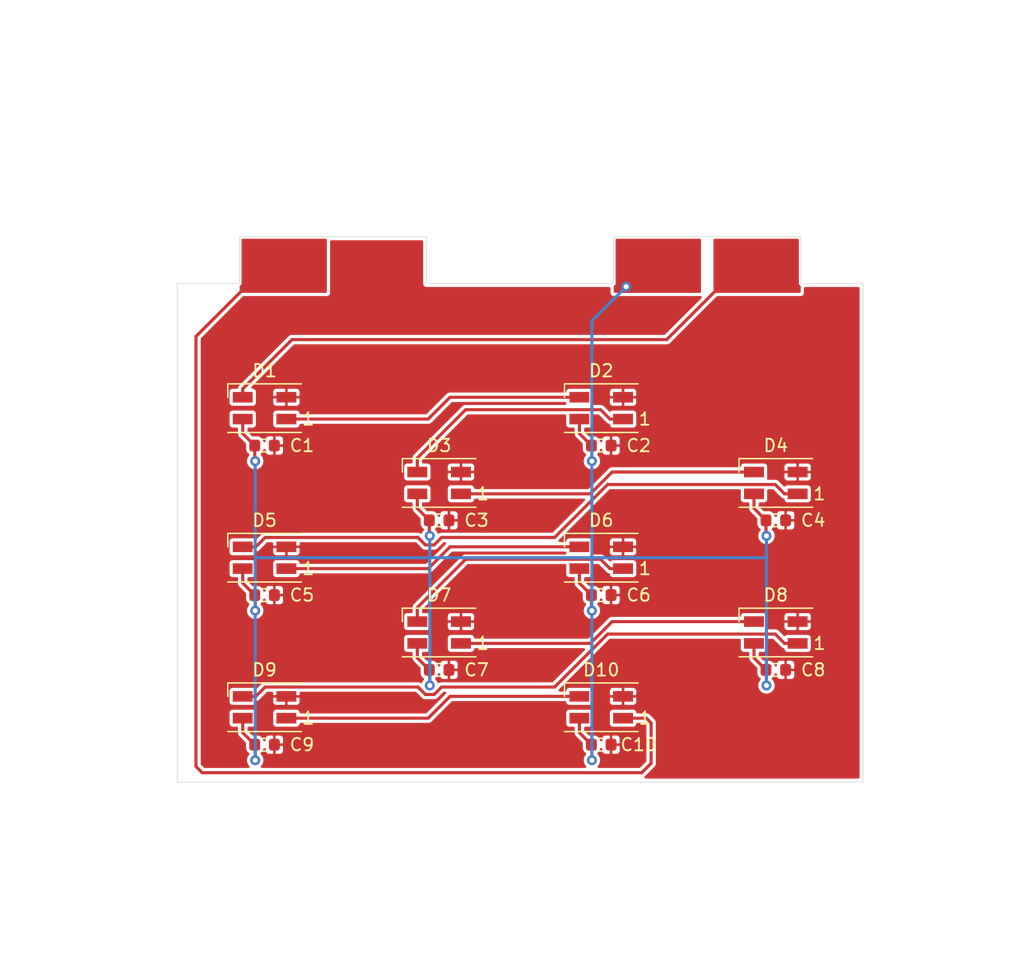
<source format=kicad_pcb>
(kicad_pcb (version 20171130) (host pcbnew "(5.1.4)-1")

  (general
    (thickness 1.6)
    (drawings 29)
    (tracks 126)
    (zones 0)
    (modules 20)
    (nets 14)
  )

  (page USLetter)
  (layers
    (0 F.Cu signal)
    (31 B.Cu signal)
    (32 B.Adhes user)
    (33 F.Adhes user)
    (34 B.Paste user)
    (35 F.Paste user)
    (36 B.SilkS user)
    (37 F.SilkS user)
    (38 B.Mask user)
    (39 F.Mask user)
    (40 Dwgs.User user)
    (41 Cmts.User user)
    (42 Eco1.User user)
    (43 Eco2.User user)
    (44 Edge.Cuts user)
    (45 Margin user)
    (46 B.CrtYd user)
    (47 F.CrtYd user)
    (48 B.Fab user)
    (49 F.Fab user)
  )

  (setup
    (last_trace_width 0.25)
    (trace_clearance 0.2)
    (zone_clearance 0.127)
    (zone_45_only no)
    (trace_min 0.2)
    (via_size 0.8)
    (via_drill 0.4)
    (via_min_size 0.4)
    (via_min_drill 0.3)
    (uvia_size 0.3)
    (uvia_drill 0.1)
    (uvias_allowed no)
    (uvia_min_size 0.2)
    (uvia_min_drill 0.1)
    (edge_width 0.05)
    (segment_width 0.2)
    (pcb_text_width 0.3)
    (pcb_text_size 1.5 1.5)
    (mod_edge_width 0.12)
    (mod_text_size 1 1)
    (mod_text_width 0.15)
    (pad_size 1.524 1.524)
    (pad_drill 0.762)
    (pad_to_mask_clearance 0.051)
    (solder_mask_min_width 0.25)
    (aux_axis_origin 0 0)
    (visible_elements 7FFFFFFF)
    (pcbplotparams
      (layerselection 0x010fc_ffffffff)
      (usegerberextensions true)
      (usegerberattributes false)
      (usegerberadvancedattributes false)
      (creategerberjobfile false)
      (excludeedgelayer true)
      (linewidth 0.100000)
      (plotframeref false)
      (viasonmask false)
      (mode 1)
      (useauxorigin false)
      (hpglpennumber 1)
      (hpglpenspeed 20)
      (hpglpendiameter 15.000000)
      (psnegative false)
      (psa4output false)
      (plotreference true)
      (plotvalue true)
      (plotinvisibletext false)
      (padsonsilk false)
      (subtractmaskfromsilk true)
      (outputformat 1)
      (mirror false)
      (drillshape 0)
      (scaleselection 1)
      (outputdirectory "cam/"))
  )

  (net 0 "")
  (net 1 GND)
  (net 2 +5V)
  (net 3 "Net-(D1-Pad1)")
  (net 4 /NEOPIXEL_IN)
  (net 5 "Net-(D2-Pad1)")
  (net 6 "Net-(D3-Pad1)")
  (net 7 "Net-(D4-Pad1)")
  (net 8 "Net-(D5-Pad1)")
  (net 9 "Net-(D6-Pad1)")
  (net 10 "Net-(D7-Pad1)")
  (net 11 "Net-(D10-Pad3)")
  (net 12 /NEOPIXEL_OUT)
  (net 13 "Net-(D8-Pad1)")

  (net_class Default "This is the default net class."
    (clearance 0.2)
    (trace_width 0.25)
    (via_dia 0.8)
    (via_drill 0.4)
    (uvia_dia 0.3)
    (uvia_drill 0.1)
    (add_net +5V)
    (add_net /NEOPIXEL_IN)
    (add_net /NEOPIXEL_OUT)
    (add_net GND)
    (add_net "Net-(D1-Pad1)")
    (add_net "Net-(D10-Pad3)")
    (add_net "Net-(D2-Pad1)")
    (add_net "Net-(D3-Pad1)")
    (add_net "Net-(D4-Pad1)")
    (add_net "Net-(D5-Pad1)")
    (add_net "Net-(D6-Pad1)")
    (add_net "Net-(D7-Pad1)")
    (add_net "Net-(D8-Pad1)")
  )

  (module LED_SMD:LED_SK6812MINI_PLCC4_3.5x3.5mm_P1.75mm (layer F.Cu) (tedit 5AA4B22F) (tstamp 5DA2C1CB)
    (at 84 97 180)
    (descr https://cdn-shop.adafruit.com/product-files/2686/SK6812MINI_REV.01-1-2.pdf)
    (tags "LED RGB NeoPixel Mini")
    (path /5DA3927F)
    (attr smd)
    (fp_text reference D10 (at 0 3) (layer F.SilkS)
      (effects (font (size 1 1) (thickness 0.15)))
    )
    (fp_text value SK6812MINI (at 0 3.25) (layer F.Fab)
      (effects (font (size 1 1) (thickness 0.15)))
    )
    (fp_circle (center 0 0) (end 0 -1.5) (layer F.Fab) (width 0.1))
    (fp_line (start 2.95 1.95) (end 2.95 0.875) (layer F.SilkS) (width 0.12))
    (fp_line (start -2.95 1.95) (end 2.95 1.95) (layer F.SilkS) (width 0.12))
    (fp_line (start -2.95 -1.95) (end 2.95 -1.95) (layer F.SilkS) (width 0.12))
    (fp_line (start 1.75 -1.75) (end -1.75 -1.75) (layer F.Fab) (width 0.1))
    (fp_line (start 1.75 1.75) (end 1.75 -1.75) (layer F.Fab) (width 0.1))
    (fp_line (start -1.75 1.75) (end 1.75 1.75) (layer F.Fab) (width 0.1))
    (fp_line (start -1.75 -1.75) (end -1.75 1.75) (layer F.Fab) (width 0.1))
    (fp_line (start 1.75 0.75) (end 0.75 1.75) (layer F.Fab) (width 0.1))
    (fp_line (start -2.8 -2) (end -2.8 2) (layer F.CrtYd) (width 0.05))
    (fp_line (start -2.8 2) (end 2.8 2) (layer F.CrtYd) (width 0.05))
    (fp_line (start 2.8 2) (end 2.8 -2) (layer F.CrtYd) (width 0.05))
    (fp_line (start 2.8 -2) (end -2.8 -2) (layer F.CrtYd) (width 0.05))
    (fp_text user %R (at 0 0) (layer F.Fab)
      (effects (font (size 0.5 0.5) (thickness 0.1)))
    )
    (fp_text user 1 (at -3.5 -0.875) (layer F.SilkS)
      (effects (font (size 1 1) (thickness 0.15)))
    )
    (pad 1 smd rect (at -1.75 -0.875 180) (size 1.6 0.85) (layers F.Cu F.Paste F.Mask)
      (net 12 /NEOPIXEL_OUT))
    (pad 2 smd rect (at -1.75 0.875 180) (size 1.6 0.85) (layers F.Cu F.Paste F.Mask)
      (net 1 GND))
    (pad 4 smd rect (at 1.75 -0.875 180) (size 1.6 0.85) (layers F.Cu F.Paste F.Mask)
      (net 2 +5V))
    (pad 3 smd rect (at 1.75 0.875 180) (size 1.6 0.85) (layers F.Cu F.Paste F.Mask)
      (net 11 "Net-(D10-Pad3)"))
    (model ${KISYS3DMOD}/LED_SMD.3dshapes/LED_SK6812MINI_PLCC4_3.5x3.5mm_P1.75mm.wrl
      (at (xyz 0 0 0))
      (scale (xyz 1 1 1))
      (rotate (xyz 0 0 0))
    )
    (model "${KIPRJMOD}/SMD3535 RGB.stp"
      (at (xyz 0 0 0))
      (scale (xyz 1 1 1))
      (rotate (xyz 0 0 0))
    )
  )

  (module LED_SMD:LED_SK6812MINI_PLCC4_3.5x3.5mm_P1.75mm (layer F.Cu) (tedit 5AA4B22F) (tstamp 5DA2C1B4)
    (at 57 85 180)
    (descr https://cdn-shop.adafruit.com/product-files/2686/SK6812MINI_REV.01-1-2.pdf)
    (tags "LED RGB NeoPixel Mini")
    (path /5DA38057)
    (attr smd)
    (fp_text reference D5 (at 0 3) (layer F.SilkS)
      (effects (font (size 1 1) (thickness 0.15)))
    )
    (fp_text value SK6812MINI (at 0 3.25) (layer F.Fab)
      (effects (font (size 1 1) (thickness 0.15)))
    )
    (fp_circle (center 0 0) (end 0 -1.5) (layer F.Fab) (width 0.1))
    (fp_line (start 2.95 1.95) (end 2.95 0.875) (layer F.SilkS) (width 0.12))
    (fp_line (start -2.95 1.95) (end 2.95 1.95) (layer F.SilkS) (width 0.12))
    (fp_line (start -2.95 -1.95) (end 2.95 -1.95) (layer F.SilkS) (width 0.12))
    (fp_line (start 1.75 -1.75) (end -1.75 -1.75) (layer F.Fab) (width 0.1))
    (fp_line (start 1.75 1.75) (end 1.75 -1.75) (layer F.Fab) (width 0.1))
    (fp_line (start -1.75 1.75) (end 1.75 1.75) (layer F.Fab) (width 0.1))
    (fp_line (start -1.75 -1.75) (end -1.75 1.75) (layer F.Fab) (width 0.1))
    (fp_line (start 1.75 0.75) (end 0.75 1.75) (layer F.Fab) (width 0.1))
    (fp_line (start -2.8 -2) (end -2.8 2) (layer F.CrtYd) (width 0.05))
    (fp_line (start -2.8 2) (end 2.8 2) (layer F.CrtYd) (width 0.05))
    (fp_line (start 2.8 2) (end 2.8 -2) (layer F.CrtYd) (width 0.05))
    (fp_line (start 2.8 -2) (end -2.8 -2) (layer F.CrtYd) (width 0.05))
    (fp_text user %R (at 0 0) (layer F.Fab)
      (effects (font (size 0.5 0.5) (thickness 0.1)))
    )
    (fp_text user 1 (at -3.5 -0.875) (layer F.SilkS)
      (effects (font (size 1 1) (thickness 0.15)))
    )
    (pad 1 smd rect (at -1.75 -0.875 180) (size 1.6 0.85) (layers F.Cu F.Paste F.Mask)
      (net 8 "Net-(D5-Pad1)"))
    (pad 2 smd rect (at -1.75 0.875 180) (size 1.6 0.85) (layers F.Cu F.Paste F.Mask)
      (net 1 GND))
    (pad 4 smd rect (at 1.75 -0.875 180) (size 1.6 0.85) (layers F.Cu F.Paste F.Mask)
      (net 2 +5V))
    (pad 3 smd rect (at 1.75 0.875 180) (size 1.6 0.85) (layers F.Cu F.Paste F.Mask)
      (net 7 "Net-(D4-Pad1)"))
    (model ${KISYS3DMOD}/LED_SMD.3dshapes/LED_SK6812MINI_PLCC4_3.5x3.5mm_P1.75mm.wrl
      (at (xyz 0 0 0))
      (scale (xyz 1 1 1))
      (rotate (xyz 0 0 0))
    )
    (model "${KIPRJMOD}/SMD3535 RGB.stp"
      (at (xyz 0 0 0))
      (scale (xyz 1 1 1))
      (rotate (xyz 0 0 0))
    )
  )

  (module LED_SMD:LED_SK6812MINI_PLCC4_3.5x3.5mm_P1.75mm (layer F.Cu) (tedit 5AA4B22F) (tstamp 5DA2C19D)
    (at 57 97 180)
    (descr https://cdn-shop.adafruit.com/product-files/2686/SK6812MINI_REV.01-1-2.pdf)
    (tags "LED RGB NeoPixel Mini")
    (path /5DA39275)
    (attr smd)
    (fp_text reference D9 (at 0 3) (layer F.SilkS)
      (effects (font (size 1 1) (thickness 0.15)))
    )
    (fp_text value SK6812MINI (at 0 3.25) (layer F.Fab)
      (effects (font (size 1 1) (thickness 0.15)))
    )
    (fp_circle (center 0 0) (end 0 -1.5) (layer F.Fab) (width 0.1))
    (fp_line (start 2.95 1.95) (end 2.95 0.875) (layer F.SilkS) (width 0.12))
    (fp_line (start -2.95 1.95) (end 2.95 1.95) (layer F.SilkS) (width 0.12))
    (fp_line (start -2.95 -1.95) (end 2.95 -1.95) (layer F.SilkS) (width 0.12))
    (fp_line (start 1.75 -1.75) (end -1.75 -1.75) (layer F.Fab) (width 0.1))
    (fp_line (start 1.75 1.75) (end 1.75 -1.75) (layer F.Fab) (width 0.1))
    (fp_line (start -1.75 1.75) (end 1.75 1.75) (layer F.Fab) (width 0.1))
    (fp_line (start -1.75 -1.75) (end -1.75 1.75) (layer F.Fab) (width 0.1))
    (fp_line (start 1.75 0.75) (end 0.75 1.75) (layer F.Fab) (width 0.1))
    (fp_line (start -2.8 -2) (end -2.8 2) (layer F.CrtYd) (width 0.05))
    (fp_line (start -2.8 2) (end 2.8 2) (layer F.CrtYd) (width 0.05))
    (fp_line (start 2.8 2) (end 2.8 -2) (layer F.CrtYd) (width 0.05))
    (fp_line (start 2.8 -2) (end -2.8 -2) (layer F.CrtYd) (width 0.05))
    (fp_text user %R (at 0 0) (layer F.Fab)
      (effects (font (size 0.5 0.5) (thickness 0.1)))
    )
    (fp_text user 1 (at -3.5 -0.875) (layer F.SilkS)
      (effects (font (size 1 1) (thickness 0.15)))
    )
    (pad 1 smd rect (at -1.75 -0.875 180) (size 1.6 0.85) (layers F.Cu F.Paste F.Mask)
      (net 11 "Net-(D10-Pad3)"))
    (pad 2 smd rect (at -1.75 0.875 180) (size 1.6 0.85) (layers F.Cu F.Paste F.Mask)
      (net 1 GND))
    (pad 4 smd rect (at 1.75 -0.875 180) (size 1.6 0.85) (layers F.Cu F.Paste F.Mask)
      (net 2 +5V))
    (pad 3 smd rect (at 1.75 0.875 180) (size 1.6 0.85) (layers F.Cu F.Paste F.Mask)
      (net 13 "Net-(D8-Pad1)"))
    (model ${KISYS3DMOD}/LED_SMD.3dshapes/LED_SK6812MINI_PLCC4_3.5x3.5mm_P1.75mm.wrl
      (at (xyz 0 0 0))
      (scale (xyz 1 1 1))
      (rotate (xyz 0 0 0))
    )
    (model "${KIPRJMOD}/SMD3535 RGB.stp"
      (at (xyz 0 0 0))
      (scale (xyz 1 1 1))
      (rotate (xyz 0 0 0))
    )
  )

  (module LED_SMD:LED_SK6812MINI_PLCC4_3.5x3.5mm_P1.75mm (layer F.Cu) (tedit 5AA4B22F) (tstamp 5DA2C186)
    (at 98 79 180)
    (descr https://cdn-shop.adafruit.com/product-files/2686/SK6812MINI_REV.01-1-2.pdf)
    (tags "LED RGB NeoPixel Mini")
    (path /5DA37991)
    (attr smd)
    (fp_text reference D4 (at 0 3) (layer F.SilkS)
      (effects (font (size 1 1) (thickness 0.15)))
    )
    (fp_text value SK6812MINI (at 0 3.25) (layer F.Fab)
      (effects (font (size 1 1) (thickness 0.15)))
    )
    (fp_circle (center 0 0) (end 0 -1.5) (layer F.Fab) (width 0.1))
    (fp_line (start 2.95 1.95) (end 2.95 0.875) (layer F.SilkS) (width 0.12))
    (fp_line (start -2.95 1.95) (end 2.95 1.95) (layer F.SilkS) (width 0.12))
    (fp_line (start -2.95 -1.95) (end 2.95 -1.95) (layer F.SilkS) (width 0.12))
    (fp_line (start 1.75 -1.75) (end -1.75 -1.75) (layer F.Fab) (width 0.1))
    (fp_line (start 1.75 1.75) (end 1.75 -1.75) (layer F.Fab) (width 0.1))
    (fp_line (start -1.75 1.75) (end 1.75 1.75) (layer F.Fab) (width 0.1))
    (fp_line (start -1.75 -1.75) (end -1.75 1.75) (layer F.Fab) (width 0.1))
    (fp_line (start 1.75 0.75) (end 0.75 1.75) (layer F.Fab) (width 0.1))
    (fp_line (start -2.8 -2) (end -2.8 2) (layer F.CrtYd) (width 0.05))
    (fp_line (start -2.8 2) (end 2.8 2) (layer F.CrtYd) (width 0.05))
    (fp_line (start 2.8 2) (end 2.8 -2) (layer F.CrtYd) (width 0.05))
    (fp_line (start 2.8 -2) (end -2.8 -2) (layer F.CrtYd) (width 0.05))
    (fp_text user %R (at 0 0) (layer F.Fab)
      (effects (font (size 0.5 0.5) (thickness 0.1)))
    )
    (fp_text user 1 (at -3.5 -0.875) (layer F.SilkS)
      (effects (font (size 1 1) (thickness 0.15)))
    )
    (pad 1 smd rect (at -1.75 -0.875 180) (size 1.6 0.85) (layers F.Cu F.Paste F.Mask)
      (net 7 "Net-(D4-Pad1)"))
    (pad 2 smd rect (at -1.75 0.875 180) (size 1.6 0.85) (layers F.Cu F.Paste F.Mask)
      (net 1 GND))
    (pad 4 smd rect (at 1.75 -0.875 180) (size 1.6 0.85) (layers F.Cu F.Paste F.Mask)
      (net 2 +5V))
    (pad 3 smd rect (at 1.75 0.875 180) (size 1.6 0.85) (layers F.Cu F.Paste F.Mask)
      (net 6 "Net-(D3-Pad1)"))
    (model ${KISYS3DMOD}/LED_SMD.3dshapes/LED_SK6812MINI_PLCC4_3.5x3.5mm_P1.75mm.wrl
      (at (xyz 0 0 0))
      (scale (xyz 1 1 1))
      (rotate (xyz 0 0 0))
    )
    (model "${KIPRJMOD}/SMD3535 RGB.stp"
      (at (xyz 0 0 0))
      (scale (xyz 1 1 1))
      (rotate (xyz 0 0 0))
    )
  )

  (module LED_SMD:LED_SK6812MINI_PLCC4_3.5x3.5mm_P1.75mm (layer F.Cu) (tedit 5AA4B22F) (tstamp 5DA2C16F)
    (at 98 91 180)
    (descr https://cdn-shop.adafruit.com/product-files/2686/SK6812MINI_REV.01-1-2.pdf)
    (tags "LED RGB NeoPixel Mini")
    (path /5DA3926B)
    (attr smd)
    (fp_text reference D8 (at 0 3) (layer F.SilkS)
      (effects (font (size 1 1) (thickness 0.15)))
    )
    (fp_text value SK6812MINI (at 0 3.25) (layer F.Fab)
      (effects (font (size 1 1) (thickness 0.15)))
    )
    (fp_circle (center 0 0) (end 0 -1.5) (layer F.Fab) (width 0.1))
    (fp_line (start 2.95 1.95) (end 2.95 0.875) (layer F.SilkS) (width 0.12))
    (fp_line (start -2.95 1.95) (end 2.95 1.95) (layer F.SilkS) (width 0.12))
    (fp_line (start -2.95 -1.95) (end 2.95 -1.95) (layer F.SilkS) (width 0.12))
    (fp_line (start 1.75 -1.75) (end -1.75 -1.75) (layer F.Fab) (width 0.1))
    (fp_line (start 1.75 1.75) (end 1.75 -1.75) (layer F.Fab) (width 0.1))
    (fp_line (start -1.75 1.75) (end 1.75 1.75) (layer F.Fab) (width 0.1))
    (fp_line (start -1.75 -1.75) (end -1.75 1.75) (layer F.Fab) (width 0.1))
    (fp_line (start 1.75 0.75) (end 0.75 1.75) (layer F.Fab) (width 0.1))
    (fp_line (start -2.8 -2) (end -2.8 2) (layer F.CrtYd) (width 0.05))
    (fp_line (start -2.8 2) (end 2.8 2) (layer F.CrtYd) (width 0.05))
    (fp_line (start 2.8 2) (end 2.8 -2) (layer F.CrtYd) (width 0.05))
    (fp_line (start 2.8 -2) (end -2.8 -2) (layer F.CrtYd) (width 0.05))
    (fp_text user %R (at 0 0) (layer F.Fab)
      (effects (font (size 0.5 0.5) (thickness 0.1)))
    )
    (fp_text user 1 (at -3.5 -0.875) (layer F.SilkS)
      (effects (font (size 1 1) (thickness 0.15)))
    )
    (pad 1 smd rect (at -1.75 -0.875 180) (size 1.6 0.85) (layers F.Cu F.Paste F.Mask)
      (net 13 "Net-(D8-Pad1)"))
    (pad 2 smd rect (at -1.75 0.875 180) (size 1.6 0.85) (layers F.Cu F.Paste F.Mask)
      (net 1 GND))
    (pad 4 smd rect (at 1.75 -0.875 180) (size 1.6 0.85) (layers F.Cu F.Paste F.Mask)
      (net 2 +5V))
    (pad 3 smd rect (at 1.75 0.875 180) (size 1.6 0.85) (layers F.Cu F.Paste F.Mask)
      (net 10 "Net-(D7-Pad1)"))
    (model ${KISYS3DMOD}/LED_SMD.3dshapes/LED_SK6812MINI_PLCC4_3.5x3.5mm_P1.75mm.wrl
      (at (xyz 0 0 0))
      (scale (xyz 1 1 1))
      (rotate (xyz 0 0 0))
    )
    (model "${KIPRJMOD}/SMD3535 RGB.stp"
      (at (xyz 0 0 0))
      (scale (xyz 1 1 1))
      (rotate (xyz 0 0 0))
    )
  )

  (module LED_SMD:LED_SK6812MINI_PLCC4_3.5x3.5mm_P1.75mm (layer F.Cu) (tedit 5AA4B22F) (tstamp 5DA2C158)
    (at 71 79 180)
    (descr https://cdn-shop.adafruit.com/product-files/2686/SK6812MINI_REV.01-1-2.pdf)
    (tags "LED RGB NeoPixel Mini")
    (path /5DA37867)
    (attr smd)
    (fp_text reference D3 (at 0 3) (layer F.SilkS)
      (effects (font (size 1 1) (thickness 0.15)))
    )
    (fp_text value SK6812MINI (at 0 3.25) (layer F.Fab)
      (effects (font (size 1 1) (thickness 0.15)))
    )
    (fp_circle (center 0 0) (end 0 -1.5) (layer F.Fab) (width 0.1))
    (fp_line (start 2.95 1.95) (end 2.95 0.875) (layer F.SilkS) (width 0.12))
    (fp_line (start -2.95 1.95) (end 2.95 1.95) (layer F.SilkS) (width 0.12))
    (fp_line (start -2.95 -1.95) (end 2.95 -1.95) (layer F.SilkS) (width 0.12))
    (fp_line (start 1.75 -1.75) (end -1.75 -1.75) (layer F.Fab) (width 0.1))
    (fp_line (start 1.75 1.75) (end 1.75 -1.75) (layer F.Fab) (width 0.1))
    (fp_line (start -1.75 1.75) (end 1.75 1.75) (layer F.Fab) (width 0.1))
    (fp_line (start -1.75 -1.75) (end -1.75 1.75) (layer F.Fab) (width 0.1))
    (fp_line (start 1.75 0.75) (end 0.75 1.75) (layer F.Fab) (width 0.1))
    (fp_line (start -2.8 -2) (end -2.8 2) (layer F.CrtYd) (width 0.05))
    (fp_line (start -2.8 2) (end 2.8 2) (layer F.CrtYd) (width 0.05))
    (fp_line (start 2.8 2) (end 2.8 -2) (layer F.CrtYd) (width 0.05))
    (fp_line (start 2.8 -2) (end -2.8 -2) (layer F.CrtYd) (width 0.05))
    (fp_text user %R (at 0 0) (layer F.Fab)
      (effects (font (size 0.5 0.5) (thickness 0.1)))
    )
    (fp_text user 1 (at -3.5 -0.875) (layer F.SilkS)
      (effects (font (size 1 1) (thickness 0.15)))
    )
    (pad 1 smd rect (at -1.75 -0.875 180) (size 1.6 0.85) (layers F.Cu F.Paste F.Mask)
      (net 6 "Net-(D3-Pad1)"))
    (pad 2 smd rect (at -1.75 0.875 180) (size 1.6 0.85) (layers F.Cu F.Paste F.Mask)
      (net 1 GND))
    (pad 4 smd rect (at 1.75 -0.875 180) (size 1.6 0.85) (layers F.Cu F.Paste F.Mask)
      (net 2 +5V))
    (pad 3 smd rect (at 1.75 0.875 180) (size 1.6 0.85) (layers F.Cu F.Paste F.Mask)
      (net 5 "Net-(D2-Pad1)"))
    (model ${KISYS3DMOD}/LED_SMD.3dshapes/LED_SK6812MINI_PLCC4_3.5x3.5mm_P1.75mm.wrl
      (at (xyz 0 0 0))
      (scale (xyz 1 1 1))
      (rotate (xyz 0 0 0))
    )
    (model "${KIPRJMOD}/SMD3535 RGB.stp"
      (at (xyz 0 0 0))
      (scale (xyz 1 1 1))
      (rotate (xyz 0 0 0))
    )
  )

  (module LED_SMD:LED_SK6812MINI_PLCC4_3.5x3.5mm_P1.75mm (layer F.Cu) (tedit 5AA4B22F) (tstamp 5DA2C141)
    (at 71 91 180)
    (descr https://cdn-shop.adafruit.com/product-files/2686/SK6812MINI_REV.01-1-2.pdf)
    (tags "LED RGB NeoPixel Mini")
    (path /5DA39261)
    (attr smd)
    (fp_text reference D7 (at 0 3) (layer F.SilkS)
      (effects (font (size 1 1) (thickness 0.15)))
    )
    (fp_text value SK6812MINI (at 0 3.25) (layer F.Fab)
      (effects (font (size 1 1) (thickness 0.15)))
    )
    (fp_circle (center 0 0) (end 0 -1.5) (layer F.Fab) (width 0.1))
    (fp_line (start 2.95 1.95) (end 2.95 0.875) (layer F.SilkS) (width 0.12))
    (fp_line (start -2.95 1.95) (end 2.95 1.95) (layer F.SilkS) (width 0.12))
    (fp_line (start -2.95 -1.95) (end 2.95 -1.95) (layer F.SilkS) (width 0.12))
    (fp_line (start 1.75 -1.75) (end -1.75 -1.75) (layer F.Fab) (width 0.1))
    (fp_line (start 1.75 1.75) (end 1.75 -1.75) (layer F.Fab) (width 0.1))
    (fp_line (start -1.75 1.75) (end 1.75 1.75) (layer F.Fab) (width 0.1))
    (fp_line (start -1.75 -1.75) (end -1.75 1.75) (layer F.Fab) (width 0.1))
    (fp_line (start 1.75 0.75) (end 0.75 1.75) (layer F.Fab) (width 0.1))
    (fp_line (start -2.8 -2) (end -2.8 2) (layer F.CrtYd) (width 0.05))
    (fp_line (start -2.8 2) (end 2.8 2) (layer F.CrtYd) (width 0.05))
    (fp_line (start 2.8 2) (end 2.8 -2) (layer F.CrtYd) (width 0.05))
    (fp_line (start 2.8 -2) (end -2.8 -2) (layer F.CrtYd) (width 0.05))
    (fp_text user %R (at 0 0) (layer F.Fab)
      (effects (font (size 0.5 0.5) (thickness 0.1)))
    )
    (fp_text user 1 (at -3.5 -0.875) (layer F.SilkS)
      (effects (font (size 1 1) (thickness 0.15)))
    )
    (pad 1 smd rect (at -1.75 -0.875 180) (size 1.6 0.85) (layers F.Cu F.Paste F.Mask)
      (net 10 "Net-(D7-Pad1)"))
    (pad 2 smd rect (at -1.75 0.875 180) (size 1.6 0.85) (layers F.Cu F.Paste F.Mask)
      (net 1 GND))
    (pad 4 smd rect (at 1.75 -0.875 180) (size 1.6 0.85) (layers F.Cu F.Paste F.Mask)
      (net 2 +5V))
    (pad 3 smd rect (at 1.75 0.875 180) (size 1.6 0.85) (layers F.Cu F.Paste F.Mask)
      (net 9 "Net-(D6-Pad1)"))
    (model ${KISYS3DMOD}/LED_SMD.3dshapes/LED_SK6812MINI_PLCC4_3.5x3.5mm_P1.75mm.wrl
      (at (xyz 0 0 0))
      (scale (xyz 1 1 1))
      (rotate (xyz 0 0 0))
    )
    (model "${KIPRJMOD}/SMD3535 RGB.stp"
      (at (xyz 0 0 0))
      (scale (xyz 1 1 1))
      (rotate (xyz 0 0 0))
    )
  )

  (module LED_SMD:LED_SK6812MINI_PLCC4_3.5x3.5mm_P1.75mm (layer F.Cu) (tedit 5AA4B22F) (tstamp 5DA2C12A)
    (at 84 73 180)
    (descr https://cdn-shop.adafruit.com/product-files/2686/SK6812MINI_REV.01-1-2.pdf)
    (tags "LED RGB NeoPixel Mini")
    (path /5DA3FD73)
    (attr smd)
    (fp_text reference D2 (at 0 3) (layer F.SilkS)
      (effects (font (size 1 1) (thickness 0.15)))
    )
    (fp_text value SK6812MINI (at 0 3.25) (layer F.Fab)
      (effects (font (size 1 1) (thickness 0.15)))
    )
    (fp_circle (center 0 0) (end 0 -1.5) (layer F.Fab) (width 0.1))
    (fp_line (start 2.95 1.95) (end 2.95 0.875) (layer F.SilkS) (width 0.12))
    (fp_line (start -2.95 1.95) (end 2.95 1.95) (layer F.SilkS) (width 0.12))
    (fp_line (start -2.95 -1.95) (end 2.95 -1.95) (layer F.SilkS) (width 0.12))
    (fp_line (start 1.75 -1.75) (end -1.75 -1.75) (layer F.Fab) (width 0.1))
    (fp_line (start 1.75 1.75) (end 1.75 -1.75) (layer F.Fab) (width 0.1))
    (fp_line (start -1.75 1.75) (end 1.75 1.75) (layer F.Fab) (width 0.1))
    (fp_line (start -1.75 -1.75) (end -1.75 1.75) (layer F.Fab) (width 0.1))
    (fp_line (start 1.75 0.75) (end 0.75 1.75) (layer F.Fab) (width 0.1))
    (fp_line (start -2.8 -2) (end -2.8 2) (layer F.CrtYd) (width 0.05))
    (fp_line (start -2.8 2) (end 2.8 2) (layer F.CrtYd) (width 0.05))
    (fp_line (start 2.8 2) (end 2.8 -2) (layer F.CrtYd) (width 0.05))
    (fp_line (start 2.8 -2) (end -2.8 -2) (layer F.CrtYd) (width 0.05))
    (fp_text user %R (at 0 0) (layer F.Fab)
      (effects (font (size 0.5 0.5) (thickness 0.1)))
    )
    (fp_text user 1 (at -3.5 -0.875) (layer F.SilkS)
      (effects (font (size 1 1) (thickness 0.15)))
    )
    (pad 1 smd rect (at -1.75 -0.875 180) (size 1.6 0.85) (layers F.Cu F.Paste F.Mask)
      (net 5 "Net-(D2-Pad1)"))
    (pad 2 smd rect (at -1.75 0.875 180) (size 1.6 0.85) (layers F.Cu F.Paste F.Mask)
      (net 1 GND))
    (pad 4 smd rect (at 1.75 -0.875 180) (size 1.6 0.85) (layers F.Cu F.Paste F.Mask)
      (net 2 +5V))
    (pad 3 smd rect (at 1.75 0.875 180) (size 1.6 0.85) (layers F.Cu F.Paste F.Mask)
      (net 3 "Net-(D1-Pad1)"))
    (model ${KISYS3DMOD}/LED_SMD.3dshapes/LED_SK6812MINI_PLCC4_3.5x3.5mm_P1.75mm.wrl
      (at (xyz 0 0 0))
      (scale (xyz 1 1 1))
      (rotate (xyz 0 0 0))
    )
    (model "${KIPRJMOD}/SMD3535 RGB.stp"
      (at (xyz 0 0 0))
      (scale (xyz 1 1 1))
      (rotate (xyz 0 0 0))
    )
  )

  (module LED_SMD:LED_SK6812MINI_PLCC4_3.5x3.5mm_P1.75mm (layer F.Cu) (tedit 5AA4B22F) (tstamp 5DA2C113)
    (at 84 85 180)
    (descr https://cdn-shop.adafruit.com/product-files/2686/SK6812MINI_REV.01-1-2.pdf)
    (tags "LED RGB NeoPixel Mini")
    (path /5DA38061)
    (attr smd)
    (fp_text reference D6 (at 0 3) (layer F.SilkS)
      (effects (font (size 1 1) (thickness 0.15)))
    )
    (fp_text value SK6812MINI (at 0 3.25) (layer F.Fab)
      (effects (font (size 1 1) (thickness 0.15)))
    )
    (fp_circle (center 0 0) (end 0 -1.5) (layer F.Fab) (width 0.1))
    (fp_line (start 2.95 1.95) (end 2.95 0.875) (layer F.SilkS) (width 0.12))
    (fp_line (start -2.95 1.95) (end 2.95 1.95) (layer F.SilkS) (width 0.12))
    (fp_line (start -2.95 -1.95) (end 2.95 -1.95) (layer F.SilkS) (width 0.12))
    (fp_line (start 1.75 -1.75) (end -1.75 -1.75) (layer F.Fab) (width 0.1))
    (fp_line (start 1.75 1.75) (end 1.75 -1.75) (layer F.Fab) (width 0.1))
    (fp_line (start -1.75 1.75) (end 1.75 1.75) (layer F.Fab) (width 0.1))
    (fp_line (start -1.75 -1.75) (end -1.75 1.75) (layer F.Fab) (width 0.1))
    (fp_line (start 1.75 0.75) (end 0.75 1.75) (layer F.Fab) (width 0.1))
    (fp_line (start -2.8 -2) (end -2.8 2) (layer F.CrtYd) (width 0.05))
    (fp_line (start -2.8 2) (end 2.8 2) (layer F.CrtYd) (width 0.05))
    (fp_line (start 2.8 2) (end 2.8 -2) (layer F.CrtYd) (width 0.05))
    (fp_line (start 2.8 -2) (end -2.8 -2) (layer F.CrtYd) (width 0.05))
    (fp_text user %R (at 0 0) (layer F.Fab)
      (effects (font (size 0.5 0.5) (thickness 0.1)))
    )
    (fp_text user 1 (at -3.5 -0.875) (layer F.SilkS)
      (effects (font (size 1 1) (thickness 0.15)))
    )
    (pad 1 smd rect (at -1.75 -0.875 180) (size 1.6 0.85) (layers F.Cu F.Paste F.Mask)
      (net 9 "Net-(D6-Pad1)"))
    (pad 2 smd rect (at -1.75 0.875 180) (size 1.6 0.85) (layers F.Cu F.Paste F.Mask)
      (net 1 GND))
    (pad 4 smd rect (at 1.75 -0.875 180) (size 1.6 0.85) (layers F.Cu F.Paste F.Mask)
      (net 2 +5V))
    (pad 3 smd rect (at 1.75 0.875 180) (size 1.6 0.85) (layers F.Cu F.Paste F.Mask)
      (net 8 "Net-(D5-Pad1)"))
    (model ${KISYS3DMOD}/LED_SMD.3dshapes/LED_SK6812MINI_PLCC4_3.5x3.5mm_P1.75mm.wrl
      (at (xyz 0 0 0))
      (scale (xyz 1 1 1))
      (rotate (xyz 0 0 0))
    )
    (model "${KIPRJMOD}/SMD3535 RGB.stp"
      (at (xyz 0 0 0))
      (scale (xyz 1 1 1))
      (rotate (xyz 0 0 0))
    )
  )

  (module LED_SMD:LED_SK6812MINI_PLCC4_3.5x3.5mm_P1.75mm (layer F.Cu) (tedit 5AA4B22F) (tstamp 5DA2C0FC)
    (at 57 73 180)
    (descr https://cdn-shop.adafruit.com/product-files/2686/SK6812MINI_REV.01-1-2.pdf)
    (tags "LED RGB NeoPixel Mini")
    (path /5DA3FD69)
    (attr smd)
    (fp_text reference D1 (at 0 3) (layer F.SilkS)
      (effects (font (size 1 1) (thickness 0.15)))
    )
    (fp_text value SK6812MINI (at 0 3.25) (layer F.Fab)
      (effects (font (size 1 1) (thickness 0.15)))
    )
    (fp_circle (center 0 0) (end 0 -1.5) (layer F.Fab) (width 0.1))
    (fp_line (start 2.95 1.95) (end 2.95 0.875) (layer F.SilkS) (width 0.12))
    (fp_line (start -2.95 1.95) (end 2.95 1.95) (layer F.SilkS) (width 0.12))
    (fp_line (start -2.95 -1.95) (end 2.95 -1.95) (layer F.SilkS) (width 0.12))
    (fp_line (start 1.75 -1.75) (end -1.75 -1.75) (layer F.Fab) (width 0.1))
    (fp_line (start 1.75 1.75) (end 1.75 -1.75) (layer F.Fab) (width 0.1))
    (fp_line (start -1.75 1.75) (end 1.75 1.75) (layer F.Fab) (width 0.1))
    (fp_line (start -1.75 -1.75) (end -1.75 1.75) (layer F.Fab) (width 0.1))
    (fp_line (start 1.75 0.75) (end 0.75 1.75) (layer F.Fab) (width 0.1))
    (fp_line (start -2.8 -2) (end -2.8 2) (layer F.CrtYd) (width 0.05))
    (fp_line (start -2.8 2) (end 2.8 2) (layer F.CrtYd) (width 0.05))
    (fp_line (start 2.8 2) (end 2.8 -2) (layer F.CrtYd) (width 0.05))
    (fp_line (start 2.8 -2) (end -2.8 -2) (layer F.CrtYd) (width 0.05))
    (fp_text user %R (at 0 0) (layer F.Fab)
      (effects (font (size 0.5 0.5) (thickness 0.1)))
    )
    (fp_text user 1 (at -3.5 -0.875) (layer F.SilkS)
      (effects (font (size 1 1) (thickness 0.15)))
    )
    (pad 1 smd rect (at -1.75 -0.875 180) (size 1.6 0.85) (layers F.Cu F.Paste F.Mask)
      (net 3 "Net-(D1-Pad1)"))
    (pad 2 smd rect (at -1.75 0.875 180) (size 1.6 0.85) (layers F.Cu F.Paste F.Mask)
      (net 1 GND))
    (pad 4 smd rect (at 1.75 -0.875 180) (size 1.6 0.85) (layers F.Cu F.Paste F.Mask)
      (net 2 +5V))
    (pad 3 smd rect (at 1.75 0.875 180) (size 1.6 0.85) (layers F.Cu F.Paste F.Mask)
      (net 4 /NEOPIXEL_IN))
    (model ${KISYS3DMOD}/LED_SMD.3dshapes/LED_SK6812MINI_PLCC4_3.5x3.5mm_P1.75mm.wrl
      (at (xyz 0 0 0))
      (scale (xyz 1 1 1))
      (rotate (xyz 0 0 0))
    )
    (model "${KIPRJMOD}/SMD3535 RGB.stp"
      (at (xyz 0 0 0))
      (scale (xyz 1 1 1))
      (rotate (xyz 0 0 0))
    )
  )

  (module Capacitor_SMD:C_0603_1608Metric (layer F.Cu) (tedit 5B301BBE) (tstamp 5DA2C0E5)
    (at 84 100)
    (descr "Capacitor SMD 0603 (1608 Metric), square (rectangular) end terminal, IPC_7351 nominal, (Body size source: http://www.tortai-tech.com/upload/download/2011102023233369053.pdf), generated with kicad-footprint-generator")
    (tags capacitor)
    (path /5DA71670)
    (attr smd)
    (fp_text reference C10 (at 3 0) (layer F.SilkS)
      (effects (font (size 1 1) (thickness 0.15)))
    )
    (fp_text value 1u (at 0 1.43) (layer F.Fab)
      (effects (font (size 1 1) (thickness 0.15)))
    )
    (fp_text user %R (at 0 0) (layer F.Fab)
      (effects (font (size 0.4 0.4) (thickness 0.06)))
    )
    (fp_line (start 1.48 0.73) (end -1.48 0.73) (layer F.CrtYd) (width 0.05))
    (fp_line (start 1.48 -0.73) (end 1.48 0.73) (layer F.CrtYd) (width 0.05))
    (fp_line (start -1.48 -0.73) (end 1.48 -0.73) (layer F.CrtYd) (width 0.05))
    (fp_line (start -1.48 0.73) (end -1.48 -0.73) (layer F.CrtYd) (width 0.05))
    (fp_line (start -0.162779 0.51) (end 0.162779 0.51) (layer F.SilkS) (width 0.12))
    (fp_line (start -0.162779 -0.51) (end 0.162779 -0.51) (layer F.SilkS) (width 0.12))
    (fp_line (start 0.8 0.4) (end -0.8 0.4) (layer F.Fab) (width 0.1))
    (fp_line (start 0.8 -0.4) (end 0.8 0.4) (layer F.Fab) (width 0.1))
    (fp_line (start -0.8 -0.4) (end 0.8 -0.4) (layer F.Fab) (width 0.1))
    (fp_line (start -0.8 0.4) (end -0.8 -0.4) (layer F.Fab) (width 0.1))
    (pad 2 smd roundrect (at 0.7875 0) (size 0.875 0.95) (layers F.Cu F.Paste F.Mask) (roundrect_rratio 0.25)
      (net 1 GND))
    (pad 1 smd roundrect (at -0.7875 0) (size 0.875 0.95) (layers F.Cu F.Paste F.Mask) (roundrect_rratio 0.25)
      (net 2 +5V))
    (model ${KISYS3DMOD}/Capacitor_SMD.3dshapes/C_0603_1608Metric.wrl
      (at (xyz 0 0 0))
      (scale (xyz 1 1 1))
      (rotate (xyz 0 0 0))
    )
  )

  (module Capacitor_SMD:C_0603_1608Metric (layer F.Cu) (tedit 5B301BBE) (tstamp 5DA2C0D4)
    (at 57 100)
    (descr "Capacitor SMD 0603 (1608 Metric), square (rectangular) end terminal, IPC_7351 nominal, (Body size source: http://www.tortai-tech.com/upload/download/2011102023233369053.pdf), generated with kicad-footprint-generator")
    (tags capacitor)
    (path /5DA63B35)
    (attr smd)
    (fp_text reference C9 (at 3 0) (layer F.SilkS)
      (effects (font (size 1 1) (thickness 0.15)))
    )
    (fp_text value 1u (at 0 1.43) (layer F.Fab)
      (effects (font (size 1 1) (thickness 0.15)))
    )
    (fp_text user %R (at 0 0) (layer F.Fab)
      (effects (font (size 0.4 0.4) (thickness 0.06)))
    )
    (fp_line (start 1.48 0.73) (end -1.48 0.73) (layer F.CrtYd) (width 0.05))
    (fp_line (start 1.48 -0.73) (end 1.48 0.73) (layer F.CrtYd) (width 0.05))
    (fp_line (start -1.48 -0.73) (end 1.48 -0.73) (layer F.CrtYd) (width 0.05))
    (fp_line (start -1.48 0.73) (end -1.48 -0.73) (layer F.CrtYd) (width 0.05))
    (fp_line (start -0.162779 0.51) (end 0.162779 0.51) (layer F.SilkS) (width 0.12))
    (fp_line (start -0.162779 -0.51) (end 0.162779 -0.51) (layer F.SilkS) (width 0.12))
    (fp_line (start 0.8 0.4) (end -0.8 0.4) (layer F.Fab) (width 0.1))
    (fp_line (start 0.8 -0.4) (end 0.8 0.4) (layer F.Fab) (width 0.1))
    (fp_line (start -0.8 -0.4) (end 0.8 -0.4) (layer F.Fab) (width 0.1))
    (fp_line (start -0.8 0.4) (end -0.8 -0.4) (layer F.Fab) (width 0.1))
    (pad 2 smd roundrect (at 0.7875 0) (size 0.875 0.95) (layers F.Cu F.Paste F.Mask) (roundrect_rratio 0.25)
      (net 1 GND))
    (pad 1 smd roundrect (at -0.7875 0) (size 0.875 0.95) (layers F.Cu F.Paste F.Mask) (roundrect_rratio 0.25)
      (net 2 +5V))
    (model ${KISYS3DMOD}/Capacitor_SMD.3dshapes/C_0603_1608Metric.wrl
      (at (xyz 0 0 0))
      (scale (xyz 1 1 1))
      (rotate (xyz 0 0 0))
    )
  )

  (module Capacitor_SMD:C_0603_1608Metric (layer F.Cu) (tedit 5B301BBE) (tstamp 5DA2C0C3)
    (at 98 94)
    (descr "Capacitor SMD 0603 (1608 Metric), square (rectangular) end terminal, IPC_7351 nominal, (Body size source: http://www.tortai-tech.com/upload/download/2011102023233369053.pdf), generated with kicad-footprint-generator")
    (tags capacitor)
    (path /5DA71666)
    (attr smd)
    (fp_text reference C8 (at 3 0) (layer F.SilkS)
      (effects (font (size 1 1) (thickness 0.15)))
    )
    (fp_text value 1u (at 0 1.43) (layer F.Fab)
      (effects (font (size 1 1) (thickness 0.15)))
    )
    (fp_text user %R (at 0 0) (layer F.Fab)
      (effects (font (size 0.4 0.4) (thickness 0.06)))
    )
    (fp_line (start 1.48 0.73) (end -1.48 0.73) (layer F.CrtYd) (width 0.05))
    (fp_line (start 1.48 -0.73) (end 1.48 0.73) (layer F.CrtYd) (width 0.05))
    (fp_line (start -1.48 -0.73) (end 1.48 -0.73) (layer F.CrtYd) (width 0.05))
    (fp_line (start -1.48 0.73) (end -1.48 -0.73) (layer F.CrtYd) (width 0.05))
    (fp_line (start -0.162779 0.51) (end 0.162779 0.51) (layer F.SilkS) (width 0.12))
    (fp_line (start -0.162779 -0.51) (end 0.162779 -0.51) (layer F.SilkS) (width 0.12))
    (fp_line (start 0.8 0.4) (end -0.8 0.4) (layer F.Fab) (width 0.1))
    (fp_line (start 0.8 -0.4) (end 0.8 0.4) (layer F.Fab) (width 0.1))
    (fp_line (start -0.8 -0.4) (end 0.8 -0.4) (layer F.Fab) (width 0.1))
    (fp_line (start -0.8 0.4) (end -0.8 -0.4) (layer F.Fab) (width 0.1))
    (pad 2 smd roundrect (at 0.7875 0) (size 0.875 0.95) (layers F.Cu F.Paste F.Mask) (roundrect_rratio 0.25)
      (net 1 GND))
    (pad 1 smd roundrect (at -0.7875 0) (size 0.875 0.95) (layers F.Cu F.Paste F.Mask) (roundrect_rratio 0.25)
      (net 2 +5V))
    (model ${KISYS3DMOD}/Capacitor_SMD.3dshapes/C_0603_1608Metric.wrl
      (at (xyz 0 0 0))
      (scale (xyz 1 1 1))
      (rotate (xyz 0 0 0))
    )
  )

  (module Capacitor_SMD:C_0603_1608Metric (layer F.Cu) (tedit 5B301BBE) (tstamp 5DA2C0B2)
    (at 71 94)
    (descr "Capacitor SMD 0603 (1608 Metric), square (rectangular) end terminal, IPC_7351 nominal, (Body size source: http://www.tortai-tech.com/upload/download/2011102023233369053.pdf), generated with kicad-footprint-generator")
    (tags capacitor)
    (path /5DA6370E)
    (attr smd)
    (fp_text reference C7 (at 3 0) (layer F.SilkS)
      (effects (font (size 1 1) (thickness 0.15)))
    )
    (fp_text value 1u (at 0 1.43) (layer F.Fab)
      (effects (font (size 1 1) (thickness 0.15)))
    )
    (fp_text user %R (at 0 0) (layer F.Fab)
      (effects (font (size 0.4 0.4) (thickness 0.06)))
    )
    (fp_line (start 1.48 0.73) (end -1.48 0.73) (layer F.CrtYd) (width 0.05))
    (fp_line (start 1.48 -0.73) (end 1.48 0.73) (layer F.CrtYd) (width 0.05))
    (fp_line (start -1.48 -0.73) (end 1.48 -0.73) (layer F.CrtYd) (width 0.05))
    (fp_line (start -1.48 0.73) (end -1.48 -0.73) (layer F.CrtYd) (width 0.05))
    (fp_line (start -0.162779 0.51) (end 0.162779 0.51) (layer F.SilkS) (width 0.12))
    (fp_line (start -0.162779 -0.51) (end 0.162779 -0.51) (layer F.SilkS) (width 0.12))
    (fp_line (start 0.8 0.4) (end -0.8 0.4) (layer F.Fab) (width 0.1))
    (fp_line (start 0.8 -0.4) (end 0.8 0.4) (layer F.Fab) (width 0.1))
    (fp_line (start -0.8 -0.4) (end 0.8 -0.4) (layer F.Fab) (width 0.1))
    (fp_line (start -0.8 0.4) (end -0.8 -0.4) (layer F.Fab) (width 0.1))
    (pad 2 smd roundrect (at 0.7875 0) (size 0.875 0.95) (layers F.Cu F.Paste F.Mask) (roundrect_rratio 0.25)
      (net 1 GND))
    (pad 1 smd roundrect (at -0.7875 0) (size 0.875 0.95) (layers F.Cu F.Paste F.Mask) (roundrect_rratio 0.25)
      (net 2 +5V))
    (model ${KISYS3DMOD}/Capacitor_SMD.3dshapes/C_0603_1608Metric.wrl
      (at (xyz 0 0 0))
      (scale (xyz 1 1 1))
      (rotate (xyz 0 0 0))
    )
  )

  (module Capacitor_SMD:C_0603_1608Metric (layer F.Cu) (tedit 5B301BBE) (tstamp 5DA2C0A1)
    (at 84 88)
    (descr "Capacitor SMD 0603 (1608 Metric), square (rectangular) end terminal, IPC_7351 nominal, (Body size source: http://www.tortai-tech.com/upload/download/2011102023233369053.pdf), generated with kicad-footprint-generator")
    (tags capacitor)
    (path /5DA7162A)
    (attr smd)
    (fp_text reference C6 (at 3 0) (layer F.SilkS)
      (effects (font (size 1 1) (thickness 0.15)))
    )
    (fp_text value 1u (at 0 1.43) (layer F.Fab)
      (effects (font (size 1 1) (thickness 0.15)))
    )
    (fp_text user %R (at 0 0) (layer F.Fab)
      (effects (font (size 0.4 0.4) (thickness 0.06)))
    )
    (fp_line (start 1.48 0.73) (end -1.48 0.73) (layer F.CrtYd) (width 0.05))
    (fp_line (start 1.48 -0.73) (end 1.48 0.73) (layer F.CrtYd) (width 0.05))
    (fp_line (start -1.48 -0.73) (end 1.48 -0.73) (layer F.CrtYd) (width 0.05))
    (fp_line (start -1.48 0.73) (end -1.48 -0.73) (layer F.CrtYd) (width 0.05))
    (fp_line (start -0.162779 0.51) (end 0.162779 0.51) (layer F.SilkS) (width 0.12))
    (fp_line (start -0.162779 -0.51) (end 0.162779 -0.51) (layer F.SilkS) (width 0.12))
    (fp_line (start 0.8 0.4) (end -0.8 0.4) (layer F.Fab) (width 0.1))
    (fp_line (start 0.8 -0.4) (end 0.8 0.4) (layer F.Fab) (width 0.1))
    (fp_line (start -0.8 -0.4) (end 0.8 -0.4) (layer F.Fab) (width 0.1))
    (fp_line (start -0.8 0.4) (end -0.8 -0.4) (layer F.Fab) (width 0.1))
    (pad 2 smd roundrect (at 0.7875 0) (size 0.875 0.95) (layers F.Cu F.Paste F.Mask) (roundrect_rratio 0.25)
      (net 1 GND))
    (pad 1 smd roundrect (at -0.7875 0) (size 0.875 0.95) (layers F.Cu F.Paste F.Mask) (roundrect_rratio 0.25)
      (net 2 +5V))
    (model ${KISYS3DMOD}/Capacitor_SMD.3dshapes/C_0603_1608Metric.wrl
      (at (xyz 0 0 0))
      (scale (xyz 1 1 1))
      (rotate (xyz 0 0 0))
    )
  )

  (module Capacitor_SMD:C_0603_1608Metric (layer F.Cu) (tedit 5B301BBE) (tstamp 5DA2CB6A)
    (at 57 88)
    (descr "Capacitor SMD 0603 (1608 Metric), square (rectangular) end terminal, IPC_7351 nominal, (Body size source: http://www.tortai-tech.com/upload/download/2011102023233369053.pdf), generated with kicad-footprint-generator")
    (tags capacitor)
    (path /5DA71652)
    (attr smd)
    (fp_text reference C5 (at 3 0) (layer F.SilkS)
      (effects (font (size 1 1) (thickness 0.15)))
    )
    (fp_text value 1u (at 0 1.43) (layer F.Fab)
      (effects (font (size 1 1) (thickness 0.15)))
    )
    (fp_text user %R (at 0 0) (layer F.Fab)
      (effects (font (size 0.4 0.4) (thickness 0.06)))
    )
    (fp_line (start 1.48 0.73) (end -1.48 0.73) (layer F.CrtYd) (width 0.05))
    (fp_line (start 1.48 -0.73) (end 1.48 0.73) (layer F.CrtYd) (width 0.05))
    (fp_line (start -1.48 -0.73) (end 1.48 -0.73) (layer F.CrtYd) (width 0.05))
    (fp_line (start -1.48 0.73) (end -1.48 -0.73) (layer F.CrtYd) (width 0.05))
    (fp_line (start -0.162779 0.51) (end 0.162779 0.51) (layer F.SilkS) (width 0.12))
    (fp_line (start -0.162779 -0.51) (end 0.162779 -0.51) (layer F.SilkS) (width 0.12))
    (fp_line (start 0.8 0.4) (end -0.8 0.4) (layer F.Fab) (width 0.1))
    (fp_line (start 0.8 -0.4) (end 0.8 0.4) (layer F.Fab) (width 0.1))
    (fp_line (start -0.8 -0.4) (end 0.8 -0.4) (layer F.Fab) (width 0.1))
    (fp_line (start -0.8 0.4) (end -0.8 -0.4) (layer F.Fab) (width 0.1))
    (pad 2 smd roundrect (at 0.7875 0) (size 0.875 0.95) (layers F.Cu F.Paste F.Mask) (roundrect_rratio 0.25)
      (net 1 GND))
    (pad 1 smd roundrect (at -0.7875 0) (size 0.875 0.95) (layers F.Cu F.Paste F.Mask) (roundrect_rratio 0.25)
      (net 2 +5V))
    (model ${KISYS3DMOD}/Capacitor_SMD.3dshapes/C_0603_1608Metric.wrl
      (at (xyz 0 0 0))
      (scale (xyz 1 1 1))
      (rotate (xyz 0 0 0))
    )
  )

  (module Capacitor_SMD:C_0603_1608Metric (layer F.Cu) (tedit 5B301BBE) (tstamp 5DA2C07F)
    (at 98 82)
    (descr "Capacitor SMD 0603 (1608 Metric), square (rectangular) end terminal, IPC_7351 nominal, (Body size source: http://www.tortai-tech.com/upload/download/2011102023233369053.pdf), generated with kicad-footprint-generator")
    (tags capacitor)
    (path /5DA62E10)
    (attr smd)
    (fp_text reference C4 (at 3 0) (layer F.SilkS)
      (effects (font (size 1 1) (thickness 0.15)))
    )
    (fp_text value 1u (at 0 1.43) (layer F.Fab)
      (effects (font (size 1 1) (thickness 0.15)))
    )
    (fp_text user %R (at 0 0) (layer F.Fab)
      (effects (font (size 0.4 0.4) (thickness 0.06)))
    )
    (fp_line (start 1.48 0.73) (end -1.48 0.73) (layer F.CrtYd) (width 0.05))
    (fp_line (start 1.48 -0.73) (end 1.48 0.73) (layer F.CrtYd) (width 0.05))
    (fp_line (start -1.48 -0.73) (end 1.48 -0.73) (layer F.CrtYd) (width 0.05))
    (fp_line (start -1.48 0.73) (end -1.48 -0.73) (layer F.CrtYd) (width 0.05))
    (fp_line (start -0.162779 0.51) (end 0.162779 0.51) (layer F.SilkS) (width 0.12))
    (fp_line (start -0.162779 -0.51) (end 0.162779 -0.51) (layer F.SilkS) (width 0.12))
    (fp_line (start 0.8 0.4) (end -0.8 0.4) (layer F.Fab) (width 0.1))
    (fp_line (start 0.8 -0.4) (end 0.8 0.4) (layer F.Fab) (width 0.1))
    (fp_line (start -0.8 -0.4) (end 0.8 -0.4) (layer F.Fab) (width 0.1))
    (fp_line (start -0.8 0.4) (end -0.8 -0.4) (layer F.Fab) (width 0.1))
    (pad 2 smd roundrect (at 0.7875 0) (size 0.875 0.95) (layers F.Cu F.Paste F.Mask) (roundrect_rratio 0.25)
      (net 1 GND))
    (pad 1 smd roundrect (at -0.7875 0) (size 0.875 0.95) (layers F.Cu F.Paste F.Mask) (roundrect_rratio 0.25)
      (net 2 +5V))
    (model ${KISYS3DMOD}/Capacitor_SMD.3dshapes/C_0603_1608Metric.wrl
      (at (xyz 0 0 0))
      (scale (xyz 1 1 1))
      (rotate (xyz 0 0 0))
    )
  )

  (module Capacitor_SMD:C_0603_1608Metric (layer F.Cu) (tedit 5B301BBE) (tstamp 5DA2C06E)
    (at 71 82)
    (descr "Capacitor SMD 0603 (1608 Metric), square (rectangular) end terminal, IPC_7351 nominal, (Body size source: http://www.tortai-tech.com/upload/download/2011102023233369053.pdf), generated with kicad-footprint-generator")
    (tags capacitor)
    (path /5DA7165C)
    (attr smd)
    (fp_text reference C3 (at 3 0) (layer F.SilkS)
      (effects (font (size 1 1) (thickness 0.15)))
    )
    (fp_text value 1u (at 0 1.43) (layer F.Fab)
      (effects (font (size 1 1) (thickness 0.15)))
    )
    (fp_text user %R (at 0 0) (layer F.Fab)
      (effects (font (size 0.4 0.4) (thickness 0.06)))
    )
    (fp_line (start 1.48 0.73) (end -1.48 0.73) (layer F.CrtYd) (width 0.05))
    (fp_line (start 1.48 -0.73) (end 1.48 0.73) (layer F.CrtYd) (width 0.05))
    (fp_line (start -1.48 -0.73) (end 1.48 -0.73) (layer F.CrtYd) (width 0.05))
    (fp_line (start -1.48 0.73) (end -1.48 -0.73) (layer F.CrtYd) (width 0.05))
    (fp_line (start -0.162779 0.51) (end 0.162779 0.51) (layer F.SilkS) (width 0.12))
    (fp_line (start -0.162779 -0.51) (end 0.162779 -0.51) (layer F.SilkS) (width 0.12))
    (fp_line (start 0.8 0.4) (end -0.8 0.4) (layer F.Fab) (width 0.1))
    (fp_line (start 0.8 -0.4) (end 0.8 0.4) (layer F.Fab) (width 0.1))
    (fp_line (start -0.8 -0.4) (end 0.8 -0.4) (layer F.Fab) (width 0.1))
    (fp_line (start -0.8 0.4) (end -0.8 -0.4) (layer F.Fab) (width 0.1))
    (pad 2 smd roundrect (at 0.7875 0) (size 0.875 0.95) (layers F.Cu F.Paste F.Mask) (roundrect_rratio 0.25)
      (net 1 GND))
    (pad 1 smd roundrect (at -0.7875 0) (size 0.875 0.95) (layers F.Cu F.Paste F.Mask) (roundrect_rratio 0.25)
      (net 2 +5V))
    (model ${KISYS3DMOD}/Capacitor_SMD.3dshapes/C_0603_1608Metric.wrl
      (at (xyz 0 0 0))
      (scale (xyz 1 1 1))
      (rotate (xyz 0 0 0))
    )
  )

  (module Capacitor_SMD:C_0603_1608Metric (layer F.Cu) (tedit 5B301BBE) (tstamp 5DA2C03D)
    (at 57 76)
    (descr "Capacitor SMD 0603 (1608 Metric), square (rectangular) end terminal, IPC_7351 nominal, (Body size source: http://www.tortai-tech.com/upload/download/2011102023233369053.pdf), generated with kicad-footprint-generator")
    (tags capacitor)
    (path /5DA6339F)
    (attr smd)
    (fp_text reference C1 (at 3 0) (layer F.SilkS)
      (effects (font (size 1 1) (thickness 0.15)))
    )
    (fp_text value 1u (at 0 1.43) (layer F.Fab)
      (effects (font (size 1 1) (thickness 0.15)))
    )
    (fp_text user %R (at 0 0) (layer F.Fab)
      (effects (font (size 0.4 0.4) (thickness 0.06)))
    )
    (fp_line (start 1.48 0.73) (end -1.48 0.73) (layer F.CrtYd) (width 0.05))
    (fp_line (start 1.48 -0.73) (end 1.48 0.73) (layer F.CrtYd) (width 0.05))
    (fp_line (start -1.48 -0.73) (end 1.48 -0.73) (layer F.CrtYd) (width 0.05))
    (fp_line (start -1.48 0.73) (end -1.48 -0.73) (layer F.CrtYd) (width 0.05))
    (fp_line (start -0.162779 0.51) (end 0.162779 0.51) (layer F.SilkS) (width 0.12))
    (fp_line (start -0.162779 -0.51) (end 0.162779 -0.51) (layer F.SilkS) (width 0.12))
    (fp_line (start 0.8 0.4) (end -0.8 0.4) (layer F.Fab) (width 0.1))
    (fp_line (start 0.8 -0.4) (end 0.8 0.4) (layer F.Fab) (width 0.1))
    (fp_line (start -0.8 -0.4) (end 0.8 -0.4) (layer F.Fab) (width 0.1))
    (fp_line (start -0.8 0.4) (end -0.8 -0.4) (layer F.Fab) (width 0.1))
    (pad 2 smd roundrect (at 0.7875 0) (size 0.875 0.95) (layers F.Cu F.Paste F.Mask) (roundrect_rratio 0.25)
      (net 1 GND))
    (pad 1 smd roundrect (at -0.7875 0) (size 0.875 0.95) (layers F.Cu F.Paste F.Mask) (roundrect_rratio 0.25)
      (net 2 +5V))
    (model ${KISYS3DMOD}/Capacitor_SMD.3dshapes/C_0603_1608Metric.wrl
      (at (xyz 0 0 0))
      (scale (xyz 1 1 1))
      (rotate (xyz 0 0 0))
    )
  )

  (module Capacitor_SMD:C_0603_1608Metric (layer F.Cu) (tedit 5B301BBE) (tstamp 5DA2A8ED)
    (at 84 76)
    (descr "Capacitor SMD 0603 (1608 Metric), square (rectangular) end terminal, IPC_7351 nominal, (Body size source: http://www.tortai-tech.com/upload/download/2011102023233369053.pdf), generated with kicad-footprint-generator")
    (tags capacitor)
    (path /5DCAEAB9)
    (attr smd)
    (fp_text reference C2 (at 3 0) (layer F.SilkS)
      (effects (font (size 1 1) (thickness 0.15)))
    )
    (fp_text value 1u (at 0 1.43) (layer F.Fab)
      (effects (font (size 1 1) (thickness 0.15)))
    )
    (fp_text user %R (at 0 0) (layer F.Fab)
      (effects (font (size 0.4 0.4) (thickness 0.06)))
    )
    (fp_line (start 1.48 0.73) (end -1.48 0.73) (layer F.CrtYd) (width 0.05))
    (fp_line (start 1.48 -0.73) (end 1.48 0.73) (layer F.CrtYd) (width 0.05))
    (fp_line (start -1.48 -0.73) (end 1.48 -0.73) (layer F.CrtYd) (width 0.05))
    (fp_line (start -1.48 0.73) (end -1.48 -0.73) (layer F.CrtYd) (width 0.05))
    (fp_line (start -0.162779 0.51) (end 0.162779 0.51) (layer F.SilkS) (width 0.12))
    (fp_line (start -0.162779 -0.51) (end 0.162779 -0.51) (layer F.SilkS) (width 0.12))
    (fp_line (start 0.8 0.4) (end -0.8 0.4) (layer F.Fab) (width 0.1))
    (fp_line (start 0.8 -0.4) (end 0.8 0.4) (layer F.Fab) (width 0.1))
    (fp_line (start -0.8 -0.4) (end 0.8 -0.4) (layer F.Fab) (width 0.1))
    (fp_line (start -0.8 0.4) (end -0.8 -0.4) (layer F.Fab) (width 0.1))
    (pad 2 smd roundrect (at 0.7875 0) (size 0.875 0.95) (layers F.Cu F.Paste F.Mask) (roundrect_rratio 0.25)
      (net 1 GND))
    (pad 1 smd roundrect (at -0.7875 0) (size 0.875 0.95) (layers F.Cu F.Paste F.Mask) (roundrect_rratio 0.25)
      (net 2 +5V))
    (model ${KISYS3DMOD}/Capacitor_SMD.3dshapes/C_0603_1608Metric.wrl
      (at (xyz 0 0 0))
      (scale (xyz 1 1 1))
      (rotate (xyz 0 0 0))
    )
  )

  (dimension 30 (width 0.15) (layer Dwgs.User)
    (gr_text "30.000 mm" (at 116.55 88 270) (layer Dwgs.User)
      (effects (font (size 1 1) (thickness 0.15)))
    )
    (feature1 (pts (xy 84 103) (xy 115.836421 103)))
    (feature2 (pts (xy 84 73) (xy 115.836421 73)))
    (crossbar (pts (xy 115.25 73) (xy 115.25 103)))
    (arrow1a (pts (xy 115.25 103) (xy 114.663579 101.873496)))
    (arrow1b (pts (xy 115.25 103) (xy 115.836421 101.873496)))
    (arrow2a (pts (xy 115.25 73) (xy 114.663579 74.126504)))
    (arrow2b (pts (xy 115.25 73) (xy 115.836421 74.126504)))
  )
  (dimension 24 (width 0.15) (layer Dwgs.User)
    (gr_text "24.000 mm" (at 112.05 91 270) (layer Dwgs.User)
      (effects (font (size 1 1) (thickness 0.15)))
    )
    (feature1 (pts (xy 98 103) (xy 111.336421 103)))
    (feature2 (pts (xy 98 79) (xy 111.336421 79)))
    (crossbar (pts (xy 110.75 79) (xy 110.75 103)))
    (arrow1a (pts (xy 110.75 103) (xy 110.163579 101.873496)))
    (arrow1b (pts (xy 110.75 103) (xy 111.336421 101.873496)))
    (arrow2a (pts (xy 110.75 79) (xy 110.163579 80.126504)))
    (arrow2b (pts (xy 110.75 79) (xy 111.336421 80.126504)))
  )
  (dimension 18 (width 0.15) (layer Dwgs.User)
    (gr_text "18.000 mm" (at 109.3 94 270) (layer Dwgs.User)
      (effects (font (size 1 1) (thickness 0.15)))
    )
    (feature1 (pts (xy 84 103) (xy 108.586421 103)))
    (feature2 (pts (xy 84 85) (xy 108.586421 85)))
    (crossbar (pts (xy 108 85) (xy 108 103)))
    (arrow1a (pts (xy 108 103) (xy 107.413579 101.873496)))
    (arrow1b (pts (xy 108 103) (xy 108.586421 101.873496)))
    (arrow2a (pts (xy 108 85) (xy 107.413579 86.126504)))
    (arrow2b (pts (xy 108 85) (xy 108.586421 86.126504)))
  )
  (dimension 12 (width 0.15) (layer Dwgs.User)
    (gr_text "12.000 mm" (at 42.2 97 270) (layer Dwgs.User)
      (effects (font (size 1 1) (thickness 0.15)))
    )
    (feature1 (pts (xy 71 103) (xy 42.913579 103)))
    (feature2 (pts (xy 71 91) (xy 42.913579 91)))
    (crossbar (pts (xy 43.5 91) (xy 43.5 103)))
    (arrow1a (pts (xy 43.5 103) (xy 42.913579 101.873496)))
    (arrow1b (pts (xy 43.5 103) (xy 44.086421 101.873496)))
    (arrow2a (pts (xy 43.5 91) (xy 42.913579 92.126504)))
    (arrow2b (pts (xy 43.5 91) (xy 44.086421 92.126504)))
  )
  (dimension 6 (width 0.15) (layer Dwgs.User)
    (gr_text "6.000 mm" (at 46.7 100 270) (layer Dwgs.User)
      (effects (font (size 1 1) (thickness 0.15)))
    )
    (feature1 (pts (xy 57 103) (xy 47.413579 103)))
    (feature2 (pts (xy 57 97) (xy 47.413579 97)))
    (crossbar (pts (xy 48 97) (xy 48 103)))
    (arrow1a (pts (xy 48 103) (xy 47.413579 101.873496)))
    (arrow1b (pts (xy 48 103) (xy 48.586421 101.873496)))
    (arrow2a (pts (xy 48 97) (xy 47.413579 98.126504)))
    (arrow2b (pts (xy 48 97) (xy 48.586421 98.126504)))
  )
  (dimension 48 (width 0.15) (layer Dwgs.User)
    (gr_text "48.000 mm" (at 74 105.55) (layer Dwgs.User)
      (effects (font (size 1 1) (thickness 0.15)))
    )
    (feature1 (pts (xy 50 91) (xy 50 104.836421)))
    (feature2 (pts (xy 98 91) (xy 98 104.836421)))
    (crossbar (pts (xy 98 104.25) (xy 50 104.25)))
    (arrow1a (pts (xy 50 104.25) (xy 51.126504 103.663579)))
    (arrow1b (pts (xy 50 104.25) (xy 51.126504 104.836421)))
    (arrow2a (pts (xy 98 104.25) (xy 96.873496 103.663579)))
    (arrow2b (pts (xy 98 104.25) (xy 96.873496 104.836421)))
  )
  (dimension 34 (width 0.15) (layer Dwgs.User)
    (gr_text "34.000 mm" (at 67 107.8) (layer Dwgs.User)
      (effects (font (size 1 1) (thickness 0.15)))
    )
    (feature1 (pts (xy 50 97) (xy 50 107.086421)))
    (feature2 (pts (xy 84 97) (xy 84 107.086421)))
    (crossbar (pts (xy 84 106.5) (xy 50 106.5)))
    (arrow1a (pts (xy 50 106.5) (xy 51.126504 105.913579)))
    (arrow1b (pts (xy 50 106.5) (xy 51.126504 107.086421)))
    (arrow2a (pts (xy 84 106.5) (xy 82.873496 105.913579)))
    (arrow2b (pts (xy 84 106.5) (xy 82.873496 107.086421)))
  )
  (dimension 21 (width 0.15) (layer Dwgs.User)
    (gr_text "21.000 mm" (at 60.5 110.3) (layer Dwgs.User)
      (effects (font (size 1 1) (thickness 0.15)))
    )
    (feature1 (pts (xy 50 91) (xy 50 109.586421)))
    (feature2 (pts (xy 71 91) (xy 71 109.586421)))
    (crossbar (pts (xy 71 109) (xy 50 109)))
    (arrow1a (pts (xy 50 109) (xy 51.126504 108.413579)))
    (arrow1b (pts (xy 50 109) (xy 51.126504 109.586421)))
    (arrow2a (pts (xy 71 109) (xy 69.873496 108.413579)))
    (arrow2b (pts (xy 71 109) (xy 69.873496 109.586421)))
  )
  (dimension 7 (width 0.15) (layer Dwgs.User)
    (gr_text "7.000 mm" (at 53.5 113.3) (layer Dwgs.User)
      (effects (font (size 1 1) (thickness 0.15)))
    )
    (feature1 (pts (xy 50 97) (xy 50 112.586421)))
    (feature2 (pts (xy 57 97) (xy 57 112.586421)))
    (crossbar (pts (xy 57 112) (xy 50 112)))
    (arrow1a (pts (xy 50 112) (xy 51.126504 111.413579)))
    (arrow1b (pts (xy 50 112) (xy 51.126504 112.586421)))
    (arrow2a (pts (xy 57 112) (xy 55.873496 111.413579)))
    (arrow2b (pts (xy 57 112) (xy 55.873496 112.586421)))
  )
  (dimension 55 (width 0.15) (layer Dwgs.User)
    (gr_text "55.000 mm" (at 77.5 118.549999) (layer Dwgs.User)
      (effects (font (size 1 1) (thickness 0.15)))
    )
    (feature1 (pts (xy 105 103) (xy 105 117.83642)))
    (feature2 (pts (xy 50 103) (xy 50 117.83642)))
    (crossbar (pts (xy 50 117.249999) (xy 105 117.249999)))
    (arrow1a (pts (xy 105 117.249999) (xy 103.873496 117.83642)))
    (arrow1b (pts (xy 105 117.249999) (xy 103.873496 116.663578)))
    (arrow2a (pts (xy 50 117.249999) (xy 51.126504 117.83642)))
    (arrow2b (pts (xy 50 117.249999) (xy 51.126504 116.663578)))
  )
  (dimension 43.75 (width 0.15) (layer Dwgs.User)
    (gr_text "43.750 mm" (at 39.45 81.125 270) (layer Dwgs.User)
      (effects (font (size 1 1) (thickness 0.15)))
    )
    (feature1 (pts (xy 55 103) (xy 40.163579 103)))
    (feature2 (pts (xy 55 59.25) (xy 40.163579 59.25)))
    (crossbar (pts (xy 40.75 59.25) (xy 40.75 103)))
    (arrow1a (pts (xy 40.75 103) (xy 40.163579 101.873496)))
    (arrow1b (pts (xy 40.75 103) (xy 41.336421 101.873496)))
    (arrow2a (pts (xy 40.75 59.25) (xy 40.163579 60.376504)))
    (arrow2b (pts (xy 40.75 59.25) (xy 41.336421 60.376504)))
  )
  (dimension 40 (width 0.15) (layer Dwgs.User)
    (gr_text "40.000 mm" (at 44.7 83 90) (layer Dwgs.User)
      (effects (font (size 1 1) (thickness 0.15)))
    )
    (feature1 (pts (xy 50 63) (xy 45.413579 63)))
    (feature2 (pts (xy 50 103) (xy 45.413579 103)))
    (crossbar (pts (xy 46 103) (xy 46 63)))
    (arrow1a (pts (xy 46 63) (xy 46.586421 64.126504)))
    (arrow1b (pts (xy 46 63) (xy 45.413579 64.126504)))
    (arrow2a (pts (xy 46 103) (xy 46.586421 101.873496)))
    (arrow2b (pts (xy 46 103) (xy 45.413579 101.873496)))
  )
  (dimension 50 (width 0.15) (layer Dwgs.User)
    (gr_text "50.000 mm" (at 75 40.95) (layer Dwgs.User)
      (effects (font (size 1 1) (thickness 0.15)))
    )
    (feature1 (pts (xy 100 63) (xy 100 41.663579)))
    (feature2 (pts (xy 50 63) (xy 50 41.663579)))
    (crossbar (pts (xy 50 42.25) (xy 100 42.25)))
    (arrow1a (pts (xy 100 42.25) (xy 98.873496 42.836421)))
    (arrow1b (pts (xy 100 42.25) (xy 98.873496 41.663579)))
    (arrow2a (pts (xy 50 42.25) (xy 51.126504 42.836421)))
    (arrow2b (pts (xy 50 42.25) (xy 51.126504 41.663579)))
  )
  (dimension 35 (width 0.15) (layer Dwgs.User)
    (gr_text "35.000 mm" (at 67.5 44.95) (layer Dwgs.User)
      (effects (font (size 1 1) (thickness 0.15)))
    )
    (feature1 (pts (xy 50 63) (xy 50 45.663579)))
    (feature2 (pts (xy 85 63) (xy 85 45.663579)))
    (crossbar (pts (xy 85 46.25) (xy 50 46.25)))
    (arrow1a (pts (xy 50 46.25) (xy 51.126504 45.663579)))
    (arrow1b (pts (xy 50 46.25) (xy 51.126504 46.836421)))
    (arrow2a (pts (xy 85 46.25) (xy 83.873496 45.663579)))
    (arrow2b (pts (xy 85 46.25) (xy 83.873496 46.836421)))
  )
  (dimension 20 (width 0.15) (layer Dwgs.User)
    (gr_text "20.000 mm" (at 60 48.45) (layer Dwgs.User)
      (effects (font (size 1 1) (thickness 0.15)))
    )
    (feature1 (pts (xy 50 63) (xy 50 49.163579)))
    (feature2 (pts (xy 70 63) (xy 70 49.163579)))
    (crossbar (pts (xy 70 49.75) (xy 50 49.75)))
    (arrow1a (pts (xy 50 49.75) (xy 51.126504 49.163579)))
    (arrow1b (pts (xy 50 49.75) (xy 51.126504 50.336421)))
    (arrow2a (pts (xy 70 49.75) (xy 68.873496 49.163579)))
    (arrow2b (pts (xy 70 49.75) (xy 68.873496 50.336421)))
  )
  (dimension 5 (width 0.15) (layer Dwgs.User)
    (gr_text "5.000 mm" (at 52.5 51.95) (layer Dwgs.User)
      (effects (font (size 1 1) (thickness 0.15)))
    )
    (feature1 (pts (xy 55 63) (xy 55 52.663579)))
    (feature2 (pts (xy 50 63) (xy 50 52.663579)))
    (crossbar (pts (xy 50 53.25) (xy 55 53.25)))
    (arrow1a (pts (xy 55 53.25) (xy 53.873496 53.836421)))
    (arrow1b (pts (xy 55 53.25) (xy 53.873496 52.663579)))
    (arrow2a (pts (xy 50 53.25) (xy 51.126504 53.836421)))
    (arrow2b (pts (xy 50 53.25) (xy 51.126504 52.663579)))
  )
  (gr_poly (pts (xy 102.5 65) (xy 102.5 66.5) (xy 101 66.5) (xy 101 65)) (layer B.Mask) (width 0.1))
  (gr_line (start 50 63) (end 55 63) (layer Edge.Cuts) (width 0.05) (tstamp 5DA2C878))
  (gr_line (start 100 59.25) (end 100 63) (layer Edge.Cuts) (width 0.05) (tstamp 5DA2D275))
  (gr_line (start 85 59.25) (end 100 59.25) (layer Edge.Cuts) (width 0.05) (tstamp 5DA2D274))
  (gr_line (start 85 63) (end 85 59.25) (layer Edge.Cuts) (width 0.05) (tstamp 5DA2D273))
  (gr_line (start 105 63) (end 100 63) (layer Edge.Cuts) (width 0.05) (tstamp 5DA2D272))
  (gr_line (start 85 63) (end 70 63) (layer Edge.Cuts) (width 0.05) (tstamp 5DA2D270))
  (gr_line (start 70 59.25) (end 70 63) (layer Edge.Cuts) (width 0.05))
  (gr_line (start 55 59.25) (end 70 59.25) (layer Edge.Cuts) (width 0.05))
  (gr_line (start 55 63) (end 55 59.25) (layer Edge.Cuts) (width 0.05))
  (gr_line (start 50 103) (end 50 63) (layer Edge.Cuts) (width 0.05) (tstamp 5DA2AC8B))
  (gr_line (start 105 103) (end 50 103) (layer Edge.Cuts) (width 0.05))
  (gr_line (start 105 63) (end 105 103) (layer Edge.Cuts) (width 0.05))

  (segment (start 55.25 75.0375) (end 56.2125 76) (width 0.25) (layer F.Cu) (net 2))
  (segment (start 55.25 73.875) (end 55.25 75.0375) (width 0.25) (layer F.Cu) (net 2))
  (segment (start 82.25 75.0375) (end 83.2125 76) (width 0.25) (layer F.Cu) (net 2))
  (segment (start 82.25 73.875) (end 82.25 75.0375) (width 0.25) (layer F.Cu) (net 2))
  (segment (start 96.750888 81.538388) (end 97.2125 82) (width 0.25) (layer F.Cu) (net 2))
  (segment (start 96.25 81.0375) (end 96.750888 81.538388) (width 0.25) (layer F.Cu) (net 2))
  (segment (start 96.25 79.875) (end 96.25 81.0375) (width 0.25) (layer F.Cu) (net 2))
  (segment (start 96.25 93.0375) (end 97.2125 94) (width 0.25) (layer F.Cu) (net 2))
  (segment (start 96.25 91.875) (end 96.25 93.0375) (width 0.25) (layer F.Cu) (net 2))
  (segment (start 82.25 87.0375) (end 83.2125 88) (width 0.25) (layer F.Cu) (net 2))
  (segment (start 82.25 85.875) (end 82.25 87.0375) (width 0.25) (layer F.Cu) (net 2))
  (segment (start 69.25 81.0375) (end 70.2125 82) (width 0.25) (layer F.Cu) (net 2))
  (segment (start 69.25 79.875) (end 69.25 81.0375) (width 0.25) (layer F.Cu) (net 2))
  (segment (start 55.25 87.0375) (end 56.2125 88) (width 0.25) (layer F.Cu) (net 2))
  (segment (start 55.25 85.875) (end 55.25 87.0375) (width 0.25) (layer F.Cu) (net 2))
  (segment (start 69.25 93.0375) (end 70.2125 94) (width 0.25) (layer F.Cu) (net 2))
  (segment (start 69.25 91.875) (end 69.25 93.0375) (width 0.25) (layer F.Cu) (net 2))
  (segment (start 82.25 99.0375) (end 83.2125 100) (width 0.25) (layer F.Cu) (net 2))
  (segment (start 82.25 97.875) (end 82.25 99.0375) (width 0.25) (layer F.Cu) (net 2))
  (segment (start 55.25 99.0375) (end 56.2125 100) (width 0.25) (layer F.Cu) (net 2))
  (segment (start 55.25 97.875) (end 55.25 99.0375) (width 0.25) (layer F.Cu) (net 2))
  (via (at 83.25 89.25) (size 0.8) (drill 0.4) (layers F.Cu B.Cu) (net 2))
  (segment (start 83.2125 88) (end 83.2125 89.2125) (width 0.25) (layer F.Cu) (net 2))
  (segment (start 83.2125 89.2125) (end 83.25 89.25) (width 0.25) (layer F.Cu) (net 2))
  (via (at 83.25 101.25) (size 0.8) (drill 0.4) (layers F.Cu B.Cu) (net 2))
  (segment (start 83.25 89.25) (end 83.25 101.25) (width 0.25) (layer B.Cu) (net 2))
  (segment (start 83.25 100.0375) (end 83.2125 100) (width 0.25) (layer F.Cu) (net 2))
  (segment (start 83.25 101.25) (end 83.25 100.0375) (width 0.25) (layer F.Cu) (net 2))
  (via (at 83.25 77.25) (size 0.8) (drill 0.4) (layers F.Cu B.Cu) (net 2))
  (segment (start 83.25 76.0375) (end 83.2125 76) (width 0.25) (layer F.Cu) (net 2))
  (segment (start 83.25 77.25) (end 83.25 76.0375) (width 0.25) (layer F.Cu) (net 2))
  (via (at 97.25 83.25) (size 0.8) (drill 0.4) (layers F.Cu B.Cu) (net 2))
  (segment (start 97.2125 82) (end 97.2125 83.2125) (width 0.25) (layer F.Cu) (net 2))
  (segment (start 97.2125 83.2125) (end 97.25 83.25) (width 0.25) (layer F.Cu) (net 2))
  (via (at 97.25 95.25) (size 0.8) (drill 0.4) (layers F.Cu B.Cu) (net 2))
  (segment (start 97.25 94.0375) (end 97.2125 94) (width 0.25) (layer F.Cu) (net 2))
  (segment (start 97.25 95.25) (end 97.25 94.0375) (width 0.25) (layer F.Cu) (net 2))
  (via (at 56.25 77.25) (size 0.8) (drill 0.4) (layers F.Cu B.Cu) (net 2))
  (segment (start 56.2125 76) (end 56.2125 77.2125) (width 0.25) (layer F.Cu) (net 2))
  (segment (start 56.2125 77.2125) (end 56.25 77.25) (width 0.25) (layer F.Cu) (net 2))
  (via (at 56.25 89.25) (size 0.8) (drill 0.4) (layers F.Cu B.Cu) (net 2))
  (segment (start 56.25 88.0375) (end 56.2125 88) (width 0.25) (layer F.Cu) (net 2))
  (segment (start 56.25 89.25) (end 56.25 88.0375) (width 0.25) (layer F.Cu) (net 2))
  (via (at 56.25 101.25) (size 0.8) (drill 0.4) (layers F.Cu B.Cu) (net 2))
  (segment (start 56.25 89.25) (end 56.25 101.25) (width 0.25) (layer B.Cu) (net 2))
  (segment (start 56.25 100.0375) (end 56.2125 100) (width 0.25) (layer F.Cu) (net 2))
  (segment (start 56.25 101.25) (end 56.25 100.0375) (width 0.25) (layer F.Cu) (net 2))
  (segment (start 70.2125 83.2125) (end 70.25 83.25) (width 0.25) (layer F.Cu) (net 2))
  (via (at 70.25 83.25) (size 0.8) (drill 0.4) (layers F.Cu B.Cu) (net 2))
  (segment (start 70.2125 82) (end 70.2125 83.2125) (width 0.25) (layer F.Cu) (net 2))
  (via (at 70.25 95.25) (size 0.8) (drill 0.4) (layers F.Cu B.Cu) (net 2))
  (segment (start 70.25 94.0375) (end 70.2125 94) (width 0.25) (layer F.Cu) (net 2))
  (segment (start 70.25 95.25) (end 70.25 94.0375) (width 0.25) (layer F.Cu) (net 2))
  (segment (start 56.25 85) (end 70.25 85) (width 0.25) (layer B.Cu) (net 2))
  (segment (start 70.25 85) (end 70.25 95.25) (width 0.25) (layer B.Cu) (net 2))
  (segment (start 70.25 83.25) (end 70.25 85) (width 0.25) (layer B.Cu) (net 2))
  (segment (start 56.25 77.25) (end 56.25 85) (width 0.25) (layer B.Cu) (net 2))
  (segment (start 56.25 85) (end 56.25 89.25) (width 0.25) (layer B.Cu) (net 2))
  (segment (start 70.25 85) (end 83.25 85) (width 0.25) (layer B.Cu) (net 2))
  (segment (start 83.25 89.25) (end 83.25 85) (width 0.25) (layer B.Cu) (net 2))
  (segment (start 83.25 85) (end 83.25 77.25) (width 0.25) (layer B.Cu) (net 2))
  (segment (start 83.25 85) (end 97.25 85) (width 0.25) (layer B.Cu) (net 2))
  (segment (start 97.25 83.25) (end 97.25 85) (width 0.25) (layer B.Cu) (net 2))
  (segment (start 97.25 85) (end 97.25 95.25) (width 0.25) (layer B.Cu) (net 2))
  (via (at 86 63.25) (size 0.8) (drill 0.4) (layers F.Cu B.Cu) (net 2))
  (segment (start 83.25 77.25) (end 83.25 66) (width 0.25) (layer B.Cu) (net 2))
  (segment (start 83.25 66) (end 86 63.25) (width 0.25) (layer B.Cu) (net 2))
  (segment (start 70.125 73.875) (end 58.75 73.875) (width 0.25) (layer F.Cu) (net 3))
  (segment (start 82.25 72.125) (end 71.875 72.125) (width 0.25) (layer F.Cu) (net 3))
  (segment (start 71.875 72.125) (end 70.125 73.875) (width 0.25) (layer F.Cu) (net 3))
  (segment (start 55.25 71.45) (end 59.2 67.5) (width 0.25) (layer F.Cu) (net 4))
  (segment (start 55.25 72.125) (end 55.25 71.45) (width 0.25) (layer F.Cu) (net 4))
  (segment (start 59.2 67.5) (end 89.25 67.5) (width 0.25) (layer F.Cu) (net 4))
  (segment (start 89.25 67.5) (end 93.75 63) (width 0.25) (layer F.Cu) (net 4))
  (segment (start 83.949999 73.124999) (end 73.125001 73.124999) (width 0.25) (layer F.Cu) (net 5))
  (segment (start 85.75 73.875) (end 84.7 73.875) (width 0.25) (layer F.Cu) (net 5))
  (segment (start 84.7 73.875) (end 83.949999 73.124999) (width 0.25) (layer F.Cu) (net 5))
  (segment (start 69.25 77) (end 69.25 78.125) (width 0.25) (layer F.Cu) (net 5))
  (segment (start 73.125001 73.124999) (end 69.25 77) (width 0.25) (layer F.Cu) (net 5))
  (segment (start 83.125 79.875) (end 72.75 79.875) (width 0.25) (layer F.Cu) (net 6))
  (segment (start 96.25 78.125) (end 84.875 78.125) (width 0.25) (layer F.Cu) (net 6))
  (segment (start 84.875 78.125) (end 83.125 79.875) (width 0.25) (layer F.Cu) (net 6))
  (segment (start 98.7 79.875) (end 97.949999 79.124999) (width 0.25) (layer F.Cu) (net 7))
  (segment (start 99.75 79.875) (end 98.7 79.875) (width 0.25) (layer F.Cu) (net 7))
  (segment (start 70.598002 83.975002) (end 69.901998 83.975002) (width 0.25) (layer F.Cu) (net 7))
  (segment (start 97.949999 79.124999) (end 84.511411 79.124999) (width 0.25) (layer F.Cu) (net 7))
  (segment (start 56.3 84.125) (end 55.25 84.125) (width 0.25) (layer F.Cu) (net 7))
  (segment (start 69.301995 83.374999) (end 57.050001 83.374999) (width 0.25) (layer F.Cu) (net 7))
  (segment (start 57.050001 83.374999) (end 56.3 84.125) (width 0.25) (layer F.Cu) (net 7))
  (segment (start 69.901998 83.975002) (end 69.301995 83.374999) (width 0.25) (layer F.Cu) (net 7))
  (segment (start 80.261411 83.374999) (end 71.198005 83.374999) (width 0.25) (layer F.Cu) (net 7))
  (segment (start 71.198005 83.374999) (end 70.598002 83.975002) (width 0.25) (layer F.Cu) (net 7))
  (segment (start 84.511411 79.124999) (end 80.261411 83.374999) (width 0.25) (layer F.Cu) (net 7))
  (segment (start 70.125 85.875) (end 58.75 85.875) (width 0.25) (layer F.Cu) (net 8))
  (segment (start 82.25 84.125) (end 71.875 84.125) (width 0.25) (layer F.Cu) (net 8))
  (segment (start 71.875 84.125) (end 70.125 85.875) (width 0.25) (layer F.Cu) (net 8))
  (segment (start 83.949999 85.124999) (end 73.125001 85.124999) (width 0.25) (layer F.Cu) (net 9))
  (segment (start 85.75 85.875) (end 84.7 85.875) (width 0.25) (layer F.Cu) (net 9))
  (segment (start 84.7 85.875) (end 83.949999 85.124999) (width 0.25) (layer F.Cu) (net 9))
  (segment (start 69.25 89) (end 69.25 90.125) (width 0.25) (layer F.Cu) (net 9))
  (segment (start 73.125001 85.124999) (end 69.25 89) (width 0.25) (layer F.Cu) (net 9))
  (segment (start 83.125 91.875) (end 72.75 91.875) (width 0.25) (layer F.Cu) (net 10))
  (segment (start 96.25 90.125) (end 84.875 90.125) (width 0.25) (layer F.Cu) (net 10))
  (segment (start 84.875 90.125) (end 83.125 91.875) (width 0.25) (layer F.Cu) (net 10))
  (segment (start 70.125 97.875) (end 58.75 97.875) (width 0.25) (layer F.Cu) (net 11))
  (segment (start 82.25 96.125) (end 71.875 96.125) (width 0.25) (layer F.Cu) (net 11))
  (segment (start 71.875 96.125) (end 70.125 97.875) (width 0.25) (layer F.Cu) (net 11))
  (segment (start 85.75 97.875) (end 87.625 97.875) (width 0.25) (layer F.Cu) (net 12))
  (segment (start 87.625 97.875) (end 88 98.25) (width 0.25) (layer F.Cu) (net 12))
  (segment (start 88 98.25) (end 88 101.5) (width 0.25) (layer F.Cu) (net 12))
  (segment (start 88 101.5) (end 87.25 102.25) (width 0.25) (layer F.Cu) (net 12))
  (segment (start 87.25 102.25) (end 52 102.25) (width 0.25) (layer F.Cu) (net 12))
  (segment (start 52 102.25) (end 51.5 101.75) (width 0.25) (layer F.Cu) (net 12))
  (segment (start 51.5 101.75) (end 51.5 67.25) (width 0.25) (layer F.Cu) (net 12))
  (segment (start 51.5 67.25) (end 55.5 63.25) (width 0.25) (layer F.Cu) (net 12))
  (segment (start 56.3 96.125) (end 55.25 96.125) (width 0.25) (layer F.Cu) (net 13))
  (segment (start 99.75 91.875) (end 98.7 91.875) (width 0.25) (layer F.Cu) (net 13))
  (segment (start 98.7 91.875) (end 97.949999 91.124999) (width 0.25) (layer F.Cu) (net 13))
  (segment (start 97.949999 91.124999) (end 84.511411 91.124999) (width 0.25) (layer F.Cu) (net 13))
  (segment (start 69.301997 95.374999) (end 57.050001 95.374999) (width 0.25) (layer F.Cu) (net 13))
  (segment (start 70.598001 95.975001) (end 69.901999 95.975001) (width 0.25) (layer F.Cu) (net 13))
  (segment (start 69.901999 95.975001) (end 69.301997 95.374999) (width 0.25) (layer F.Cu) (net 13))
  (segment (start 71.198003 95.374999) (end 70.598001 95.975001) (width 0.25) (layer F.Cu) (net 13))
  (segment (start 80.261411 95.374999) (end 71.198003 95.374999) (width 0.25) (layer F.Cu) (net 13))
  (segment (start 57.050001 95.374999) (end 56.3 96.125) (width 0.25) (layer F.Cu) (net 13))
  (segment (start 84.511411 91.124999) (end 80.261411 95.374999) (width 0.25) (layer F.Cu) (net 13))

  (zone (net 4) (net_name /NEOPIXEL_IN) (layer F.Cu) (tstamp 5DA50B57) (hatch edge 0.508)
    (priority 6)
    (connect_pads (clearance 0.127))
    (min_thickness 0.2)
    (fill yes (arc_segments 32) (thermal_gap 0.254) (thermal_bridge_width 0.2032))
    (polygon
      (pts
        (xy 100 59.25) (xy 100 63.75) (xy 93 63.75) (xy 93 59.25)
      )
    )
    (filled_polygon
      (pts
        (xy 99.748001 62.987614) (xy 99.746781 63) (xy 99.751647 63.049401) (xy 99.766056 63.096903) (xy 99.789456 63.140681)
        (xy 99.820947 63.179053) (xy 99.859319 63.210544) (xy 99.9 63.232289) (xy 99.9 63.65) (xy 93.1 63.65)
        (xy 93.1 59.502) (xy 99.748 59.502)
      )
    )
  )
  (zone (net 2) (net_name +5V) (layer F.Cu) (tstamp 5DA50B54) (hatch edge 0.508)
    (priority 6)
    (connect_pads (clearance 0.127))
    (min_thickness 0.2)
    (fill yes (arc_segments 32) (thermal_gap 0.254) (thermal_bridge_width 0.2032))
    (polygon
      (pts
        (xy 85 59.25) (xy 85 63.75) (xy 92 63.75) (xy 92 59.25)
      )
    )
    (filled_polygon
      (pts
        (xy 91.9 63.65) (xy 85.1 63.65) (xy 85.1 63.232289) (xy 85.140681 63.210544) (xy 85.179053 63.179053)
        (xy 85.210544 63.140681) (xy 85.233944 63.096903) (xy 85.248353 63.049401) (xy 85.253219 63) (xy 85.252 62.987624)
        (xy 85.252 59.502) (xy 91.9 59.502)
      )
    )
  )
  (zone (net 0) (net_name "") (layer F.Mask) (tstamp 5DA50B51) (hatch edge 0.508)
    (priority 6)
    (connect_pads (clearance 0.254))
    (min_thickness 0.2)
    (fill yes (arc_segments 32) (thermal_gap 0.254) (thermal_bridge_width 0.2032))
    (polygon
      (pts
        (xy 100 63.75) (xy 85 63.75) (xy 85 59.25) (xy 100 59.25)
      )
    )
    (filled_polygon
      (pts
        (xy 99.9 63.65) (xy 85.1 63.65) (xy 85.1 59.35) (xy 99.9 59.35)
      )
    )
  )
  (zone (net 0) (net_name "") (layer F.Mask) (tstamp 5DA50B4E) (hatch edge 0.508)
    (priority 6)
    (connect_pads (clearance 0.254))
    (min_thickness 0.2)
    (fill yes (arc_segments 32) (thermal_gap 0.254) (thermal_bridge_width 0.2032))
    (polygon
      (pts
        (xy 70 63.75) (xy 55 63.75) (xy 55 59.25) (xy 70 59.25)
      )
    )
    (filled_polygon
      (pts
        (xy 69.9 63.65) (xy 55.1 63.65) (xy 55.1 59.35) (xy 69.9 59.35)
      )
    )
  )
  (zone (net 12) (net_name /NEOPIXEL_OUT) (layer F.Cu) (tstamp 5DA50B4B) (hatch edge 0.508)
    (priority 6)
    (connect_pads (clearance 0.127))
    (min_thickness 0.2)
    (fill yes (arc_segments 32) (thermal_gap 0.254) (thermal_bridge_width 0.2032))
    (polygon
      (pts
        (xy 62 59.24855) (xy 62 63.75) (xy 55 63.75) (xy 55 59.24855)
      )
    )
    (filled_polygon
      (pts
        (xy 61.9 63.65) (xy 55.1 63.65) (xy 55.1 63.232289) (xy 55.140681 63.210544) (xy 55.179053 63.179053)
        (xy 55.210544 63.140681) (xy 55.233944 63.096903) (xy 55.248353 63.049401) (xy 55.253219 63) (xy 55.252 62.987624)
        (xy 55.252 59.502) (xy 61.9 59.502)
      )
    )
  )
  (zone (net 1) (net_name GND) (layer F.Cu) (tstamp 5DA50B48) (hatch edge 0.508)
    (priority 5)
    (connect_pads (clearance 0.254))
    (min_thickness 0.2)
    (fill yes (arc_segments 32) (thermal_gap 0.254) (thermal_bridge_width 0.2032))
    (polygon
      (pts
        (xy 105 103) (xy 50 103) (xy 50 59.25) (xy 105 59.25)
      )
    )
    (filled_polygon
      (pts
        (xy 69.621001 62.98138) (xy 69.619167 63) (xy 69.626485 63.074297) (xy 69.648156 63.145738) (xy 69.683349 63.211579)
        (xy 69.73071 63.26929) (xy 69.788421 63.316651) (xy 69.854262 63.351844) (xy 69.925703 63.373515) (xy 69.98139 63.379)
        (xy 70 63.380833) (xy 70.01861 63.379) (xy 84.646 63.379) (xy 84.646 63.75) (xy 84.652802 63.819062)
        (xy 84.672947 63.88547) (xy 84.70566 63.946672) (xy 84.749684 64.000316) (xy 84.803328 64.04434) (xy 84.86453 64.077053)
        (xy 84.930938 64.097198) (xy 85 64.104) (xy 91.968592 64.104) (xy 89.051593 67.021) (xy 59.223523 67.021)
        (xy 59.2 67.018683) (xy 59.176477 67.021) (xy 59.176474 67.021) (xy 59.1061 67.027931) (xy 59.015808 67.055321)
        (xy 58.932594 67.0998) (xy 58.902417 67.124565) (xy 58.859657 67.159657) (xy 58.84466 67.177932) (xy 54.927936 71.094657)
        (xy 54.909658 71.109657) (xy 54.894661 71.127932) (xy 54.8498 71.182595) (xy 54.805322 71.265808) (xy 54.781515 71.344288)
        (xy 54.45 71.344288) (xy 54.380604 71.351123) (xy 54.313875 71.371365) (xy 54.252377 71.404236) (xy 54.198474 71.448474)
        (xy 54.154236 71.502377) (xy 54.121365 71.563875) (xy 54.101123 71.630604) (xy 54.094288 71.7) (xy 54.094288 72.55)
        (xy 54.101123 72.619396) (xy 54.121365 72.686125) (xy 54.154236 72.747623) (xy 54.198474 72.801526) (xy 54.252377 72.845764)
        (xy 54.313875 72.878635) (xy 54.380604 72.898877) (xy 54.45 72.905712) (xy 56.05 72.905712) (xy 56.119396 72.898877)
        (xy 56.186125 72.878635) (xy 56.247623 72.845764) (xy 56.301526 72.801526) (xy 56.345764 72.747623) (xy 56.378635 72.686125)
        (xy 56.398877 72.619396) (xy 56.405712 72.55) (xy 57.594287 72.55) (xy 57.601122 72.619396) (xy 57.621364 72.686125)
        (xy 57.654235 72.747624) (xy 57.698473 72.801527) (xy 57.752376 72.845765) (xy 57.813875 72.878636) (xy 57.880604 72.898878)
        (xy 57.95 72.905713) (xy 58.6599 72.904) (xy 58.7484 72.8155) (xy 58.7484 72.1266) (xy 58.7516 72.1266)
        (xy 58.7516 72.8155) (xy 58.8401 72.904) (xy 59.55 72.905713) (xy 59.619396 72.898878) (xy 59.686125 72.878636)
        (xy 59.747624 72.845765) (xy 59.801527 72.801527) (xy 59.845765 72.747624) (xy 59.878636 72.686125) (xy 59.898878 72.619396)
        (xy 59.905713 72.55) (xy 59.904 72.2151) (xy 59.8155 72.1266) (xy 58.7516 72.1266) (xy 58.7484 72.1266)
        (xy 57.6845 72.1266) (xy 57.596 72.2151) (xy 57.594287 72.55) (xy 56.405712 72.55) (xy 56.405712 71.7)
        (xy 57.594287 71.7) (xy 57.596 72.0349) (xy 57.6845 72.1234) (xy 58.7484 72.1234) (xy 58.7484 71.4345)
        (xy 58.7516 71.4345) (xy 58.7516 72.1234) (xy 59.8155 72.1234) (xy 59.904 72.0349) (xy 59.905713 71.7)
        (xy 59.898878 71.630604) (xy 59.878636 71.563875) (xy 59.845765 71.502376) (xy 59.801527 71.448473) (xy 59.747624 71.404235)
        (xy 59.686125 71.371364) (xy 59.619396 71.351122) (xy 59.55 71.344287) (xy 58.8401 71.346) (xy 58.7516 71.4345)
        (xy 58.7484 71.4345) (xy 58.6599 71.346) (xy 57.95 71.344287) (xy 57.880604 71.351122) (xy 57.813875 71.371364)
        (xy 57.752376 71.404235) (xy 57.698473 71.448473) (xy 57.654235 71.502376) (xy 57.621364 71.563875) (xy 57.601122 71.630604)
        (xy 57.594287 71.7) (xy 56.405712 71.7) (xy 56.398877 71.630604) (xy 56.378635 71.563875) (xy 56.345764 71.502377)
        (xy 56.301526 71.448474) (xy 56.247623 71.404236) (xy 56.186125 71.371365) (xy 56.119396 71.351123) (xy 56.05 71.344288)
        (xy 56.033119 71.344288) (xy 59.398408 67.979) (xy 89.226477 67.979) (xy 89.25 67.981317) (xy 89.273523 67.979)
        (xy 89.273526 67.979) (xy 89.3439 67.972069) (xy 89.434192 67.944679) (xy 89.517405 67.9002) (xy 89.590343 67.840343)
        (xy 89.605347 67.82206) (xy 93.323408 64.104) (xy 100 64.104) (xy 100.069062 64.097198) (xy 100.13547 64.077053)
        (xy 100.196672 64.04434) (xy 100.250316 64.000316) (xy 100.29434 63.946672) (xy 100.327053 63.88547) (xy 100.347198 63.819062)
        (xy 100.354 63.75) (xy 100.354 63.379) (xy 104.621 63.379) (xy 104.621001 102.621) (xy 87.552986 102.621)
        (xy 87.590343 102.590343) (xy 87.605347 102.57206) (xy 88.322065 101.855343) (xy 88.340343 101.840343) (xy 88.39725 101.771)
        (xy 88.4002 101.767406) (xy 88.444678 101.684193) (xy 88.444679 101.684192) (xy 88.472069 101.5939) (xy 88.479 101.523526)
        (xy 88.479 101.523522) (xy 88.481317 101.500001) (xy 88.479 101.47648) (xy 88.479 98.27352) (xy 88.481317 98.249999)
        (xy 88.479 98.226474) (xy 88.472069 98.1561) (xy 88.444679 98.065808) (xy 88.423974 98.027073) (xy 88.4002 97.982594)
        (xy 88.375435 97.952417) (xy 88.340343 97.909657) (xy 88.322065 97.894657) (xy 87.980347 97.55294) (xy 87.965343 97.534657)
        (xy 87.892405 97.4748) (xy 87.809192 97.430321) (xy 87.7189 97.402931) (xy 87.648526 97.396) (xy 87.648523 97.396)
        (xy 87.625 97.393683) (xy 87.601477 97.396) (xy 86.900393 97.396) (xy 86.898877 97.380604) (xy 86.878635 97.313875)
        (xy 86.845764 97.252377) (xy 86.801526 97.198474) (xy 86.747623 97.154236) (xy 86.686125 97.121365) (xy 86.619396 97.101123)
        (xy 86.55 97.094288) (xy 84.95 97.094288) (xy 84.880604 97.101123) (xy 84.813875 97.121365) (xy 84.752377 97.154236)
        (xy 84.698474 97.198474) (xy 84.654236 97.252377) (xy 84.621365 97.313875) (xy 84.601123 97.380604) (xy 84.594288 97.45)
        (xy 84.594288 98.3) (xy 84.601123 98.369396) (xy 84.621365 98.436125) (xy 84.654236 98.497623) (xy 84.698474 98.551526)
        (xy 84.752377 98.595764) (xy 84.813875 98.628635) (xy 84.880604 98.648877) (xy 84.95 98.655712) (xy 86.55 98.655712)
        (xy 86.619396 98.648877) (xy 86.686125 98.628635) (xy 86.747623 98.595764) (xy 86.801526 98.551526) (xy 86.845764 98.497623)
        (xy 86.878635 98.436125) (xy 86.898877 98.369396) (xy 86.900393 98.354) (xy 87.426593 98.354) (xy 87.521 98.448408)
        (xy 87.521001 101.301591) (xy 87.051593 101.771) (xy 83.795317 101.771) (xy 83.83567 101.730647) (xy 83.918186 101.607153)
        (xy 83.975024 101.469934) (xy 84.004 101.324262) (xy 84.004 101.175738) (xy 83.975024 101.030066) (xy 83.918186 100.892847)
        (xy 83.83567 100.769353) (xy 83.777762 100.711445) (xy 83.837456 100.662456) (xy 83.908898 100.575404) (xy 83.961984 100.476087)
        (xy 83.994674 100.368322) (xy 83.994766 100.367389) (xy 83.994287 100.475) (xy 84.001122 100.544396) (xy 84.021364 100.611125)
        (xy 84.054235 100.672624) (xy 84.098473 100.726527) (xy 84.152376 100.770765) (xy 84.213875 100.803636) (xy 84.280604 100.823878)
        (xy 84.35 100.830713) (xy 84.6974 100.829) (xy 84.7859 100.7405) (xy 84.7859 100.0016) (xy 84.7891 100.0016)
        (xy 84.7891 100.7405) (xy 84.8776 100.829) (xy 85.225 100.830713) (xy 85.294396 100.823878) (xy 85.361125 100.803636)
        (xy 85.422624 100.770765) (xy 85.476527 100.726527) (xy 85.520765 100.672624) (xy 85.553636 100.611125) (xy 85.573878 100.544396)
        (xy 85.580713 100.475) (xy 85.579 100.0901) (xy 85.4905 100.0016) (xy 84.7891 100.0016) (xy 84.7859 100.0016)
        (xy 84.7659 100.0016) (xy 84.7659 99.9984) (xy 84.7859 99.9984) (xy 84.7859 99.2595) (xy 84.7891 99.2595)
        (xy 84.7891 99.9984) (xy 85.4905 99.9984) (xy 85.579 99.9099) (xy 85.580713 99.525) (xy 85.573878 99.455604)
        (xy 85.553636 99.388875) (xy 85.520765 99.327376) (xy 85.476527 99.273473) (xy 85.422624 99.229235) (xy 85.361125 99.196364)
        (xy 85.294396 99.176122) (xy 85.225 99.169287) (xy 84.8776 99.171) (xy 84.7891 99.2595) (xy 84.7859 99.2595)
        (xy 84.6974 99.171) (xy 84.35 99.169287) (xy 84.280604 99.176122) (xy 84.213875 99.196364) (xy 84.152376 99.229235)
        (xy 84.098473 99.273473) (xy 84.054235 99.327376) (xy 84.021364 99.388875) (xy 84.001122 99.455604) (xy 83.994287 99.525)
        (xy 83.994766 99.632611) (xy 83.994674 99.631678) (xy 83.961984 99.523913) (xy 83.908898 99.424596) (xy 83.837456 99.337544)
        (xy 83.750404 99.266102) (xy 83.651087 99.213016) (xy 83.543322 99.180326) (xy 83.43125 99.169288) (xy 83.059195 99.169288)
        (xy 82.729 98.839093) (xy 82.729 98.655712) (xy 83.05 98.655712) (xy 83.119396 98.648877) (xy 83.186125 98.628635)
        (xy 83.247623 98.595764) (xy 83.301526 98.551526) (xy 83.345764 98.497623) (xy 83.378635 98.436125) (xy 83.398877 98.369396)
        (xy 83.405712 98.3) (xy 83.405712 97.45) (xy 83.398877 97.380604) (xy 83.378635 97.313875) (xy 83.345764 97.252377)
        (xy 83.301526 97.198474) (xy 83.247623 97.154236) (xy 83.186125 97.121365) (xy 83.119396 97.101123) (xy 83.05 97.094288)
        (xy 81.45 97.094288) (xy 81.380604 97.101123) (xy 81.313875 97.121365) (xy 81.252377 97.154236) (xy 81.198474 97.198474)
        (xy 81.154236 97.252377) (xy 81.121365 97.313875) (xy 81.101123 97.380604) (xy 81.094288 97.45) (xy 81.094288 98.3)
        (xy 81.101123 98.369396) (xy 81.121365 98.436125) (xy 81.154236 98.497623) (xy 81.198474 98.551526) (xy 81.252377 98.595764)
        (xy 81.313875 98.628635) (xy 81.380604 98.648877) (xy 81.45 98.655712) (xy 81.771001 98.655712) (xy 81.771001 99.013967)
        (xy 81.768683 99.0375) (xy 81.777932 99.1314) (xy 81.805322 99.221692) (xy 81.8498 99.304905) (xy 81.868242 99.327376)
        (xy 81.909658 99.377843) (xy 81.927936 99.392843) (xy 82.419288 99.884196) (xy 82.419288 100.25625) (xy 82.430326 100.368322)
        (xy 82.463016 100.476087) (xy 82.516102 100.575404) (xy 82.587544 100.662456) (xy 82.674596 100.733898) (xy 82.691011 100.742672)
        (xy 82.66433 100.769353) (xy 82.581814 100.892847) (xy 82.524976 101.030066) (xy 82.496 101.175738) (xy 82.496 101.324262)
        (xy 82.524976 101.469934) (xy 82.581814 101.607153) (xy 82.66433 101.730647) (xy 82.704683 101.771) (xy 56.795317 101.771)
        (xy 56.83567 101.730647) (xy 56.918186 101.607153) (xy 56.975024 101.469934) (xy 57.004 101.324262) (xy 57.004 101.175738)
        (xy 56.975024 101.030066) (xy 56.918186 100.892847) (xy 56.83567 100.769353) (xy 56.777762 100.711445) (xy 56.837456 100.662456)
        (xy 56.908898 100.575404) (xy 56.961984 100.476087) (xy 56.994674 100.368322) (xy 56.994766 100.367389) (xy 56.994287 100.475)
        (xy 57.001122 100.544396) (xy 57.021364 100.611125) (xy 57.054235 100.672624) (xy 57.098473 100.726527) (xy 57.152376 100.770765)
        (xy 57.213875 100.803636) (xy 57.280604 100.823878) (xy 57.35 100.830713) (xy 57.6974 100.829) (xy 57.7859 100.7405)
        (xy 57.7859 100.0016) (xy 57.7891 100.0016) (xy 57.7891 100.7405) (xy 57.8776 100.829) (xy 58.225 100.830713)
        (xy 58.294396 100.823878) (xy 58.361125 100.803636) (xy 58.422624 100.770765) (xy 58.476527 100.726527) (xy 58.520765 100.672624)
        (xy 58.553636 100.611125) (xy 58.573878 100.544396) (xy 58.580713 100.475) (xy 58.579 100.0901) (xy 58.4905 100.0016)
        (xy 57.7891 100.0016) (xy 57.7859 100.0016) (xy 57.7659 100.0016) (xy 57.7659 99.9984) (xy 57.7859 99.9984)
        (xy 57.7859 99.2595) (xy 57.7891 99.2595) (xy 57.7891 99.9984) (xy 58.4905 99.9984) (xy 58.579 99.9099)
        (xy 58.580713 99.525) (xy 58.573878 99.455604) (xy 58.553636 99.388875) (xy 58.520765 99.327376) (xy 58.476527 99.273473)
        (xy 58.422624 99.229235) (xy 58.361125 99.196364) (xy 58.294396 99.176122) (xy 58.225 99.169287) (xy 57.8776 99.171)
        (xy 57.7891 99.2595) (xy 57.7859 99.2595) (xy 57.6974 99.171) (xy 57.35 99.169287) (xy 57.280604 99.176122)
        (xy 57.213875 99.196364) (xy 57.152376 99.229235) (xy 57.098473 99.273473) (xy 57.054235 99.327376) (xy 57.021364 99.388875)
        (xy 57.001122 99.455604) (xy 56.994287 99.525) (xy 56.994766 99.632611) (xy 56.994674 99.631678) (xy 56.961984 99.523913)
        (xy 56.908898 99.424596) (xy 56.837456 99.337544) (xy 56.750404 99.266102) (xy 56.651087 99.213016) (xy 56.543322 99.180326)
        (xy 56.43125 99.169288) (xy 56.059195 99.169288) (xy 55.729 98.839093) (xy 55.729 98.655712) (xy 56.05 98.655712)
        (xy 56.119396 98.648877) (xy 56.186125 98.628635) (xy 56.247623 98.595764) (xy 56.301526 98.551526) (xy 56.345764 98.497623)
        (xy 56.378635 98.436125) (xy 56.398877 98.369396) (xy 56.405712 98.3) (xy 56.405712 97.45) (xy 56.398877 97.380604)
        (xy 56.378635 97.313875) (xy 56.345764 97.252377) (xy 56.301526 97.198474) (xy 56.247623 97.154236) (xy 56.186125 97.121365)
        (xy 56.119396 97.101123) (xy 56.05 97.094288) (xy 54.45 97.094288) (xy 54.380604 97.101123) (xy 54.313875 97.121365)
        (xy 54.252377 97.154236) (xy 54.198474 97.198474) (xy 54.154236 97.252377) (xy 54.121365 97.313875) (xy 54.101123 97.380604)
        (xy 54.094288 97.45) (xy 54.094288 98.3) (xy 54.101123 98.369396) (xy 54.121365 98.436125) (xy 54.154236 98.497623)
        (xy 54.198474 98.551526) (xy 54.252377 98.595764) (xy 54.313875 98.628635) (xy 54.380604 98.648877) (xy 54.45 98.655712)
        (xy 54.771001 98.655712) (xy 54.771001 99.013967) (xy 54.768683 99.0375) (xy 54.777932 99.1314) (xy 54.805322 99.221692)
        (xy 54.8498 99.304905) (xy 54.868242 99.327376) (xy 54.909658 99.377843) (xy 54.927936 99.392843) (xy 55.419288 99.884196)
        (xy 55.419288 100.25625) (xy 55.430326 100.368322) (xy 55.463016 100.476087) (xy 55.516102 100.575404) (xy 55.587544 100.662456)
        (xy 55.674596 100.733898) (xy 55.691011 100.742672) (xy 55.66433 100.769353) (xy 55.581814 100.892847) (xy 55.524976 101.030066)
        (xy 55.496 101.175738) (xy 55.496 101.324262) (xy 55.524976 101.469934) (xy 55.581814 101.607153) (xy 55.66433 101.730647)
        (xy 55.704683 101.771) (xy 52.198408 101.771) (xy 51.979 101.551593) (xy 51.979 95.7) (xy 54.094288 95.7)
        (xy 54.094288 96.55) (xy 54.101123 96.619396) (xy 54.121365 96.686125) (xy 54.154236 96.747623) (xy 54.198474 96.801526)
        (xy 54.252377 96.845764) (xy 54.313875 96.878635) (xy 54.380604 96.898877) (xy 54.45 96.905712) (xy 56.05 96.905712)
        (xy 56.119396 96.898877) (xy 56.186125 96.878635) (xy 56.247623 96.845764) (xy 56.301526 96.801526) (xy 56.345764 96.747623)
        (xy 56.378635 96.686125) (xy 56.398877 96.619396) (xy 56.401297 96.594825) (xy 56.484192 96.569679) (xy 56.521008 96.55)
        (xy 57.594287 96.55) (xy 57.601122 96.619396) (xy 57.621364 96.686125) (xy 57.654235 96.747624) (xy 57.698473 96.801527)
        (xy 57.752376 96.845765) (xy 57.813875 96.878636) (xy 57.880604 96.898878) (xy 57.95 96.905713) (xy 58.6599 96.904)
        (xy 58.7484 96.8155) (xy 58.7484 96.1266) (xy 58.7516 96.1266) (xy 58.7516 96.8155) (xy 58.8401 96.904)
        (xy 59.55 96.905713) (xy 59.619396 96.898878) (xy 59.686125 96.878636) (xy 59.747624 96.845765) (xy 59.801527 96.801527)
        (xy 59.845765 96.747624) (xy 59.878636 96.686125) (xy 59.898878 96.619396) (xy 59.905713 96.55) (xy 59.904 96.2151)
        (xy 59.8155 96.1266) (xy 58.7516 96.1266) (xy 58.7484 96.1266) (xy 57.6845 96.1266) (xy 57.596 96.2151)
        (xy 57.594287 96.55) (xy 56.521008 96.55) (xy 56.567405 96.5252) (xy 56.640343 96.465343) (xy 56.655347 96.44706)
        (xy 57.248409 95.853999) (xy 57.595075 95.853999) (xy 57.596 96.0349) (xy 57.6845 96.1234) (xy 58.7484 96.1234)
        (xy 58.7484 96.1034) (xy 58.7516 96.1034) (xy 58.7516 96.1234) (xy 59.8155 96.1234) (xy 59.904 96.0349)
        (xy 59.904925 95.853999) (xy 69.10359 95.853999) (xy 69.546656 96.297066) (xy 69.561656 96.315344) (xy 69.604416 96.350436)
        (xy 69.634593 96.375201) (xy 69.679072 96.398975) (xy 69.717807 96.41968) (xy 69.808099 96.44707) (xy 69.878473 96.454001)
        (xy 69.878476 96.454001) (xy 69.901999 96.456318) (xy 69.925522 96.454001) (xy 70.574478 96.454001) (xy 70.598001 96.456318)
        (xy 70.621524 96.454001) (xy 70.621527 96.454001) (xy 70.691901 96.44707) (xy 70.782193 96.41968) (xy 70.865406 96.375201)
        (xy 70.938344 96.315344) (xy 70.953348 96.297061) (xy 71.396411 95.853999) (xy 71.468593 95.853999) (xy 69.926593 97.396)
        (xy 59.900393 97.396) (xy 59.898877 97.380604) (xy 59.878635 97.313875) (xy 59.845764 97.252377) (xy 59.801526 97.198474)
        (xy 59.747623 97.154236) (xy 59.686125 97.121365) (xy 59.619396 97.101123) (xy 59.55 97.094288) (xy 57.95 97.094288)
        (xy 57.880604 97.101123) (xy 57.813875 97.121365) (xy 57.752377 97.154236) (xy 57.698474 97.198474) (xy 57.654236 97.252377)
        (xy 57.621365 97.313875) (xy 57.601123 97.380604) (xy 57.594288 97.45) (xy 57.594288 98.3) (xy 57.601123 98.369396)
        (xy 57.621365 98.436125) (xy 57.654236 98.497623) (xy 57.698474 98.551526) (xy 57.752377 98.595764) (xy 57.813875 98.628635)
        (xy 57.880604 98.648877) (xy 57.95 98.655712) (xy 59.55 98.655712) (xy 59.619396 98.648877) (xy 59.686125 98.628635)
        (xy 59.747623 98.595764) (xy 59.801526 98.551526) (xy 59.845764 98.497623) (xy 59.878635 98.436125) (xy 59.898877 98.369396)
        (xy 59.900393 98.354) (xy 70.101477 98.354) (xy 70.125 98.356317) (xy 70.148523 98.354) (xy 70.148526 98.354)
        (xy 70.2189 98.347069) (xy 70.309192 98.319679) (xy 70.392405 98.2752) (xy 70.465343 98.215343) (xy 70.480347 98.19706)
        (xy 72.073408 96.604) (xy 81.099607 96.604) (xy 81.101123 96.619396) (xy 81.121365 96.686125) (xy 81.154236 96.747623)
        (xy 81.198474 96.801526) (xy 81.252377 96.845764) (xy 81.313875 96.878635) (xy 81.380604 96.898877) (xy 81.45 96.905712)
        (xy 83.05 96.905712) (xy 83.119396 96.898877) (xy 83.186125 96.878635) (xy 83.247623 96.845764) (xy 83.301526 96.801526)
        (xy 83.345764 96.747623) (xy 83.378635 96.686125) (xy 83.398877 96.619396) (xy 83.405712 96.55) (xy 84.594287 96.55)
        (xy 84.601122 96.619396) (xy 84.621364 96.686125) (xy 84.654235 96.747624) (xy 84.698473 96.801527) (xy 84.752376 96.845765)
        (xy 84.813875 96.878636) (xy 84.880604 96.898878) (xy 84.95 96.905713) (xy 85.6599 96.904) (xy 85.7484 96.8155)
        (xy 85.7484 96.1266) (xy 85.7516 96.1266) (xy 85.7516 96.8155) (xy 85.8401 96.904) (xy 86.55 96.905713)
        (xy 86.619396 96.898878) (xy 86.686125 96.878636) (xy 86.747624 96.845765) (xy 86.801527 96.801527) (xy 86.845765 96.747624)
        (xy 86.878636 96.686125) (xy 86.898878 96.619396) (xy 86.905713 96.55) (xy 86.904 96.2151) (xy 86.8155 96.1266)
        (xy 85.7516 96.1266) (xy 85.7484 96.1266) (xy 84.6845 96.1266) (xy 84.596 96.2151) (xy 84.594287 96.55)
        (xy 83.405712 96.55) (xy 83.405712 95.7) (xy 84.594287 95.7) (xy 84.596 96.0349) (xy 84.6845 96.1234)
        (xy 85.7484 96.1234) (xy 85.7484 95.4345) (xy 85.7516 95.4345) (xy 85.7516 96.1234) (xy 86.8155 96.1234)
        (xy 86.904 96.0349) (xy 86.905713 95.7) (xy 86.898878 95.630604) (xy 86.878636 95.563875) (xy 86.845765 95.502376)
        (xy 86.801527 95.448473) (xy 86.747624 95.404235) (xy 86.686125 95.371364) (xy 86.619396 95.351122) (xy 86.55 95.344287)
        (xy 85.8401 95.346) (xy 85.7516 95.4345) (xy 85.7484 95.4345) (xy 85.6599 95.346) (xy 84.95 95.344287)
        (xy 84.880604 95.351122) (xy 84.813875 95.371364) (xy 84.752376 95.404235) (xy 84.698473 95.448473) (xy 84.654235 95.502376)
        (xy 84.621364 95.563875) (xy 84.601122 95.630604) (xy 84.594287 95.7) (xy 83.405712 95.7) (xy 83.398877 95.630604)
        (xy 83.378635 95.563875) (xy 83.345764 95.502377) (xy 83.301526 95.448474) (xy 83.247623 95.404236) (xy 83.186125 95.371365)
        (xy 83.119396 95.351123) (xy 83.05 95.344288) (xy 81.45 95.344288) (xy 81.380604 95.351123) (xy 81.313875 95.371365)
        (xy 81.252377 95.404236) (xy 81.198474 95.448474) (xy 81.154236 95.502377) (xy 81.121365 95.563875) (xy 81.101123 95.630604)
        (xy 81.099607 95.646) (xy 80.667817 95.646) (xy 84.709819 91.603999) (xy 95.094288 91.603999) (xy 95.094288 92.3)
        (xy 95.101123 92.369396) (xy 95.121365 92.436125) (xy 95.154236 92.497623) (xy 95.198474 92.551526) (xy 95.252377 92.595764)
        (xy 95.313875 92.628635) (xy 95.380604 92.648877) (xy 95.45 92.655712) (xy 95.771001 92.655712) (xy 95.771001 93.013967)
        (xy 95.768683 93.0375) (xy 95.777932 93.1314) (xy 95.805322 93.221692) (xy 95.8498 93.304905) (xy 95.868242 93.327376)
        (xy 95.909658 93.377843) (xy 95.927936 93.392843) (xy 96.419288 93.884196) (xy 96.419288 94.25625) (xy 96.430326 94.368322)
        (xy 96.463016 94.476087) (xy 96.516102 94.575404) (xy 96.587544 94.662456) (xy 96.674596 94.733898) (xy 96.691011 94.742672)
        (xy 96.66433 94.769353) (xy 96.581814 94.892847) (xy 96.524976 95.030066) (xy 96.496 95.175738) (xy 96.496 95.324262)
        (xy 96.524976 95.469934) (xy 96.581814 95.607153) (xy 96.66433 95.730647) (xy 96.769353 95.83567) (xy 96.892847 95.918186)
        (xy 97.030066 95.975024) (xy 97.175738 96.004) (xy 97.324262 96.004) (xy 97.469934 95.975024) (xy 97.607153 95.918186)
        (xy 97.730647 95.83567) (xy 97.83567 95.730647) (xy 97.918186 95.607153) (xy 97.975024 95.469934) (xy 98.004 95.324262)
        (xy 98.004 95.175738) (xy 97.975024 95.030066) (xy 97.918186 94.892847) (xy 97.83567 94.769353) (xy 97.777762 94.711445)
        (xy 97.837456 94.662456) (xy 97.908898 94.575404) (xy 97.961984 94.476087) (xy 97.994674 94.368322) (xy 97.994766 94.367389)
        (xy 97.994287 94.475) (xy 98.001122 94.544396) (xy 98.021364 94.611125) (xy 98.054235 94.672624) (xy 98.098473 94.726527)
        (xy 98.152376 94.770765) (xy 98.213875 94.803636) (xy 98.280604 94.823878) (xy 98.35 94.830713) (xy 98.6974 94.829)
        (xy 98.7859 94.7405) (xy 98.7859 94.0016) (xy 98.7891 94.0016) (xy 98.7891 94.7405) (xy 98.8776 94.829)
        (xy 99.225 94.830713) (xy 99.294396 94.823878) (xy 99.361125 94.803636) (xy 99.422624 94.770765) (xy 99.476527 94.726527)
        (xy 99.520765 94.672624) (xy 99.553636 94.611125) (xy 99.573878 94.544396) (xy 99.580713 94.475) (xy 99.579 94.0901)
        (xy 99.4905 94.0016) (xy 98.7891 94.0016) (xy 98.7859 94.0016) (xy 98.7659 94.0016) (xy 98.7659 93.9984)
        (xy 98.7859 93.9984) (xy 98.7859 93.2595) (xy 98.7891 93.2595) (xy 98.7891 93.9984) (xy 99.4905 93.9984)
        (xy 99.579 93.9099) (xy 99.580713 93.525) (xy 99.573878 93.455604) (xy 99.553636 93.388875) (xy 99.520765 93.327376)
        (xy 99.476527 93.273473) (xy 99.422624 93.229235) (xy 99.361125 93.196364) (xy 99.294396 93.176122) (xy 99.225 93.169287)
        (xy 98.8776 93.171) (xy 98.7891 93.2595) (xy 98.7859 93.2595) (xy 98.6974 93.171) (xy 98.35 93.169287)
        (xy 98.280604 93.176122) (xy 98.213875 93.196364) (xy 98.152376 93.229235) (xy 98.098473 93.273473) (xy 98.054235 93.327376)
        (xy 98.021364 93.388875) (xy 98.001122 93.455604) (xy 97.994287 93.525) (xy 97.994766 93.632611) (xy 97.994674 93.631678)
        (xy 97.961984 93.523913) (xy 97.908898 93.424596) (xy 97.837456 93.337544) (xy 97.750404 93.266102) (xy 97.651087 93.213016)
        (xy 97.543322 93.180326) (xy 97.43125 93.169288) (xy 97.059195 93.169288) (xy 96.729 92.839093) (xy 96.729 92.655712)
        (xy 97.05 92.655712) (xy 97.119396 92.648877) (xy 97.186125 92.628635) (xy 97.247623 92.595764) (xy 97.301526 92.551526)
        (xy 97.345764 92.497623) (xy 97.378635 92.436125) (xy 97.398877 92.369396) (xy 97.405712 92.3) (xy 97.405712 91.603999)
        (xy 97.751592 91.603999) (xy 98.344657 92.197065) (xy 98.359657 92.215343) (xy 98.402417 92.250435) (xy 98.432594 92.2752)
        (xy 98.515806 92.319678) (xy 98.515808 92.319679) (xy 98.598703 92.344825) (xy 98.601123 92.369396) (xy 98.621365 92.436125)
        (xy 98.654236 92.497623) (xy 98.698474 92.551526) (xy 98.752377 92.595764) (xy 98.813875 92.628635) (xy 98.880604 92.648877)
        (xy 98.95 92.655712) (xy 100.55 92.655712) (xy 100.619396 92.648877) (xy 100.686125 92.628635) (xy 100.747623 92.595764)
        (xy 100.801526 92.551526) (xy 100.845764 92.497623) (xy 100.878635 92.436125) (xy 100.898877 92.369396) (xy 100.905712 92.3)
        (xy 100.905712 91.45) (xy 100.898877 91.380604) (xy 100.878635 91.313875) (xy 100.845764 91.252377) (xy 100.801526 91.198474)
        (xy 100.747623 91.154236) (xy 100.686125 91.121365) (xy 100.619396 91.101123) (xy 100.55 91.094288) (xy 98.95 91.094288)
        (xy 98.880604 91.101123) (xy 98.813875 91.121365) (xy 98.752377 91.154236) (xy 98.699796 91.197389) (xy 98.305346 90.802939)
        (xy 98.290342 90.784656) (xy 98.217404 90.724799) (xy 98.134191 90.68032) (xy 98.043899 90.65293) (xy 97.973525 90.645999)
        (xy 97.973522 90.645999) (xy 97.949999 90.643682) (xy 97.926476 90.645999) (xy 97.390807 90.645999) (xy 97.398877 90.619396)
        (xy 97.405712 90.55) (xy 98.594287 90.55) (xy 98.601122 90.619396) (xy 98.621364 90.686125) (xy 98.654235 90.747624)
        (xy 98.698473 90.801527) (xy 98.752376 90.845765) (xy 98.813875 90.878636) (xy 98.880604 90.898878) (xy 98.95 90.905713)
        (xy 99.6599 90.904) (xy 99.7484 90.8155) (xy 99.7484 90.1266) (xy 99.7516 90.1266) (xy 99.7516 90.8155)
        (xy 99.8401 90.904) (xy 100.55 90.905713) (xy 100.619396 90.898878) (xy 100.686125 90.878636) (xy 100.747624 90.845765)
        (xy 100.801527 90.801527) (xy 100.845765 90.747624) (xy 100.878636 90.686125) (xy 100.898878 90.619396) (xy 100.905713 90.55)
        (xy 100.904 90.2151) (xy 100.8155 90.1266) (xy 99.7516 90.1266) (xy 99.7484 90.1266) (xy 98.6845 90.1266)
        (xy 98.596 90.2151) (xy 98.594287 90.55) (xy 97.405712 90.55) (xy 97.405712 89.7) (xy 98.594287 89.7)
        (xy 98.596 90.0349) (xy 98.6845 90.1234) (xy 99.7484 90.1234) (xy 99.7484 89.4345) (xy 99.7516 89.4345)
        (xy 99.7516 90.1234) (xy 100.8155 90.1234) (xy 100.904 90.0349) (xy 100.905713 89.7) (xy 100.898878 89.630604)
        (xy 100.878636 89.563875) (xy 100.845765 89.502376) (xy 100.801527 89.448473) (xy 100.747624 89.404235) (xy 100.686125 89.371364)
        (xy 100.619396 89.351122) (xy 100.55 89.344287) (xy 99.8401 89.346) (xy 99.7516 89.4345) (xy 99.7484 89.4345)
        (xy 99.6599 89.346) (xy 98.95 89.344287) (xy 98.880604 89.351122) (xy 98.813875 89.371364) (xy 98.752376 89.404235)
        (xy 98.698473 89.448473) (xy 98.654235 89.502376) (xy 98.621364 89.563875) (xy 98.601122 89.630604) (xy 98.594287 89.7)
        (xy 97.405712 89.7) (xy 97.398877 89.630604) (xy 97.378635 89.563875) (xy 97.345764 89.502377) (xy 97.301526 89.448474)
        (xy 97.247623 89.404236) (xy 97.186125 89.371365) (xy 97.119396 89.351123) (xy 97.05 89.344288) (xy 95.45 89.344288)
        (xy 95.380604 89.351123) (xy 95.313875 89.371365) (xy 95.252377 89.404236) (xy 95.198474 89.448474) (xy 95.154236 89.502377)
        (xy 95.121365 89.563875) (xy 95.101123 89.630604) (xy 95.099607 89.646) (xy 84.898523 89.646) (xy 84.875 89.643683)
        (xy 84.851477 89.646) (xy 84.851474 89.646) (xy 84.7811 89.652931) (xy 84.690808 89.680321) (xy 84.607594 89.7248)
        (xy 84.577417 89.749565) (xy 84.534657 89.784657) (xy 84.519657 89.802935) (xy 82.926593 91.396) (xy 73.900393 91.396)
        (xy 73.898877 91.380604) (xy 73.878635 91.313875) (xy 73.845764 91.252377) (xy 73.801526 91.198474) (xy 73.747623 91.154236)
        (xy 73.686125 91.121365) (xy 73.619396 91.101123) (xy 73.55 91.094288) (xy 71.95 91.094288) (xy 71.880604 91.101123)
        (xy 71.813875 91.121365) (xy 71.752377 91.154236) (xy 71.698474 91.198474) (xy 71.654236 91.252377) (xy 71.621365 91.313875)
        (xy 71.601123 91.380604) (xy 71.594288 91.45) (xy 71.594288 92.3) (xy 71.601123 92.369396) (xy 71.621365 92.436125)
        (xy 71.654236 92.497623) (xy 71.698474 92.551526) (xy 71.752377 92.595764) (xy 71.813875 92.628635) (xy 71.880604 92.648877)
        (xy 71.95 92.655712) (xy 73.55 92.655712) (xy 73.619396 92.648877) (xy 73.686125 92.628635) (xy 73.747623 92.595764)
        (xy 73.801526 92.551526) (xy 73.845764 92.497623) (xy 73.878635 92.436125) (xy 73.898877 92.369396) (xy 73.900393 92.354)
        (xy 82.605002 92.354) (xy 80.063004 94.895999) (xy 71.221526 94.895999) (xy 71.198003 94.893682) (xy 71.17448 94.895999)
        (xy 71.174477 94.895999) (xy 71.104103 94.90293) (xy 71.013811 94.93032) (xy 70.975076 94.951025) (xy 70.948228 94.965375)
        (xy 70.918186 94.892847) (xy 70.83567 94.769353) (xy 70.777762 94.711445) (xy 70.837456 94.662456) (xy 70.908898 94.575404)
        (xy 70.961984 94.476087) (xy 70.994674 94.368322) (xy 70.994766 94.367389) (xy 70.994287 94.475) (xy 71.001122 94.544396)
        (xy 71.021364 94.611125) (xy 71.054235 94.672624) (xy 71.098473 94.726527) (xy 71.152376 94.770765) (xy 71.213875 94.803636)
        (xy 71.280604 94.823878) (xy 71.35 94.830713) (xy 71.6974 94.829) (xy 71.7859 94.7405) (xy 71.7859 94.0016)
        (xy 71.7891 94.0016) (xy 71.7891 94.7405) (xy 71.8776 94.829) (xy 72.225 94.830713) (xy 72.294396 94.823878)
        (xy 72.361125 94.803636) (xy 72.422624 94.770765) (xy 72.476527 94.726527) (xy 72.520765 94.672624) (xy 72.553636 94.611125)
        (xy 72.573878 94.544396) (xy 72.580713 94.475) (xy 72.579 94.0901) (xy 72.4905 94.0016) (xy 71.7891 94.0016)
        (xy 71.7859 94.0016) (xy 71.7659 94.0016) (xy 71.7659 93.9984) (xy 71.7859 93.9984) (xy 71.7859 93.2595)
        (xy 71.7891 93.2595) (xy 71.7891 93.9984) (xy 72.4905 93.9984) (xy 72.579 93.9099) (xy 72.580713 93.525)
        (xy 72.573878 93.455604) (xy 72.553636 93.388875) (xy 72.520765 93.327376) (xy 72.476527 93.273473) (xy 72.422624 93.229235)
        (xy 72.361125 93.196364) (xy 72.294396 93.176122) (xy 72.225 93.169287) (xy 71.8776 93.171) (xy 71.7891 93.2595)
        (xy 71.7859 93.2595) (xy 71.6974 93.171) (xy 71.35 93.169287) (xy 71.280604 93.176122) (xy 71.213875 93.196364)
        (xy 71.152376 93.229235) (xy 71.098473 93.273473) (xy 71.054235 93.327376) (xy 71.021364 93.388875) (xy 71.001122 93.455604)
        (xy 70.994287 93.525) (xy 70.994766 93.632611) (xy 70.994674 93.631678) (xy 70.961984 93.523913) (xy 70.908898 93.424596)
        (xy 70.837456 93.337544) (xy 70.750404 93.266102) (xy 70.651087 93.213016) (xy 70.543322 93.180326) (xy 70.43125 93.169288)
        (xy 70.059195 93.169288) (xy 69.729 92.839093) (xy 69.729 92.655712) (xy 70.05 92.655712) (xy 70.119396 92.648877)
        (xy 70.186125 92.628635) (xy 70.247623 92.595764) (xy 70.301526 92.551526) (xy 70.345764 92.497623) (xy 70.378635 92.436125)
        (xy 70.398877 92.369396) (xy 70.405712 92.3) (xy 70.405712 91.45) (xy 70.398877 91.380604) (xy 70.378635 91.313875)
        (xy 70.345764 91.252377) (xy 70.301526 91.198474) (xy 70.247623 91.154236) (xy 70.186125 91.121365) (xy 70.119396 91.101123)
        (xy 70.05 91.094288) (xy 68.45 91.094288) (xy 68.380604 91.101123) (xy 68.313875 91.121365) (xy 68.252377 91.154236)
        (xy 68.198474 91.198474) (xy 68.154236 91.252377) (xy 68.121365 91.313875) (xy 68.101123 91.380604) (xy 68.094288 91.45)
        (xy 68.094288 92.3) (xy 68.101123 92.369396) (xy 68.121365 92.436125) (xy 68.154236 92.497623) (xy 68.198474 92.551526)
        (xy 68.252377 92.595764) (xy 68.313875 92.628635) (xy 68.380604 92.648877) (xy 68.45 92.655712) (xy 68.771001 92.655712)
        (xy 68.771001 93.013967) (xy 68.768683 93.0375) (xy 68.777932 93.1314) (xy 68.805322 93.221692) (xy 68.8498 93.304905)
        (xy 68.868242 93.327376) (xy 68.909658 93.377843) (xy 68.927936 93.392843) (xy 69.419288 93.884196) (xy 69.419288 94.25625)
        (xy 69.430326 94.368322) (xy 69.463016 94.476087) (xy 69.516102 94.575404) (xy 69.587544 94.662456) (xy 69.674596 94.733898)
        (xy 69.691011 94.742672) (xy 69.66433 94.769353) (xy 69.581814 94.892847) (xy 69.551772 94.965375) (xy 69.486189 94.93032)
        (xy 69.395897 94.90293) (xy 69.325523 94.895999) (xy 69.32552 94.895999) (xy 69.301997 94.893682) (xy 69.278474 94.895999)
        (xy 57.073524 94.895999) (xy 57.050001 94.893682) (xy 57.026478 94.895999) (xy 57.026475 94.895999) (xy 56.956101 94.90293)
        (xy 56.865809 94.93032) (xy 56.782595 94.974799) (xy 56.752418 94.999564) (xy 56.709658 95.034656) (xy 56.694661 95.052931)
        (xy 56.300204 95.447389) (xy 56.247623 95.404236) (xy 56.186125 95.371365) (xy 56.119396 95.351123) (xy 56.05 95.344288)
        (xy 54.45 95.344288) (xy 54.380604 95.351123) (xy 54.313875 95.371365) (xy 54.252377 95.404236) (xy 54.198474 95.448474)
        (xy 54.154236 95.502377) (xy 54.121365 95.563875) (xy 54.101123 95.630604) (xy 54.094288 95.7) (xy 51.979 95.7)
        (xy 51.979 85.45) (xy 54.094288 85.45) (xy 54.094288 86.3) (xy 54.101123 86.369396) (xy 54.121365 86.436125)
        (xy 54.154236 86.497623) (xy 54.198474 86.551526) (xy 54.252377 86.595764) (xy 54.313875 86.628635) (xy 54.380604 86.648877)
        (xy 54.45 86.655712) (xy 54.771001 86.655712) (xy 54.771001 87.013967) (xy 54.768683 87.0375) (xy 54.777932 87.1314)
        (xy 54.805322 87.221692) (xy 54.8498 87.304905) (xy 54.868242 87.327376) (xy 54.909658 87.377843) (xy 54.927936 87.392843)
        (xy 55.419288 87.884196) (xy 55.419288 88.25625) (xy 55.430326 88.368322) (xy 55.463016 88.476087) (xy 55.516102 88.575404)
        (xy 55.587544 88.662456) (xy 55.674596 88.733898) (xy 55.691011 88.742672) (xy 55.66433 88.769353) (xy 55.581814 88.892847)
        (xy 55.524976 89.030066) (xy 55.496 89.175738) (xy 55.496 89.324262) (xy 55.524976 89.469934) (xy 55.581814 89.607153)
        (xy 55.66433 89.730647) (xy 55.769353 89.83567) (xy 55.892847 89.918186) (xy 56.030066 89.975024) (xy 56.175738 90.004)
        (xy 56.324262 90.004) (xy 56.469934 89.975024) (xy 56.607153 89.918186) (xy 56.730647 89.83567) (xy 56.83567 89.730647)
        (xy 56.918186 89.607153) (xy 56.975024 89.469934) (xy 57.004 89.324262) (xy 57.004 89.175738) (xy 56.975024 89.030066)
        (xy 56.918186 88.892847) (xy 56.83567 88.769353) (xy 56.777762 88.711445) (xy 56.837456 88.662456) (xy 56.908898 88.575404)
        (xy 56.961984 88.476087) (xy 56.994674 88.368322) (xy 56.994766 88.367389) (xy 56.994287 88.475) (xy 57.001122 88.544396)
        (xy 57.021364 88.611125) (xy 57.054235 88.672624) (xy 57.098473 88.726527) (xy 57.152376 88.770765) (xy 57.213875 88.803636)
        (xy 57.280604 88.823878) (xy 57.35 88.830713) (xy 57.6974 88.829) (xy 57.7859 88.7405) (xy 57.7859 88.0016)
        (xy 57.7891 88.0016) (xy 57.7891 88.7405) (xy 57.8776 88.829) (xy 58.225 88.830713) (xy 58.294396 88.823878)
        (xy 58.361125 88.803636) (xy 58.422624 88.770765) (xy 58.476527 88.726527) (xy 58.520765 88.672624) (xy 58.553636 88.611125)
        (xy 58.573878 88.544396) (xy 58.580713 88.475) (xy 58.579 88.0901) (xy 58.4905 88.0016) (xy 57.7891 88.0016)
        (xy 57.7859 88.0016) (xy 57.7659 88.0016) (xy 57.7659 87.9984) (xy 57.7859 87.9984) (xy 57.7859 87.2595)
        (xy 57.7891 87.2595) (xy 57.7891 87.9984) (xy 58.4905 87.9984) (xy 58.579 87.9099) (xy 58.580713 87.525)
        (xy 58.573878 87.455604) (xy 58.553636 87.388875) (xy 58.520765 87.327376) (xy 58.476527 87.273473) (xy 58.422624 87.229235)
        (xy 58.361125 87.196364) (xy 58.294396 87.176122) (xy 58.225 87.169287) (xy 57.8776 87.171) (xy 57.7891 87.2595)
        (xy 57.7859 87.2595) (xy 57.6974 87.171) (xy 57.35 87.169287) (xy 57.280604 87.176122) (xy 57.213875 87.196364)
        (xy 57.152376 87.229235) (xy 57.098473 87.273473) (xy 57.054235 87.327376) (xy 57.021364 87.388875) (xy 57.001122 87.455604)
        (xy 56.994287 87.525) (xy 56.994766 87.632611) (xy 56.994674 87.631678) (xy 56.961984 87.523913) (xy 56.908898 87.424596)
        (xy 56.837456 87.337544) (xy 56.750404 87.266102) (xy 56.651087 87.213016) (xy 56.543322 87.180326) (xy 56.43125 87.169288)
        (xy 56.059195 87.169288) (xy 55.729 86.839093) (xy 55.729 86.655712) (xy 56.05 86.655712) (xy 56.119396 86.648877)
        (xy 56.186125 86.628635) (xy 56.247623 86.595764) (xy 56.301526 86.551526) (xy 56.345764 86.497623) (xy 56.378635 86.436125)
        (xy 56.398877 86.369396) (xy 56.405712 86.3) (xy 56.405712 85.45) (xy 56.398877 85.380604) (xy 56.378635 85.313875)
        (xy 56.345764 85.252377) (xy 56.301526 85.198474) (xy 56.247623 85.154236) (xy 56.186125 85.121365) (xy 56.119396 85.101123)
        (xy 56.05 85.094288) (xy 54.45 85.094288) (xy 54.380604 85.101123) (xy 54.313875 85.121365) (xy 54.252377 85.154236)
        (xy 54.198474 85.198474) (xy 54.154236 85.252377) (xy 54.121365 85.313875) (xy 54.101123 85.380604) (xy 54.094288 85.45)
        (xy 51.979 85.45) (xy 51.979 83.7) (xy 54.094288 83.7) (xy 54.094288 84.55) (xy 54.101123 84.619396)
        (xy 54.121365 84.686125) (xy 54.154236 84.747623) (xy 54.198474 84.801526) (xy 54.252377 84.845764) (xy 54.313875 84.878635)
        (xy 54.380604 84.898877) (xy 54.45 84.905712) (xy 56.05 84.905712) (xy 56.119396 84.898877) (xy 56.186125 84.878635)
        (xy 56.247623 84.845764) (xy 56.301526 84.801526) (xy 56.345764 84.747623) (xy 56.378635 84.686125) (xy 56.398877 84.619396)
        (xy 56.401297 84.594825) (xy 56.484192 84.569679) (xy 56.521008 84.55) (xy 57.594287 84.55) (xy 57.601122 84.619396)
        (xy 57.621364 84.686125) (xy 57.654235 84.747624) (xy 57.698473 84.801527) (xy 57.752376 84.845765) (xy 57.813875 84.878636)
        (xy 57.880604 84.898878) (xy 57.95 84.905713) (xy 58.6599 84.904) (xy 58.7484 84.8155) (xy 58.7484 84.1266)
        (xy 58.7516 84.1266) (xy 58.7516 84.8155) (xy 58.8401 84.904) (xy 59.55 84.905713) (xy 59.619396 84.898878)
        (xy 59.686125 84.878636) (xy 59.747624 84.845765) (xy 59.801527 84.801527) (xy 59.845765 84.747624) (xy 59.878636 84.686125)
        (xy 59.898878 84.619396) (xy 59.905713 84.55) (xy 59.904 84.2151) (xy 59.8155 84.1266) (xy 58.7516 84.1266)
        (xy 58.7484 84.1266) (xy 57.6845 84.1266) (xy 57.596 84.2151) (xy 57.594287 84.55) (xy 56.521008 84.55)
        (xy 56.567405 84.5252) (xy 56.640343 84.465343) (xy 56.655347 84.44706) (xy 57.248409 83.853999) (xy 57.595075 83.853999)
        (xy 57.596 84.0349) (xy 57.6845 84.1234) (xy 58.7484 84.1234) (xy 58.7484 84.1034) (xy 58.7516 84.1034)
        (xy 58.7516 84.1234) (xy 59.8155 84.1234) (xy 59.904 84.0349) (xy 59.904925 83.853999) (xy 69.103588 83.853999)
        (xy 69.546659 84.297072) (xy 69.561655 84.315345) (xy 69.579927 84.33034) (xy 69.579928 84.330341) (xy 69.634591 84.375202)
        (xy 69.692563 84.406188) (xy 69.717806 84.419681) (xy 69.808098 84.447071) (xy 69.878472 84.454002) (xy 69.878476 84.454002)
        (xy 69.901997 84.456319) (xy 69.925518 84.454002) (xy 70.574479 84.454002) (xy 70.598002 84.456319) (xy 70.621525 84.454002)
        (xy 70.621528 84.454002) (xy 70.691902 84.447071) (xy 70.782194 84.419681) (xy 70.865407 84.375202) (xy 70.938345 84.315345)
        (xy 70.953349 84.297062) (xy 71.396414 83.853999) (xy 71.468593 83.853999) (xy 69.926593 85.396) (xy 59.900393 85.396)
        (xy 59.898877 85.380604) (xy 59.878635 85.313875) (xy 59.845764 85.252377) (xy 59.801526 85.198474) (xy 59.747623 85.154236)
        (xy 59.686125 85.121365) (xy 59.619396 85.101123) (xy 59.55 85.094288) (xy 57.95 85.094288) (xy 57.880604 85.101123)
        (xy 57.813875 85.121365) (xy 57.752377 85.154236) (xy 57.698474 85.198474) (xy 57.654236 85.252377) (xy 57.621365 85.313875)
        (xy 57.601123 85.380604) (xy 57.594288 85.45) (xy 57.594288 86.3) (xy 57.601123 86.369396) (xy 57.621365 86.436125)
        (xy 57.654236 86.497623) (xy 57.698474 86.551526) (xy 57.752377 86.595764) (xy 57.813875 86.628635) (xy 57.880604 86.648877)
        (xy 57.95 86.655712) (xy 59.55 86.655712) (xy 59.619396 86.648877) (xy 59.686125 86.628635) (xy 59.747623 86.595764)
        (xy 59.801526 86.551526) (xy 59.845764 86.497623) (xy 59.878635 86.436125) (xy 59.898877 86.369396) (xy 59.900393 86.354)
        (xy 70.101477 86.354) (xy 70.125 86.356317) (xy 70.148523 86.354) (xy 70.148526 86.354) (xy 70.2189 86.347069)
        (xy 70.309192 86.319679) (xy 70.392405 86.2752) (xy 70.465343 86.215343) (xy 70.480347 86.19706) (xy 72.073408 84.604)
        (xy 81.099607 84.604) (xy 81.101123 84.619396) (xy 81.109193 84.645999) (xy 73.148524 84.645999) (xy 73.125001 84.643682)
        (xy 73.101478 84.645999) (xy 73.101475 84.645999) (xy 73.031101 84.65293) (xy 72.940809 84.68032) (xy 72.929949 84.686125)
        (xy 72.857595 84.724799) (xy 72.829784 84.747623) (xy 72.784658 84.784656) (xy 72.769658 84.802934) (xy 68.92794 88.644653)
        (xy 68.909657 88.659657) (xy 68.8498 88.732595) (xy 68.805321 88.815809) (xy 68.777931 88.906101) (xy 68.774091 88.945095)
        (xy 68.768683 89) (xy 68.771 89.023524) (xy 68.771 89.344288) (xy 68.45 89.344288) (xy 68.380604 89.351123)
        (xy 68.313875 89.371365) (xy 68.252377 89.404236) (xy 68.198474 89.448474) (xy 68.154236 89.502377) (xy 68.121365 89.563875)
        (xy 68.101123 89.630604) (xy 68.094288 89.7) (xy 68.094288 90.55) (xy 68.101123 90.619396) (xy 68.121365 90.686125)
        (xy 68.154236 90.747623) (xy 68.198474 90.801526) (xy 68.252377 90.845764) (xy 68.313875 90.878635) (xy 68.380604 90.898877)
        (xy 68.45 90.905712) (xy 70.05 90.905712) (xy 70.119396 90.898877) (xy 70.186125 90.878635) (xy 70.247623 90.845764)
        (xy 70.301526 90.801526) (xy 70.345764 90.747623) (xy 70.378635 90.686125) (xy 70.398877 90.619396) (xy 70.405712 90.55)
        (xy 71.594287 90.55) (xy 71.601122 90.619396) (xy 71.621364 90.686125) (xy 71.654235 90.747624) (xy 71.698473 90.801527)
        (xy 71.752376 90.845765) (xy 71.813875 90.878636) (xy 71.880604 90.898878) (xy 71.95 90.905713) (xy 72.6599 90.904)
        (xy 72.7484 90.8155) (xy 72.7484 90.1266) (xy 72.7516 90.1266) (xy 72.7516 90.8155) (xy 72.8401 90.904)
        (xy 73.55 90.905713) (xy 73.619396 90.898878) (xy 73.686125 90.878636) (xy 73.747624 90.845765) (xy 73.801527 90.801527)
        (xy 73.845765 90.747624) (xy 73.878636 90.686125) (xy 73.898878 90.619396) (xy 73.905713 90.55) (xy 73.904 90.2151)
        (xy 73.8155 90.1266) (xy 72.7516 90.1266) (xy 72.7484 90.1266) (xy 71.6845 90.1266) (xy 71.596 90.2151)
        (xy 71.594287 90.55) (xy 70.405712 90.55) (xy 70.405712 89.7) (xy 71.594287 89.7) (xy 71.596 90.0349)
        (xy 71.6845 90.1234) (xy 72.7484 90.1234) (xy 72.7484 89.4345) (xy 72.7516 89.4345) (xy 72.7516 90.1234)
        (xy 73.8155 90.1234) (xy 73.904 90.0349) (xy 73.905713 89.7) (xy 73.898878 89.630604) (xy 73.878636 89.563875)
        (xy 73.845765 89.502376) (xy 73.801527 89.448473) (xy 73.747624 89.404235) (xy 73.686125 89.371364) (xy 73.619396 89.351122)
        (xy 73.55 89.344287) (xy 72.8401 89.346) (xy 72.7516 89.4345) (xy 72.7484 89.4345) (xy 72.6599 89.346)
        (xy 71.95 89.344287) (xy 71.880604 89.351122) (xy 71.813875 89.371364) (xy 71.752376 89.404235) (xy 71.698473 89.448473)
        (xy 71.654235 89.502376) (xy 71.621364 89.563875) (xy 71.601122 89.630604) (xy 71.594287 89.7) (xy 70.405712 89.7)
        (xy 70.398877 89.630604) (xy 70.378635 89.563875) (xy 70.345764 89.502377) (xy 70.301526 89.448474) (xy 70.247623 89.404236)
        (xy 70.186125 89.371365) (xy 70.119396 89.351123) (xy 70.05 89.344288) (xy 69.729 89.344288) (xy 69.729 89.198407)
        (xy 73.323409 85.603999) (xy 81.094288 85.603999) (xy 81.094288 86.3) (xy 81.101123 86.369396) (xy 81.121365 86.436125)
        (xy 81.154236 86.497623) (xy 81.198474 86.551526) (xy 81.252377 86.595764) (xy 81.313875 86.628635) (xy 81.380604 86.648877)
        (xy 81.45 86.655712) (xy 81.771001 86.655712) (xy 81.771001 87.013967) (xy 81.768683 87.0375) (xy 81.777932 87.1314)
        (xy 81.805322 87.221692) (xy 81.8498 87.304905) (xy 81.868242 87.327376) (xy 81.909658 87.377843) (xy 81.927936 87.392843)
        (xy 82.419288 87.884196) (xy 82.419288 88.25625) (xy 82.430326 88.368322) (xy 82.463016 88.476087) (xy 82.516102 88.575404)
        (xy 82.587544 88.662456) (xy 82.674596 88.733898) (xy 82.691011 88.742672) (xy 82.66433 88.769353) (xy 82.581814 88.892847)
        (xy 82.524976 89.030066) (xy 82.496 89.175738) (xy 82.496 89.324262) (xy 82.524976 89.469934) (xy 82.581814 89.607153)
        (xy 82.66433 89.730647) (xy 82.769353 89.83567) (xy 82.892847 89.918186) (xy 83.030066 89.975024) (xy 83.175738 90.004)
        (xy 83.324262 90.004) (xy 83.469934 89.975024) (xy 83.607153 89.918186) (xy 83.730647 89.83567) (xy 83.83567 89.730647)
        (xy 83.918186 89.607153) (xy 83.975024 89.469934) (xy 84.004 89.324262) (xy 84.004 89.175738) (xy 83.975024 89.030066)
        (xy 83.918186 88.892847) (xy 83.83567 88.769353) (xy 83.777762 88.711445) (xy 83.837456 88.662456) (xy 83.908898 88.575404)
        (xy 83.961984 88.476087) (xy 83.994674 88.368322) (xy 83.994766 88.367389) (xy 83.994287 88.475) (xy 84.001122 88.544396)
        (xy 84.021364 88.611125) (xy 84.054235 88.672624) (xy 84.098473 88.726527) (xy 84.152376 88.770765) (xy 84.213875 88.803636)
        (xy 84.280604 88.823878) (xy 84.35 88.830713) (xy 84.6974 88.829) (xy 84.7859 88.7405) (xy 84.7859 88.0016)
        (xy 84.7891 88.0016) (xy 84.7891 88.7405) (xy 84.8776 88.829) (xy 85.225 88.830713) (xy 85.294396 88.823878)
        (xy 85.361125 88.803636) (xy 85.422624 88.770765) (xy 85.476527 88.726527) (xy 85.520765 88.672624) (xy 85.553636 88.611125)
        (xy 85.573878 88.544396) (xy 85.580713 88.475) (xy 85.579 88.0901) (xy 85.4905 88.0016) (xy 84.7891 88.0016)
        (xy 84.7859 88.0016) (xy 84.7659 88.0016) (xy 84.7659 87.9984) (xy 84.7859 87.9984) (xy 84.7859 87.2595)
        (xy 84.7891 87.2595) (xy 84.7891 87.9984) (xy 85.4905 87.9984) (xy 85.579 87.9099) (xy 85.580713 87.525)
        (xy 85.573878 87.455604) (xy 85.553636 87.388875) (xy 85.520765 87.327376) (xy 85.476527 87.273473) (xy 85.422624 87.229235)
        (xy 85.361125 87.196364) (xy 85.294396 87.176122) (xy 85.225 87.169287) (xy 84.8776 87.171) (xy 84.7891 87.2595)
        (xy 84.7859 87.2595) (xy 84.6974 87.171) (xy 84.35 87.169287) (xy 84.280604 87.176122) (xy 84.213875 87.196364)
        (xy 84.152376 87.229235) (xy 84.098473 87.273473) (xy 84.054235 87.327376) (xy 84.021364 87.388875) (xy 84.001122 87.455604)
        (xy 83.994287 87.525) (xy 83.994766 87.632611) (xy 83.994674 87.631678) (xy 83.961984 87.523913) (xy 83.908898 87.424596)
        (xy 83.837456 87.337544) (xy 83.750404 87.266102) (xy 83.651087 87.213016) (xy 83.543322 87.180326) (xy 83.43125 87.169288)
        (xy 83.059195 87.169288) (xy 82.729 86.839093) (xy 82.729 86.655712) (xy 83.05 86.655712) (xy 83.119396 86.648877)
        (xy 83.186125 86.628635) (xy 83.247623 86.595764) (xy 83.301526 86.551526) (xy 83.345764 86.497623) (xy 83.378635 86.436125)
        (xy 83.398877 86.369396) (xy 83.405712 86.3) (xy 83.405712 85.603999) (xy 83.751592 85.603999) (xy 84.344657 86.197065)
        (xy 84.359657 86.215343) (xy 84.402417 86.250435) (xy 84.432594 86.2752) (xy 84.515806 86.319678) (xy 84.515808 86.319679)
        (xy 84.598703 86.344825) (xy 84.601123 86.369396) (xy 84.621365 86.436125) (xy 84.654236 86.497623) (xy 84.698474 86.551526)
        (xy 84.752377 86.595764) (xy 84.813875 86.628635) (xy 84.880604 86.648877) (xy 84.95 86.655712) (xy 86.55 86.655712)
        (xy 86.619396 86.648877) (xy 86.686125 86.628635) (xy 86.747623 86.595764) (xy 86.801526 86.551526) (xy 86.845764 86.497623)
        (xy 86.878635 86.436125) (xy 86.898877 86.369396) (xy 86.905712 86.3) (xy 86.905712 85.45) (xy 86.898877 85.380604)
        (xy 86.878635 85.313875) (xy 86.845764 85.252377) (xy 86.801526 85.198474) (xy 86.747623 85.154236) (xy 86.686125 85.121365)
        (xy 86.619396 85.101123) (xy 86.55 85.094288) (xy 84.95 85.094288) (xy 84.880604 85.101123) (xy 84.813875 85.121365)
        (xy 84.752377 85.154236) (xy 84.699796 85.197389) (xy 84.305346 84.802939) (xy 84.290342 84.784656) (xy 84.217404 84.724799)
        (xy 84.134191 84.68032) (xy 84.043899 84.65293) (xy 83.973525 84.645999) (xy 83.973522 84.645999) (xy 83.949999 84.643682)
        (xy 83.926476 84.645999) (xy 83.390807 84.645999) (xy 83.398877 84.619396) (xy 83.405712 84.55) (xy 84.594287 84.55)
        (xy 84.601122 84.619396) (xy 84.621364 84.686125) (xy 84.654235 84.747624) (xy 84.698473 84.801527) (xy 84.752376 84.845765)
        (xy 84.813875 84.878636) (xy 84.880604 84.898878) (xy 84.95 84.905713) (xy 85.6599 84.904) (xy 85.7484 84.8155)
        (xy 85.7484 84.1266) (xy 85.7516 84.1266) (xy 85.7516 84.8155) (xy 85.8401 84.904) (xy 86.55 84.905713)
        (xy 86.619396 84.898878) (xy 86.686125 84.878636) (xy 86.747624 84.845765) (xy 86.801527 84.801527) (xy 86.845765 84.747624)
        (xy 86.878636 84.686125) (xy 86.898878 84.619396) (xy 86.905713 84.55) (xy 86.904 84.2151) (xy 86.8155 84.1266)
        (xy 85.7516 84.1266) (xy 85.7484 84.1266) (xy 84.6845 84.1266) (xy 84.596 84.2151) (xy 84.594287 84.55)
        (xy 83.405712 84.55) (xy 83.405712 83.7) (xy 84.594287 83.7) (xy 84.596 84.0349) (xy 84.6845 84.1234)
        (xy 85.7484 84.1234) (xy 85.7484 83.4345) (xy 85.7516 83.4345) (xy 85.7516 84.1234) (xy 86.8155 84.1234)
        (xy 86.904 84.0349) (xy 86.905713 83.7) (xy 86.898878 83.630604) (xy 86.878636 83.563875) (xy 86.845765 83.502376)
        (xy 86.801527 83.448473) (xy 86.747624 83.404235) (xy 86.686125 83.371364) (xy 86.619396 83.351122) (xy 86.55 83.344287)
        (xy 85.8401 83.346) (xy 85.7516 83.4345) (xy 85.7484 83.4345) (xy 85.6599 83.346) (xy 84.95 83.344287)
        (xy 84.880604 83.351122) (xy 84.813875 83.371364) (xy 84.752376 83.404235) (xy 84.698473 83.448473) (xy 84.654235 83.502376)
        (xy 84.621364 83.563875) (xy 84.601122 83.630604) (xy 84.594287 83.7) (xy 83.405712 83.7) (xy 83.398877 83.630604)
        (xy 83.378635 83.563875) (xy 83.345764 83.502377) (xy 83.301526 83.448474) (xy 83.247623 83.404236) (xy 83.186125 83.371365)
        (xy 83.119396 83.351123) (xy 83.05 83.344288) (xy 81.45 83.344288) (xy 81.380604 83.351123) (xy 81.313875 83.371365)
        (xy 81.252377 83.404236) (xy 81.198474 83.448474) (xy 81.154236 83.502377) (xy 81.121365 83.563875) (xy 81.101123 83.630604)
        (xy 81.099607 83.646) (xy 80.667817 83.646) (xy 84.709819 79.603999) (xy 95.094288 79.603999) (xy 95.094288 80.3)
        (xy 95.101123 80.369396) (xy 95.121365 80.436125) (xy 95.154236 80.497623) (xy 95.198474 80.551526) (xy 95.252377 80.595764)
        (xy 95.313875 80.628635) (xy 95.380604 80.648877) (xy 95.45 80.655712) (xy 95.771001 80.655712) (xy 95.771001 81.013967)
        (xy 95.768683 81.0375) (xy 95.777932 81.1314) (xy 95.805322 81.221692) (xy 95.8498 81.304905) (xy 95.868242 81.327376)
        (xy 95.909658 81.377843) (xy 95.927935 81.392842) (xy 96.419288 81.884196) (xy 96.419288 82.25625) (xy 96.430326 82.368322)
        (xy 96.463016 82.476087) (xy 96.516102 82.575404) (xy 96.587544 82.662456) (xy 96.674596 82.733898) (xy 96.691011 82.742672)
        (xy 96.66433 82.769353) (xy 96.581814 82.892847) (xy 96.524976 83.030066) (xy 96.496 83.175738) (xy 96.496 83.324262)
        (xy 96.524976 83.469934) (xy 96.581814 83.607153) (xy 96.66433 83.730647) (xy 96.769353 83.83567) (xy 96.892847 83.918186)
        (xy 97.030066 83.975024) (xy 97.175738 84.004) (xy 97.324262 84.004) (xy 97.469934 83.975024) (xy 97.607153 83.918186)
        (xy 97.730647 83.83567) (xy 97.83567 83.730647) (xy 97.918186 83.607153) (xy 97.975024 83.469934) (xy 98.004 83.324262)
        (xy 98.004 83.175738) (xy 97.975024 83.030066) (xy 97.918186 82.892847) (xy 97.83567 82.769353) (xy 97.777762 82.711445)
        (xy 97.837456 82.662456) (xy 97.908898 82.575404) (xy 97.961984 82.476087) (xy 97.994674 82.368322) (xy 97.994766 82.367389)
        (xy 97.994287 82.475) (xy 98.001122 82.544396) (xy 98.021364 82.611125) (xy 98.054235 82.672624) (xy 98.098473 82.726527)
        (xy 98.152376 82.770765) (xy 98.213875 82.803636) (xy 98.280604 82.823878) (xy 98.35 82.830713) (xy 98.6974 82.829)
        (xy 98.7859 82.7405) (xy 98.7859 82.0016) (xy 98.7891 82.0016) (xy 98.7891 82.7405) (xy 98.8776 82.829)
        (xy 99.225 82.830713) (xy 99.294396 82.823878) (xy 99.361125 82.803636) (xy 99.422624 82.770765) (xy 99.476527 82.726527)
        (xy 99.520765 82.672624) (xy 99.553636 82.611125) (xy 99.573878 82.544396) (xy 99.580713 82.475) (xy 99.579 82.0901)
        (xy 99.4905 82.0016) (xy 98.7891 82.0016) (xy 98.7859 82.0016) (xy 98.7659 82.0016) (xy 98.7659 81.9984)
        (xy 98.7859 81.9984) (xy 98.7859 81.2595) (xy 98.7891 81.2595) (xy 98.7891 81.9984) (xy 99.4905 81.9984)
        (xy 99.579 81.9099) (xy 99.580713 81.525) (xy 99.573878 81.455604) (xy 99.553636 81.388875) (xy 99.520765 81.327376)
        (xy 99.476527 81.273473) (xy 99.422624 81.229235) (xy 99.361125 81.196364) (xy 99.294396 81.176122) (xy 99.225 81.169287)
        (xy 98.8776 81.171) (xy 98.7891 81.2595) (xy 98.7859 81.2595) (xy 98.6974 81.171) (xy 98.35 81.169287)
        (xy 98.280604 81.176122) (xy 98.213875 81.196364) (xy 98.152376 81.229235) (xy 98.098473 81.273473) (xy 98.054235 81.327376)
        (xy 98.021364 81.388875) (xy 98.001122 81.455604) (xy 97.994287 81.525) (xy 97.994766 81.632611) (xy 97.994674 81.631678)
        (xy 97.961984 81.523913) (xy 97.908898 81.424596) (xy 97.837456 81.337544) (xy 97.750404 81.266102) (xy 97.651087 81.213016)
        (xy 97.543322 81.180326) (xy 97.43125 81.169288) (xy 97.059196 81.169288) (xy 96.729 80.839093) (xy 96.729 80.655712)
        (xy 97.05 80.655712) (xy 97.119396 80.648877) (xy 97.186125 80.628635) (xy 97.247623 80.595764) (xy 97.301526 80.551526)
        (xy 97.345764 80.497623) (xy 97.378635 80.436125) (xy 97.398877 80.369396) (xy 97.405712 80.3) (xy 97.405712 79.603999)
        (xy 97.751592 79.603999) (xy 98.344657 80.197065) (xy 98.359657 80.215343) (xy 98.402417 80.250435) (xy 98.432594 80.2752)
        (xy 98.515806 80.319678) (xy 98.515808 80.319679) (xy 98.598703 80.344825) (xy 98.601123 80.369396) (xy 98.621365 80.436125)
        (xy 98.654236 80.497623) (xy 98.698474 80.551526) (xy 98.752377 80.595764) (xy 98.813875 80.628635) (xy 98.880604 80.648877)
        (xy 98.95 80.655712) (xy 100.55 80.655712) (xy 100.619396 80.648877) (xy 100.686125 80.628635) (xy 100.747623 80.595764)
        (xy 100.801526 80.551526) (xy 100.845764 80.497623) (xy 100.878635 80.436125) (xy 100.898877 80.369396) (xy 100.905712 80.3)
        (xy 100.905712 79.45) (xy 100.898877 79.380604) (xy 100.878635 79.313875) (xy 100.845764 79.252377) (xy 100.801526 79.198474)
        (xy 100.747623 79.154236) (xy 100.686125 79.121365) (xy 100.619396 79.101123) (xy 100.55 79.094288) (xy 98.95 79.094288)
        (xy 98.880604 79.101123) (xy 98.813875 79.121365) (xy 98.752377 79.154236) (xy 98.699796 79.197389) (xy 98.305346 78.802939)
        (xy 98.290342 78.784656) (xy 98.217404 78.724799) (xy 98.134191 78.68032) (xy 98.043899 78.65293) (xy 97.973525 78.645999)
        (xy 97.973522 78.645999) (xy 97.949999 78.643682) (xy 97.926476 78.645999) (xy 97.390807 78.645999) (xy 97.398877 78.619396)
        (xy 97.405712 78.55) (xy 98.594287 78.55) (xy 98.601122 78.619396) (xy 98.621364 78.686125) (xy 98.654235 78.747624)
        (xy 98.698473 78.801527) (xy 98.752376 78.845765) (xy 98.813875 78.878636) (xy 98.880604 78.898878) (xy 98.95 78.905713)
        (xy 99.6599 78.904) (xy 99.7484 78.8155) (xy 99.7484 78.1266) (xy 99.7516 78.1266) (xy 99.7516 78.8155)
        (xy 99.8401 78.904) (xy 100.55 78.905713) (xy 100.619396 78.898878) (xy 100.686125 78.878636) (xy 100.747624 78.845765)
        (xy 100.801527 78.801527) (xy 100.845765 78.747624) (xy 100.878636 78.686125) (xy 100.898878 78.619396) (xy 100.905713 78.55)
        (xy 100.904 78.2151) (xy 100.8155 78.1266) (xy 99.7516 78.1266) (xy 99.7484 78.1266) (xy 98.6845 78.1266)
        (xy 98.596 78.2151) (xy 98.594287 78.55) (xy 97.405712 78.55) (xy 97.405712 77.7) (xy 98.594287 77.7)
        (xy 98.596 78.0349) (xy 98.6845 78.1234) (xy 99.7484 78.1234) (xy 99.7484 77.4345) (xy 99.7516 77.4345)
        (xy 99.7516 78.1234) (xy 100.8155 78.1234) (xy 100.904 78.0349) (xy 100.905713 77.7) (xy 100.898878 77.630604)
        (xy 100.878636 77.563875) (xy 100.845765 77.502376) (xy 100.801527 77.448473) (xy 100.747624 77.404235) (xy 100.686125 77.371364)
        (xy 100.619396 77.351122) (xy 100.55 77.344287) (xy 99.8401 77.346) (xy 99.7516 77.4345) (xy 99.7484 77.4345)
        (xy 99.6599 77.346) (xy 98.95 77.344287) (xy 98.880604 77.351122) (xy 98.813875 77.371364) (xy 98.752376 77.404235)
        (xy 98.698473 77.448473) (xy 98.654235 77.502376) (xy 98.621364 77.563875) (xy 98.601122 77.630604) (xy 98.594287 77.7)
        (xy 97.405712 77.7) (xy 97.398877 77.630604) (xy 97.378635 77.563875) (xy 97.345764 77.502377) (xy 97.301526 77.448474)
        (xy 97.247623 77.404236) (xy 97.186125 77.371365) (xy 97.119396 77.351123) (xy 97.05 77.344288) (xy 95.45 77.344288)
        (xy 95.380604 77.351123) (xy 95.313875 77.371365) (xy 95.252377 77.404236) (xy 95.198474 77.448474) (xy 95.154236 77.502377)
        (xy 95.121365 77.563875) (xy 95.101123 77.630604) (xy 95.099607 77.646) (xy 84.898523 77.646) (xy 84.875 77.643683)
        (xy 84.851477 77.646) (xy 84.851474 77.646) (xy 84.7811 77.652931) (xy 84.690808 77.680321) (xy 84.607594 77.7248)
        (xy 84.577417 77.749565) (xy 84.534657 77.784657) (xy 84.519657 77.802935) (xy 82.926593 79.396) (xy 73.900393 79.396)
        (xy 73.898877 79.380604) (xy 73.878635 79.313875) (xy 73.845764 79.252377) (xy 73.801526 79.198474) (xy 73.747623 79.154236)
        (xy 73.686125 79.121365) (xy 73.619396 79.101123) (xy 73.55 79.094288) (xy 71.95 79.094288) (xy 71.880604 79.101123)
        (xy 71.813875 79.121365) (xy 71.752377 79.154236) (xy 71.698474 79.198474) (xy 71.654236 79.252377) (xy 71.621365 79.313875)
        (xy 71.601123 79.380604) (xy 71.594288 79.45) (xy 71.594288 80.3) (xy 71.601123 80.369396) (xy 71.621365 80.436125)
        (xy 71.654236 80.497623) (xy 71.698474 80.551526) (xy 71.752377 80.595764) (xy 71.813875 80.628635) (xy 71.880604 80.648877)
        (xy 71.95 80.655712) (xy 73.55 80.655712) (xy 73.619396 80.648877) (xy 73.686125 80.628635) (xy 73.747623 80.595764)
        (xy 73.801526 80.551526) (xy 73.845764 80.497623) (xy 73.878635 80.436125) (xy 73.898877 80.369396) (xy 73.900393 80.354)
        (xy 82.605002 80.354) (xy 80.063004 82.895999) (xy 71.221525 82.895999) (xy 71.198004 82.893682) (xy 71.174483 82.895999)
        (xy 71.174479 82.895999) (xy 71.104105 82.90293) (xy 71.013813 82.93032) (xy 70.98857 82.943813) (xy 70.948228 82.965376)
        (xy 70.918186 82.892847) (xy 70.83567 82.769353) (xy 70.777762 82.711445) (xy 70.837456 82.662456) (xy 70.908898 82.575404)
        (xy 70.961984 82.476087) (xy 70.994674 82.368322) (xy 70.994766 82.367389) (xy 70.994287 82.475) (xy 71.001122 82.544396)
        (xy 71.021364 82.611125) (xy 71.054235 82.672624) (xy 71.098473 82.726527) (xy 71.152376 82.770765) (xy 71.213875 82.803636)
        (xy 71.280604 82.823878) (xy 71.35 82.830713) (xy 71.6974 82.829) (xy 71.7859 82.7405) (xy 71.7859 82.0016)
        (xy 71.7891 82.0016) (xy 71.7891 82.7405) (xy 71.8776 82.829) (xy 72.225 82.830713) (xy 72.294396 82.823878)
        (xy 72.361125 82.803636) (xy 72.422624 82.770765) (xy 72.476527 82.726527) (xy 72.520765 82.672624) (xy 72.553636 82.611125)
        (xy 72.573878 82.544396) (xy 72.580713 82.475) (xy 72.579 82.0901) (xy 72.4905 82.0016) (xy 71.7891 82.0016)
        (xy 71.7859 82.0016) (xy 71.7659 82.0016) (xy 71.7659 81.9984) (xy 71.7859 81.9984) (xy 71.7859 81.2595)
        (xy 71.7891 81.2595) (xy 71.7891 81.9984) (xy 72.4905 81.9984) (xy 72.579 81.9099) (xy 72.580713 81.525)
        (xy 72.573878 81.455604) (xy 72.553636 81.388875) (xy 72.520765 81.327376) (xy 72.476527 81.273473) (xy 72.422624 81.229235)
        (xy 72.361125 81.196364) (xy 72.294396 81.176122) (xy 72.225 81.169287) (xy 71.8776 81.171) (xy 71.7891 81.2595)
        (xy 71.7859 81.2595) (xy 71.6974 81.171) (xy 71.35 81.169287) (xy 71.280604 81.176122) (xy 71.213875 81.196364)
        (xy 71.152376 81.229235) (xy 71.098473 81.273473) (xy 71.054235 81.327376) (xy 71.021364 81.388875) (xy 71.001122 81.455604)
        (xy 70.994287 81.525) (xy 70.994766 81.632611) (xy 70.994674 81.631678) (xy 70.961984 81.523913) (xy 70.908898 81.424596)
        (xy 70.837456 81.337544) (xy 70.750404 81.266102) (xy 70.651087 81.213016) (xy 70.543322 81.180326) (xy 70.43125 81.169288)
        (xy 70.059195 81.169288) (xy 69.729 80.839093) (xy 69.729 80.655712) (xy 70.05 80.655712) (xy 70.119396 80.648877)
        (xy 70.186125 80.628635) (xy 70.247623 80.595764) (xy 70.301526 80.551526) (xy 70.345764 80.497623) (xy 70.378635 80.436125)
        (xy 70.398877 80.369396) (xy 70.405712 80.3) (xy 70.405712 79.45) (xy 70.398877 79.380604) (xy 70.378635 79.313875)
        (xy 70.345764 79.252377) (xy 70.301526 79.198474) (xy 70.247623 79.154236) (xy 70.186125 79.121365) (xy 70.119396 79.101123)
        (xy 70.05 79.094288) (xy 68.45 79.094288) (xy 68.380604 79.101123) (xy 68.313875 79.121365) (xy 68.252377 79.154236)
        (xy 68.198474 79.198474) (xy 68.154236 79.252377) (xy 68.121365 79.313875) (xy 68.101123 79.380604) (xy 68.094288 79.45)
        (xy 68.094288 80.3) (xy 68.101123 80.369396) (xy 68.121365 80.436125) (xy 68.154236 80.497623) (xy 68.198474 80.551526)
        (xy 68.252377 80.595764) (xy 68.313875 80.628635) (xy 68.380604 80.648877) (xy 68.45 80.655712) (xy 68.771001 80.655712)
        (xy 68.771001 81.013967) (xy 68.768683 81.0375) (xy 68.777932 81.1314) (xy 68.805322 81.221692) (xy 68.8498 81.304905)
        (xy 68.868242 81.327376) (xy 68.909658 81.377843) (xy 68.927936 81.392843) (xy 69.419288 81.884196) (xy 69.419288 82.25625)
        (xy 69.430326 82.368322) (xy 69.463016 82.476087) (xy 69.516102 82.575404) (xy 69.587544 82.662456) (xy 69.674596 82.733898)
        (xy 69.691011 82.742672) (xy 69.66433 82.769353) (xy 69.581814 82.892847) (xy 69.551771 82.965376) (xy 69.486187 82.93032)
        (xy 69.395895 82.90293) (xy 69.325521 82.895999) (xy 69.325518 82.895999) (xy 69.301995 82.893682) (xy 69.278472 82.895999)
        (xy 57.073524 82.895999) (xy 57.050001 82.893682) (xy 57.026478 82.895999) (xy 57.026475 82.895999) (xy 56.956101 82.90293)
        (xy 56.873681 82.927932) (xy 56.865809 82.93032) (xy 56.782595 82.974799) (xy 56.773096 82.982595) (xy 56.709658 83.034656)
        (xy 56.694661 83.052931) (xy 56.300204 83.447389) (xy 56.247623 83.404236) (xy 56.186125 83.371365) (xy 56.119396 83.351123)
        (xy 56.05 83.344288) (xy 54.45 83.344288) (xy 54.380604 83.351123) (xy 54.313875 83.371365) (xy 54.252377 83.404236)
        (xy 54.198474 83.448474) (xy 54.154236 83.502377) (xy 54.121365 83.563875) (xy 54.101123 83.630604) (xy 54.094288 83.7)
        (xy 51.979 83.7) (xy 51.979 73.45) (xy 54.094288 73.45) (xy 54.094288 74.3) (xy 54.101123 74.369396)
        (xy 54.121365 74.436125) (xy 54.154236 74.497623) (xy 54.198474 74.551526) (xy 54.252377 74.595764) (xy 54.313875 74.628635)
        (xy 54.380604 74.648877) (xy 54.45 74.655712) (xy 54.771001 74.655712) (xy 54.771001 75.013967) (xy 54.768683 75.0375)
        (xy 54.777932 75.1314) (xy 54.805322 75.221692) (xy 54.8498 75.304905) (xy 54.868242 75.327376) (xy 54.909658 75.377843)
        (xy 54.927936 75.392843) (xy 55.419288 75.884196) (xy 55.419288 76.25625) (xy 55.430326 76.368322) (xy 55.463016 76.476087)
        (xy 55.516102 76.575404) (xy 55.587544 76.662456) (xy 55.674596 76.733898) (xy 55.691011 76.742672) (xy 55.66433 76.769353)
        (xy 55.581814 76.892847) (xy 55.524976 77.030066) (xy 55.496 77.175738) (xy 55.496 77.324262) (xy 55.524976 77.469934)
        (xy 55.581814 77.607153) (xy 55.66433 77.730647) (xy 55.769353 77.83567) (xy 55.892847 77.918186) (xy 56.030066 77.975024)
        (xy 56.175738 78.004) (xy 56.324262 78.004) (xy 56.469934 77.975024) (xy 56.607153 77.918186) (xy 56.730647 77.83567)
        (xy 56.83567 77.730647) (xy 56.918186 77.607153) (xy 56.975024 77.469934) (xy 57.004 77.324262) (xy 57.004 77.175738)
        (xy 56.975024 77.030066) (xy 56.918186 76.892847) (xy 56.83567 76.769353) (xy 56.777762 76.711445) (xy 56.837456 76.662456)
        (xy 56.908898 76.575404) (xy 56.961984 76.476087) (xy 56.994674 76.368322) (xy 56.994766 76.367389) (xy 56.994287 76.475)
        (xy 57.001122 76.544396) (xy 57.021364 76.611125) (xy 57.054235 76.672624) (xy 57.098473 76.726527) (xy 57.152376 76.770765)
        (xy 57.213875 76.803636) (xy 57.280604 76.823878) (xy 57.35 76.830713) (xy 57.6974 76.829) (xy 57.7859 76.7405)
        (xy 57.7859 76.0016) (xy 57.7891 76.0016) (xy 57.7891 76.7405) (xy 57.8776 76.829) (xy 58.225 76.830713)
        (xy 58.294396 76.823878) (xy 58.361125 76.803636) (xy 58.422624 76.770765) (xy 58.476527 76.726527) (xy 58.520765 76.672624)
        (xy 58.553636 76.611125) (xy 58.573878 76.544396) (xy 58.580713 76.475) (xy 58.579 76.0901) (xy 58.4905 76.0016)
        (xy 57.7891 76.0016) (xy 57.7859 76.0016) (xy 57.7659 76.0016) (xy 57.7659 75.9984) (xy 57.7859 75.9984)
        (xy 57.7859 75.2595) (xy 57.7891 75.2595) (xy 57.7891 75.9984) (xy 58.4905 75.9984) (xy 58.579 75.9099)
        (xy 58.580713 75.525) (xy 58.573878 75.455604) (xy 58.553636 75.388875) (xy 58.520765 75.327376) (xy 58.476527 75.273473)
        (xy 58.422624 75.229235) (xy 58.361125 75.196364) (xy 58.294396 75.176122) (xy 58.225 75.169287) (xy 57.8776 75.171)
        (xy 57.7891 75.2595) (xy 57.7859 75.2595) (xy 57.6974 75.171) (xy 57.35 75.169287) (xy 57.280604 75.176122)
        (xy 57.213875 75.196364) (xy 57.152376 75.229235) (xy 57.098473 75.273473) (xy 57.054235 75.327376) (xy 57.021364 75.388875)
        (xy 57.001122 75.455604) (xy 56.994287 75.525) (xy 56.994766 75.632611) (xy 56.994674 75.631678) (xy 56.961984 75.523913)
        (xy 56.908898 75.424596) (xy 56.837456 75.337544) (xy 56.750404 75.266102) (xy 56.651087 75.213016) (xy 56.543322 75.180326)
        (xy 56.43125 75.169288) (xy 56.059195 75.169288) (xy 55.729 74.839093) (xy 55.729 74.655712) (xy 56.05 74.655712)
        (xy 56.119396 74.648877) (xy 56.186125 74.628635) (xy 56.247623 74.595764) (xy 56.301526 74.551526) (xy 56.345764 74.497623)
        (xy 56.378635 74.436125) (xy 56.398877 74.369396) (xy 56.405712 74.3) (xy 56.405712 73.45) (xy 57.594288 73.45)
        (xy 57.594288 74.3) (xy 57.601123 74.369396) (xy 57.621365 74.436125) (xy 57.654236 74.497623) (xy 57.698474 74.551526)
        (xy 57.752377 74.595764) (xy 57.813875 74.628635) (xy 57.880604 74.648877) (xy 57.95 74.655712) (xy 59.55 74.655712)
        (xy 59.619396 74.648877) (xy 59.686125 74.628635) (xy 59.747623 74.595764) (xy 59.801526 74.551526) (xy 59.845764 74.497623)
        (xy 59.878635 74.436125) (xy 59.898877 74.369396) (xy 59.900393 74.354) (xy 70.101477 74.354) (xy 70.125 74.356317)
        (xy 70.148523 74.354) (xy 70.148526 74.354) (xy 70.2189 74.347069) (xy 70.309192 74.319679) (xy 70.392405 74.2752)
        (xy 70.465343 74.215343) (xy 70.480347 74.19706) (xy 72.073408 72.604) (xy 81.099607 72.604) (xy 81.101123 72.619396)
        (xy 81.109193 72.645999) (xy 73.148524 72.645999) (xy 73.125001 72.643682) (xy 73.101478 72.645999) (xy 73.101475 72.645999)
        (xy 73.031101 72.65293) (xy 72.940809 72.68032) (xy 72.929949 72.686125) (xy 72.857595 72.724799) (xy 72.829784 72.747623)
        (xy 72.784658 72.784656) (xy 72.769658 72.802934) (xy 68.92794 76.644653) (xy 68.909657 76.659657) (xy 68.8498 76.732595)
        (xy 68.805321 76.815809) (xy 68.777931 76.906101) (xy 68.774091 76.945095) (xy 68.768683 77) (xy 68.771 77.023524)
        (xy 68.771 77.344288) (xy 68.45 77.344288) (xy 68.380604 77.351123) (xy 68.313875 77.371365) (xy 68.252377 77.404236)
        (xy 68.198474 77.448474) (xy 68.154236 77.502377) (xy 68.121365 77.563875) (xy 68.101123 77.630604) (xy 68.094288 77.7)
        (xy 68.094288 78.55) (xy 68.101123 78.619396) (xy 68.121365 78.686125) (xy 68.154236 78.747623) (xy 68.198474 78.801526)
        (xy 68.252377 78.845764) (xy 68.313875 78.878635) (xy 68.380604 78.898877) (xy 68.45 78.905712) (xy 70.05 78.905712)
        (xy 70.119396 78.898877) (xy 70.186125 78.878635) (xy 70.247623 78.845764) (xy 70.301526 78.801526) (xy 70.345764 78.747623)
        (xy 70.378635 78.686125) (xy 70.398877 78.619396) (xy 70.405712 78.55) (xy 71.594287 78.55) (xy 71.601122 78.619396)
        (xy 71.621364 78.686125) (xy 71.654235 78.747624) (xy 71.698473 78.801527) (xy 71.752376 78.845765) (xy 71.813875 78.878636)
        (xy 71.880604 78.898878) (xy 71.95 78.905713) (xy 72.6599 78.904) (xy 72.7484 78.8155) (xy 72.7484 78.1266)
        (xy 72.7516 78.1266) (xy 72.7516 78.8155) (xy 72.8401 78.904) (xy 73.55 78.905713) (xy 73.619396 78.898878)
        (xy 73.686125 78.878636) (xy 73.747624 78.845765) (xy 73.801527 78.801527) (xy 73.845765 78.747624) (xy 73.878636 78.686125)
        (xy 73.898878 78.619396) (xy 73.905713 78.55) (xy 73.904 78.2151) (xy 73.8155 78.1266) (xy 72.7516 78.1266)
        (xy 72.7484 78.1266) (xy 71.6845 78.1266) (xy 71.596 78.2151) (xy 71.594287 78.55) (xy 70.405712 78.55)
        (xy 70.405712 77.7) (xy 71.594287 77.7) (xy 71.596 78.0349) (xy 71.6845 78.1234) (xy 72.7484 78.1234)
        (xy 72.7484 77.4345) (xy 72.7516 77.4345) (xy 72.7516 78.1234) (xy 73.8155 78.1234) (xy 73.904 78.0349)
        (xy 73.905713 77.7) (xy 73.898878 77.630604) (xy 73.878636 77.563875) (xy 73.845765 77.502376) (xy 73.801527 77.448473)
        (xy 73.747624 77.404235) (xy 73.686125 77.371364) (xy 73.619396 77.351122) (xy 73.55 77.344287) (xy 72.8401 77.346)
        (xy 72.7516 77.4345) (xy 72.7484 77.4345) (xy 72.6599 77.346) (xy 71.95 77.344287) (xy 71.880604 77.351122)
        (xy 71.813875 77.371364) (xy 71.752376 77.404235) (xy 71.698473 77.448473) (xy 71.654235 77.502376) (xy 71.621364 77.563875)
        (xy 71.601122 77.630604) (xy 71.594287 77.7) (xy 70.405712 77.7) (xy 70.398877 77.630604) (xy 70.378635 77.563875)
        (xy 70.345764 77.502377) (xy 70.301526 77.448474) (xy 70.247623 77.404236) (xy 70.186125 77.371365) (xy 70.119396 77.351123)
        (xy 70.05 77.344288) (xy 69.729 77.344288) (xy 69.729 77.198407) (xy 73.323409 73.603999) (xy 81.094288 73.603999)
        (xy 81.094288 74.3) (xy 81.101123 74.369396) (xy 81.121365 74.436125) (xy 81.154236 74.497623) (xy 81.198474 74.551526)
        (xy 81.252377 74.595764) (xy 81.313875 74.628635) (xy 81.380604 74.648877) (xy 81.45 74.655712) (xy 81.771001 74.655712)
        (xy 81.771001 75.013967) (xy 81.768683 75.0375) (xy 81.777932 75.1314) (xy 81.805322 75.221692) (xy 81.8498 75.304905)
        (xy 81.868242 75.327376) (xy 81.909658 75.377843) (xy 81.927936 75.392843) (xy 82.419288 75.884196) (xy 82.419288 76.25625)
        (xy 82.430326 76.368322) (xy 82.463016 76.476087) (xy 82.516102 76.575404) (xy 82.587544 76.662456) (xy 82.674596 76.733898)
        (xy 82.691011 76.742672) (xy 82.66433 76.769353) (xy 82.581814 76.892847) (xy 82.524976 77.030066) (xy 82.496 77.175738)
        (xy 82.496 77.324262) (xy 82.524976 77.469934) (xy 82.581814 77.607153) (xy 82.66433 77.730647) (xy 82.769353 77.83567)
        (xy 82.892847 77.918186) (xy 83.030066 77.975024) (xy 83.175738 78.004) (xy 83.324262 78.004) (xy 83.469934 77.975024)
        (xy 83.607153 77.918186) (xy 83.730647 77.83567) (xy 83.83567 77.730647) (xy 83.918186 77.607153) (xy 83.975024 77.469934)
        (xy 84.004 77.324262) (xy 84.004 77.175738) (xy 83.975024 77.030066) (xy 83.918186 76.892847) (xy 83.83567 76.769353)
        (xy 83.777762 76.711445) (xy 83.837456 76.662456) (xy 83.908898 76.575404) (xy 83.961984 76.476087) (xy 83.994674 76.368322)
        (xy 83.994766 76.367389) (xy 83.994287 76.475) (xy 84.001122 76.544396) (xy 84.021364 76.611125) (xy 84.054235 76.672624)
        (xy 84.098473 76.726527) (xy 84.152376 76.770765) (xy 84.213875 76.803636) (xy 84.280604 76.823878) (xy 84.35 76.830713)
        (xy 84.6974 76.829) (xy 84.7859 76.7405) (xy 84.7859 76.0016) (xy 84.7891 76.0016) (xy 84.7891 76.7405)
        (xy 84.8776 76.829) (xy 85.225 76.830713) (xy 85.294396 76.823878) (xy 85.361125 76.803636) (xy 85.422624 76.770765)
        (xy 85.476527 76.726527) (xy 85.520765 76.672624) (xy 85.553636 76.611125) (xy 85.573878 76.544396) (xy 85.580713 76.475)
        (xy 85.579 76.0901) (xy 85.4905 76.0016) (xy 84.7891 76.0016) (xy 84.7859 76.0016) (xy 84.7659 76.0016)
        (xy 84.7659 75.9984) (xy 84.7859 75.9984) (xy 84.7859 75.2595) (xy 84.7891 75.2595) (xy 84.7891 75.9984)
        (xy 85.4905 75.9984) (xy 85.579 75.9099) (xy 85.580713 75.525) (xy 85.573878 75.455604) (xy 85.553636 75.388875)
        (xy 85.520765 75.327376) (xy 85.476527 75.273473) (xy 85.422624 75.229235) (xy 85.361125 75.196364) (xy 85.294396 75.176122)
        (xy 85.225 75.169287) (xy 84.8776 75.171) (xy 84.7891 75.2595) (xy 84.7859 75.2595) (xy 84.6974 75.171)
        (xy 84.35 75.169287) (xy 84.280604 75.176122) (xy 84.213875 75.196364) (xy 84.152376 75.229235) (xy 84.098473 75.273473)
        (xy 84.054235 75.327376) (xy 84.021364 75.388875) (xy 84.001122 75.455604) (xy 83.994287 75.525) (xy 83.994766 75.632611)
        (xy 83.994674 75.631678) (xy 83.961984 75.523913) (xy 83.908898 75.424596) (xy 83.837456 75.337544) (xy 83.750404 75.266102)
        (xy 83.651087 75.213016) (xy 83.543322 75.180326) (xy 83.43125 75.169288) (xy 83.059195 75.169288) (xy 82.729 74.839093)
        (xy 82.729 74.655712) (xy 83.05 74.655712) (xy 83.119396 74.648877) (xy 83.186125 74.628635) (xy 83.247623 74.595764)
        (xy 83.301526 74.551526) (xy 83.345764 74.497623) (xy 83.378635 74.436125) (xy 83.398877 74.369396) (xy 83.405712 74.3)
        (xy 83.405712 73.603999) (xy 83.751592 73.603999) (xy 84.344657 74.197065) (xy 84.359657 74.215343) (xy 84.402417 74.250435)
        (xy 84.432594 74.2752) (xy 84.515806 74.319678) (xy 84.515808 74.319679) (xy 84.598703 74.344825) (xy 84.601123 74.369396)
        (xy 84.621365 74.436125) (xy 84.654236 74.497623) (xy 84.698474 74.551526) (xy 84.752377 74.595764) (xy 84.813875 74.628635)
        (xy 84.880604 74.648877) (xy 84.95 74.655712) (xy 86.55 74.655712) (xy 86.619396 74.648877) (xy 86.686125 74.628635)
        (xy 86.747623 74.595764) (xy 86.801526 74.551526) (xy 86.845764 74.497623) (xy 86.878635 74.436125) (xy 86.898877 74.369396)
        (xy 86.905712 74.3) (xy 86.905712 73.45) (xy 86.898877 73.380604) (xy 86.878635 73.313875) (xy 86.845764 73.252377)
        (xy 86.801526 73.198474) (xy 86.747623 73.154236) (xy 86.686125 73.121365) (xy 86.619396 73.101123) (xy 86.55 73.094288)
        (xy 84.95 73.094288) (xy 84.880604 73.101123) (xy 84.813875 73.121365) (xy 84.752377 73.154236) (xy 84.699796 73.197389)
        (xy 84.305346 72.802939) (xy 84.290342 72.784656) (xy 84.217404 72.724799) (xy 84.134191 72.68032) (xy 84.043899 72.65293)
        (xy 83.973525 72.645999) (xy 83.973522 72.645999) (xy 83.949999 72.643682) (xy 83.926476 72.645999) (xy 83.390807 72.645999)
        (xy 83.398877 72.619396) (xy 83.405712 72.55) (xy 84.594287 72.55) (xy 84.601122 72.619396) (xy 84.621364 72.686125)
        (xy 84.654235 72.747624) (xy 84.698473 72.801527) (xy 84.752376 72.845765) (xy 84.813875 72.878636) (xy 84.880604 72.898878)
        (xy 84.95 72.905713) (xy 85.6599 72.904) (xy 85.7484 72.8155) (xy 85.7484 72.1266) (xy 85.7516 72.1266)
        (xy 85.7516 72.8155) (xy 85.8401 72.904) (xy 86.55 72.905713) (xy 86.619396 72.898878) (xy 86.686125 72.878636)
        (xy 86.747624 72.845765) (xy 86.801527 72.801527) (xy 86.845765 72.747624) (xy 86.878636 72.686125) (xy 86.898878 72.619396)
        (xy 86.905713 72.55) (xy 86.904 72.2151) (xy 86.8155 72.1266) (xy 85.7516 72.1266) (xy 85.7484 72.1266)
        (xy 84.6845 72.1266) (xy 84.596 72.2151) (xy 84.594287 72.55) (xy 83.405712 72.55) (xy 83.405712 71.7)
        (xy 84.594287 71.7) (xy 84.596 72.0349) (xy 84.6845 72.1234) (xy 85.7484 72.1234) (xy 85.7484 71.4345)
        (xy 85.7516 71.4345) (xy 85.7516 72.1234) (xy 86.8155 72.1234) (xy 86.904 72.0349) (xy 86.905713 71.7)
        (xy 86.898878 71.630604) (xy 86.878636 71.563875) (xy 86.845765 71.502376) (xy 86.801527 71.448473) (xy 86.747624 71.404235)
        (xy 86.686125 71.371364) (xy 86.619396 71.351122) (xy 86.55 71.344287) (xy 85.8401 71.346) (xy 85.7516 71.4345)
        (xy 85.7484 71.4345) (xy 85.6599 71.346) (xy 84.95 71.344287) (xy 84.880604 71.351122) (xy 84.813875 71.371364)
        (xy 84.752376 71.404235) (xy 84.698473 71.448473) (xy 84.654235 71.502376) (xy 84.621364 71.563875) (xy 84.601122 71.630604)
        (xy 84.594287 71.7) (xy 83.405712 71.7) (xy 83.398877 71.630604) (xy 83.378635 71.563875) (xy 83.345764 71.502377)
        (xy 83.301526 71.448474) (xy 83.247623 71.404236) (xy 83.186125 71.371365) (xy 83.119396 71.351123) (xy 83.05 71.344288)
        (xy 81.45 71.344288) (xy 81.380604 71.351123) (xy 81.313875 71.371365) (xy 81.252377 71.404236) (xy 81.198474 71.448474)
        (xy 81.154236 71.502377) (xy 81.121365 71.563875) (xy 81.101123 71.630604) (xy 81.099607 71.646) (xy 71.898523 71.646)
        (xy 71.875 71.643683) (xy 71.851477 71.646) (xy 71.851474 71.646) (xy 71.7811 71.652931) (xy 71.690808 71.680321)
        (xy 71.607594 71.7248) (xy 71.577417 71.749565) (xy 71.534657 71.784657) (xy 71.519657 71.802935) (xy 69.926593 73.396)
        (xy 59.900393 73.396) (xy 59.898877 73.380604) (xy 59.878635 73.313875) (xy 59.845764 73.252377) (xy 59.801526 73.198474)
        (xy 59.747623 73.154236) (xy 59.686125 73.121365) (xy 59.619396 73.101123) (xy 59.55 73.094288) (xy 57.95 73.094288)
        (xy 57.880604 73.101123) (xy 57.813875 73.121365) (xy 57.752377 73.154236) (xy 57.698474 73.198474) (xy 57.654236 73.252377)
        (xy 57.621365 73.313875) (xy 57.601123 73.380604) (xy 57.594288 73.45) (xy 56.405712 73.45) (xy 56.398877 73.380604)
        (xy 56.378635 73.313875) (xy 56.345764 73.252377) (xy 56.301526 73.198474) (xy 56.247623 73.154236) (xy 56.186125 73.121365)
        (xy 56.119396 73.101123) (xy 56.05 73.094288) (xy 54.45 73.094288) (xy 54.380604 73.101123) (xy 54.313875 73.121365)
        (xy 54.252377 73.154236) (xy 54.198474 73.198474) (xy 54.154236 73.252377) (xy 54.121365 73.313875) (xy 54.101123 73.380604)
        (xy 54.094288 73.45) (xy 51.979 73.45) (xy 51.979 67.448407) (xy 55.323408 64.104) (xy 62 64.104)
        (xy 62.069062 64.097198) (xy 62.13547 64.077053) (xy 62.196672 64.04434) (xy 62.250316 64.000316) (xy 62.29434 63.946672)
        (xy 62.327053 63.88547) (xy 62.347198 63.819062) (xy 62.354 63.75) (xy 62.354 59.629) (xy 69.621 59.629)
      )
    )
  )
)

</source>
